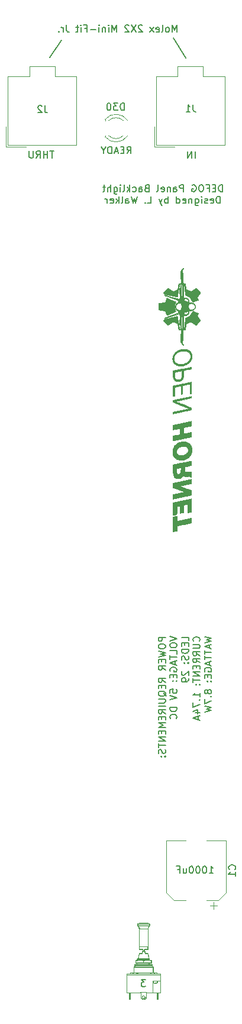
<source format=gbr>
G04 #@! TF.GenerationSoftware,KiCad,Pcbnew,(5.1.6)-1*
G04 #@! TF.CreationDate,2021-02-10T22:46:45+11:00*
G04 #@! TF.ProjectId,DEFOG Panel PCB V2,4445464f-4720-4506-916e-656c20504342,rev?*
G04 #@! TF.SameCoordinates,Original*
G04 #@! TF.FileFunction,Legend,Bot*
G04 #@! TF.FilePolarity,Positive*
%FSLAX46Y46*%
G04 Gerber Fmt 4.6, Leading zero omitted, Abs format (unit mm)*
G04 Created by KiCad (PCBNEW (5.1.6)-1) date 2021-02-10 22:46:45*
%MOMM*%
%LPD*%
G01*
G04 APERTURE LIST*
%ADD10C,0.150000*%
%ADD11C,0.010000*%
%ADD12C,0.100000*%
%ADD13C,0.120000*%
G04 APERTURE END LIST*
D10*
X155220000Y-57877380D02*
X155220000Y-56877380D01*
X154981904Y-56877380D01*
X154839047Y-56925000D01*
X154743809Y-57020238D01*
X154696190Y-57115476D01*
X154648571Y-57305952D01*
X154648571Y-57448809D01*
X154696190Y-57639285D01*
X154743809Y-57734523D01*
X154839047Y-57829761D01*
X154981904Y-57877380D01*
X155220000Y-57877380D01*
X154220000Y-57353571D02*
X153886666Y-57353571D01*
X153743809Y-57877380D02*
X154220000Y-57877380D01*
X154220000Y-56877380D01*
X153743809Y-56877380D01*
X152981904Y-57353571D02*
X153315238Y-57353571D01*
X153315238Y-57877380D02*
X153315238Y-56877380D01*
X152839047Y-56877380D01*
X152267619Y-56877380D02*
X152077142Y-56877380D01*
X151981904Y-56925000D01*
X151886666Y-57020238D01*
X151839047Y-57210714D01*
X151839047Y-57544047D01*
X151886666Y-57734523D01*
X151981904Y-57829761D01*
X152077142Y-57877380D01*
X152267619Y-57877380D01*
X152362857Y-57829761D01*
X152458095Y-57734523D01*
X152505714Y-57544047D01*
X152505714Y-57210714D01*
X152458095Y-57020238D01*
X152362857Y-56925000D01*
X152267619Y-56877380D01*
X150886666Y-56925000D02*
X150981904Y-56877380D01*
X151124761Y-56877380D01*
X151267619Y-56925000D01*
X151362857Y-57020238D01*
X151410476Y-57115476D01*
X151458095Y-57305952D01*
X151458095Y-57448809D01*
X151410476Y-57639285D01*
X151362857Y-57734523D01*
X151267619Y-57829761D01*
X151124761Y-57877380D01*
X151029523Y-57877380D01*
X150886666Y-57829761D01*
X150839047Y-57782142D01*
X150839047Y-57448809D01*
X151029523Y-57448809D01*
X149648571Y-57877380D02*
X149648571Y-56877380D01*
X149267619Y-56877380D01*
X149172380Y-56925000D01*
X149124761Y-56972619D01*
X149077142Y-57067857D01*
X149077142Y-57210714D01*
X149124761Y-57305952D01*
X149172380Y-57353571D01*
X149267619Y-57401190D01*
X149648571Y-57401190D01*
X148220000Y-57877380D02*
X148220000Y-57353571D01*
X148267619Y-57258333D01*
X148362857Y-57210714D01*
X148553333Y-57210714D01*
X148648571Y-57258333D01*
X148220000Y-57829761D02*
X148315238Y-57877380D01*
X148553333Y-57877380D01*
X148648571Y-57829761D01*
X148696190Y-57734523D01*
X148696190Y-57639285D01*
X148648571Y-57544047D01*
X148553333Y-57496428D01*
X148315238Y-57496428D01*
X148220000Y-57448809D01*
X147743809Y-57210714D02*
X147743809Y-57877380D01*
X147743809Y-57305952D02*
X147696190Y-57258333D01*
X147600952Y-57210714D01*
X147458095Y-57210714D01*
X147362857Y-57258333D01*
X147315238Y-57353571D01*
X147315238Y-57877380D01*
X146458095Y-57829761D02*
X146553333Y-57877380D01*
X146743809Y-57877380D01*
X146839047Y-57829761D01*
X146886666Y-57734523D01*
X146886666Y-57353571D01*
X146839047Y-57258333D01*
X146743809Y-57210714D01*
X146553333Y-57210714D01*
X146458095Y-57258333D01*
X146410476Y-57353571D01*
X146410476Y-57448809D01*
X146886666Y-57544047D01*
X145839047Y-57877380D02*
X145934285Y-57829761D01*
X145981904Y-57734523D01*
X145981904Y-56877380D01*
X144362857Y-57353571D02*
X144220000Y-57401190D01*
X144172380Y-57448809D01*
X144124761Y-57544047D01*
X144124761Y-57686904D01*
X144172380Y-57782142D01*
X144220000Y-57829761D01*
X144315238Y-57877380D01*
X144696190Y-57877380D01*
X144696190Y-56877380D01*
X144362857Y-56877380D01*
X144267619Y-56925000D01*
X144220000Y-56972619D01*
X144172380Y-57067857D01*
X144172380Y-57163095D01*
X144220000Y-57258333D01*
X144267619Y-57305952D01*
X144362857Y-57353571D01*
X144696190Y-57353571D01*
X143267619Y-57877380D02*
X143267619Y-57353571D01*
X143315238Y-57258333D01*
X143410476Y-57210714D01*
X143600952Y-57210714D01*
X143696190Y-57258333D01*
X143267619Y-57829761D02*
X143362857Y-57877380D01*
X143600952Y-57877380D01*
X143696190Y-57829761D01*
X143743809Y-57734523D01*
X143743809Y-57639285D01*
X143696190Y-57544047D01*
X143600952Y-57496428D01*
X143362857Y-57496428D01*
X143267619Y-57448809D01*
X142362857Y-57829761D02*
X142458095Y-57877380D01*
X142648571Y-57877380D01*
X142743809Y-57829761D01*
X142791428Y-57782142D01*
X142839047Y-57686904D01*
X142839047Y-57401190D01*
X142791428Y-57305952D01*
X142743809Y-57258333D01*
X142648571Y-57210714D01*
X142458095Y-57210714D01*
X142362857Y-57258333D01*
X141934285Y-57877380D02*
X141934285Y-56877380D01*
X141839047Y-57496428D02*
X141553333Y-57877380D01*
X141553333Y-57210714D02*
X141934285Y-57591666D01*
X140981904Y-57877380D02*
X141077142Y-57829761D01*
X141124761Y-57734523D01*
X141124761Y-56877380D01*
X140600952Y-57877380D02*
X140600952Y-57210714D01*
X140600952Y-56877380D02*
X140648571Y-56925000D01*
X140600952Y-56972619D01*
X140553333Y-56925000D01*
X140600952Y-56877380D01*
X140600952Y-56972619D01*
X139696190Y-57210714D02*
X139696190Y-58020238D01*
X139743809Y-58115476D01*
X139791428Y-58163095D01*
X139886666Y-58210714D01*
X140029523Y-58210714D01*
X140124761Y-58163095D01*
X139696190Y-57829761D02*
X139791428Y-57877380D01*
X139981904Y-57877380D01*
X140077142Y-57829761D01*
X140124761Y-57782142D01*
X140172380Y-57686904D01*
X140172380Y-57401190D01*
X140124761Y-57305952D01*
X140077142Y-57258333D01*
X139981904Y-57210714D01*
X139791428Y-57210714D01*
X139696190Y-57258333D01*
X139220000Y-57877380D02*
X139220000Y-56877380D01*
X138791428Y-57877380D02*
X138791428Y-57353571D01*
X138839047Y-57258333D01*
X138934285Y-57210714D01*
X139077142Y-57210714D01*
X139172380Y-57258333D01*
X139220000Y-57305952D01*
X138458095Y-57210714D02*
X138077142Y-57210714D01*
X138315238Y-56877380D02*
X138315238Y-57734523D01*
X138267619Y-57829761D01*
X138172380Y-57877380D01*
X138077142Y-57877380D01*
X154886666Y-59527380D02*
X154886666Y-58527380D01*
X154648571Y-58527380D01*
X154505714Y-58575000D01*
X154410476Y-58670238D01*
X154362857Y-58765476D01*
X154315238Y-58955952D01*
X154315238Y-59098809D01*
X154362857Y-59289285D01*
X154410476Y-59384523D01*
X154505714Y-59479761D01*
X154648571Y-59527380D01*
X154886666Y-59527380D01*
X153505714Y-59479761D02*
X153600952Y-59527380D01*
X153791428Y-59527380D01*
X153886666Y-59479761D01*
X153934285Y-59384523D01*
X153934285Y-59003571D01*
X153886666Y-58908333D01*
X153791428Y-58860714D01*
X153600952Y-58860714D01*
X153505714Y-58908333D01*
X153458095Y-59003571D01*
X153458095Y-59098809D01*
X153934285Y-59194047D01*
X153077142Y-59479761D02*
X152981904Y-59527380D01*
X152791428Y-59527380D01*
X152696190Y-59479761D01*
X152648571Y-59384523D01*
X152648571Y-59336904D01*
X152696190Y-59241666D01*
X152791428Y-59194047D01*
X152934285Y-59194047D01*
X153029523Y-59146428D01*
X153077142Y-59051190D01*
X153077142Y-59003571D01*
X153029523Y-58908333D01*
X152934285Y-58860714D01*
X152791428Y-58860714D01*
X152696190Y-58908333D01*
X152220000Y-59527380D02*
X152220000Y-58860714D01*
X152220000Y-58527380D02*
X152267619Y-58575000D01*
X152220000Y-58622619D01*
X152172380Y-58575000D01*
X152220000Y-58527380D01*
X152220000Y-58622619D01*
X151315238Y-58860714D02*
X151315238Y-59670238D01*
X151362857Y-59765476D01*
X151410476Y-59813095D01*
X151505714Y-59860714D01*
X151648571Y-59860714D01*
X151743809Y-59813095D01*
X151315238Y-59479761D02*
X151410476Y-59527380D01*
X151600952Y-59527380D01*
X151696190Y-59479761D01*
X151743809Y-59432142D01*
X151791428Y-59336904D01*
X151791428Y-59051190D01*
X151743809Y-58955952D01*
X151696190Y-58908333D01*
X151600952Y-58860714D01*
X151410476Y-58860714D01*
X151315238Y-58908333D01*
X150839047Y-58860714D02*
X150839047Y-59527380D01*
X150839047Y-58955952D02*
X150791428Y-58908333D01*
X150696190Y-58860714D01*
X150553333Y-58860714D01*
X150458095Y-58908333D01*
X150410476Y-59003571D01*
X150410476Y-59527380D01*
X149553333Y-59479761D02*
X149648571Y-59527380D01*
X149839047Y-59527380D01*
X149934285Y-59479761D01*
X149981904Y-59384523D01*
X149981904Y-59003571D01*
X149934285Y-58908333D01*
X149839047Y-58860714D01*
X149648571Y-58860714D01*
X149553333Y-58908333D01*
X149505714Y-59003571D01*
X149505714Y-59098809D01*
X149981904Y-59194047D01*
X148648571Y-59527380D02*
X148648571Y-58527380D01*
X148648571Y-59479761D02*
X148743809Y-59527380D01*
X148934285Y-59527380D01*
X149029523Y-59479761D01*
X149077142Y-59432142D01*
X149124761Y-59336904D01*
X149124761Y-59051190D01*
X149077142Y-58955952D01*
X149029523Y-58908333D01*
X148934285Y-58860714D01*
X148743809Y-58860714D01*
X148648571Y-58908333D01*
X147410476Y-59527380D02*
X147410476Y-58527380D01*
X147410476Y-58908333D02*
X147315238Y-58860714D01*
X147124761Y-58860714D01*
X147029523Y-58908333D01*
X146981904Y-58955952D01*
X146934285Y-59051190D01*
X146934285Y-59336904D01*
X146981904Y-59432142D01*
X147029523Y-59479761D01*
X147124761Y-59527380D01*
X147315238Y-59527380D01*
X147410476Y-59479761D01*
X146600952Y-58860714D02*
X146362857Y-59527380D01*
X146124761Y-58860714D02*
X146362857Y-59527380D01*
X146458095Y-59765476D01*
X146505714Y-59813095D01*
X146600952Y-59860714D01*
X144505714Y-59527380D02*
X144981904Y-59527380D01*
X144981904Y-58527380D01*
X144172380Y-59432142D02*
X144124761Y-59479761D01*
X144172380Y-59527380D01*
X144220000Y-59479761D01*
X144172380Y-59432142D01*
X144172380Y-59527380D01*
X143029523Y-58527380D02*
X142791428Y-59527380D01*
X142600952Y-58813095D01*
X142410476Y-59527380D01*
X142172380Y-58527380D01*
X141362857Y-59527380D02*
X141362857Y-59003571D01*
X141410476Y-58908333D01*
X141505714Y-58860714D01*
X141696190Y-58860714D01*
X141791428Y-58908333D01*
X141362857Y-59479761D02*
X141458095Y-59527380D01*
X141696190Y-59527380D01*
X141791428Y-59479761D01*
X141839047Y-59384523D01*
X141839047Y-59289285D01*
X141791428Y-59194047D01*
X141696190Y-59146428D01*
X141458095Y-59146428D01*
X141362857Y-59098809D01*
X140743809Y-59527380D02*
X140839047Y-59479761D01*
X140886666Y-59384523D01*
X140886666Y-58527380D01*
X140362857Y-59527380D02*
X140362857Y-58527380D01*
X140267619Y-59146428D02*
X139981904Y-59527380D01*
X139981904Y-58860714D02*
X140362857Y-59241666D01*
X139172380Y-59479761D02*
X139267619Y-59527380D01*
X139458095Y-59527380D01*
X139553333Y-59479761D01*
X139600952Y-59384523D01*
X139600952Y-59003571D01*
X139553333Y-58908333D01*
X139458095Y-58860714D01*
X139267619Y-58860714D01*
X139172380Y-58908333D01*
X139124761Y-59003571D01*
X139124761Y-59098809D01*
X139600952Y-59194047D01*
X138696190Y-59527380D02*
X138696190Y-58860714D01*
X138696190Y-59051190D02*
X138648571Y-58955952D01*
X138600952Y-58908333D01*
X138505714Y-58860714D01*
X138410476Y-58860714D01*
X147052380Y-121615595D02*
X146052380Y-121615595D01*
X146052380Y-121996547D01*
X146100000Y-122091785D01*
X146147619Y-122139404D01*
X146242857Y-122187023D01*
X146385714Y-122187023D01*
X146480952Y-122139404D01*
X146528571Y-122091785D01*
X146576190Y-121996547D01*
X146576190Y-121615595D01*
X146052380Y-122806071D02*
X146052380Y-122996547D01*
X146100000Y-123091785D01*
X146195238Y-123187023D01*
X146385714Y-123234642D01*
X146719047Y-123234642D01*
X146909523Y-123187023D01*
X147004761Y-123091785D01*
X147052380Y-122996547D01*
X147052380Y-122806071D01*
X147004761Y-122710833D01*
X146909523Y-122615595D01*
X146719047Y-122567976D01*
X146385714Y-122567976D01*
X146195238Y-122615595D01*
X146100000Y-122710833D01*
X146052380Y-122806071D01*
X146052380Y-123567976D02*
X147052380Y-123806071D01*
X146338095Y-123996547D01*
X147052380Y-124187023D01*
X146052380Y-124425119D01*
X146528571Y-124806071D02*
X146528571Y-125139404D01*
X147052380Y-125282261D02*
X147052380Y-124806071D01*
X146052380Y-124806071D01*
X146052380Y-125282261D01*
X147052380Y-126282261D02*
X146576190Y-125948928D01*
X147052380Y-125710833D02*
X146052380Y-125710833D01*
X146052380Y-126091785D01*
X146100000Y-126187023D01*
X146147619Y-126234642D01*
X146242857Y-126282261D01*
X146385714Y-126282261D01*
X146480952Y-126234642D01*
X146528571Y-126187023D01*
X146576190Y-126091785D01*
X146576190Y-125710833D01*
X147052380Y-128044166D02*
X146576190Y-127710833D01*
X147052380Y-127472738D02*
X146052380Y-127472738D01*
X146052380Y-127853690D01*
X146100000Y-127948928D01*
X146147619Y-127996547D01*
X146242857Y-128044166D01*
X146385714Y-128044166D01*
X146480952Y-127996547D01*
X146528571Y-127948928D01*
X146576190Y-127853690D01*
X146576190Y-127472738D01*
X146528571Y-128472738D02*
X146528571Y-128806071D01*
X147052380Y-128948928D02*
X147052380Y-128472738D01*
X146052380Y-128472738D01*
X146052380Y-128948928D01*
X147147619Y-130044166D02*
X147100000Y-129948928D01*
X147004761Y-129853690D01*
X146861904Y-129710833D01*
X146814285Y-129615595D01*
X146814285Y-129520357D01*
X147052380Y-129567976D02*
X147004761Y-129472738D01*
X146909523Y-129377500D01*
X146719047Y-129329880D01*
X146385714Y-129329880D01*
X146195238Y-129377500D01*
X146100000Y-129472738D01*
X146052380Y-129567976D01*
X146052380Y-129758452D01*
X146100000Y-129853690D01*
X146195238Y-129948928D01*
X146385714Y-129996547D01*
X146719047Y-129996547D01*
X146909523Y-129948928D01*
X147004761Y-129853690D01*
X147052380Y-129758452D01*
X147052380Y-129567976D01*
X146052380Y-130425119D02*
X146861904Y-130425119D01*
X146957142Y-130472738D01*
X147004761Y-130520357D01*
X147052380Y-130615595D01*
X147052380Y-130806071D01*
X147004761Y-130901309D01*
X146957142Y-130948928D01*
X146861904Y-130996547D01*
X146052380Y-130996547D01*
X147052380Y-131472738D02*
X146052380Y-131472738D01*
X147052380Y-132520357D02*
X146576190Y-132187023D01*
X147052380Y-131948928D02*
X146052380Y-131948928D01*
X146052380Y-132329880D01*
X146100000Y-132425119D01*
X146147619Y-132472738D01*
X146242857Y-132520357D01*
X146385714Y-132520357D01*
X146480952Y-132472738D01*
X146528571Y-132425119D01*
X146576190Y-132329880D01*
X146576190Y-131948928D01*
X146528571Y-132948928D02*
X146528571Y-133282261D01*
X147052380Y-133425119D02*
X147052380Y-132948928D01*
X146052380Y-132948928D01*
X146052380Y-133425119D01*
X147052380Y-133853690D02*
X146052380Y-133853690D01*
X146766666Y-134187023D01*
X146052380Y-134520357D01*
X147052380Y-134520357D01*
X146528571Y-134996547D02*
X146528571Y-135329880D01*
X147052380Y-135472738D02*
X147052380Y-134996547D01*
X146052380Y-134996547D01*
X146052380Y-135472738D01*
X147052380Y-135901309D02*
X146052380Y-135901309D01*
X147052380Y-136472738D01*
X146052380Y-136472738D01*
X146052380Y-136806071D02*
X146052380Y-137377500D01*
X147052380Y-137091785D02*
X146052380Y-137091785D01*
X147004761Y-137663214D02*
X147052380Y-137806071D01*
X147052380Y-138044166D01*
X147004761Y-138139404D01*
X146957142Y-138187023D01*
X146861904Y-138234642D01*
X146766666Y-138234642D01*
X146671428Y-138187023D01*
X146623809Y-138139404D01*
X146576190Y-138044166D01*
X146528571Y-137853690D01*
X146480952Y-137758452D01*
X146433333Y-137710833D01*
X146338095Y-137663214D01*
X146242857Y-137663214D01*
X146147619Y-137710833D01*
X146100000Y-137758452D01*
X146052380Y-137853690D01*
X146052380Y-138091785D01*
X146100000Y-138234642D01*
X146957142Y-138663214D02*
X147004761Y-138710833D01*
X147052380Y-138663214D01*
X147004761Y-138615595D01*
X146957142Y-138663214D01*
X147052380Y-138663214D01*
X146433333Y-138663214D02*
X146480952Y-138710833D01*
X146528571Y-138663214D01*
X146480952Y-138615595D01*
X146433333Y-138663214D01*
X146528571Y-138663214D01*
X147702380Y-121472738D02*
X148702380Y-121806071D01*
X147702380Y-122139404D01*
X147702380Y-122663214D02*
X147702380Y-122853690D01*
X147750000Y-122948928D01*
X147845238Y-123044166D01*
X148035714Y-123091785D01*
X148369047Y-123091785D01*
X148559523Y-123044166D01*
X148654761Y-122948928D01*
X148702380Y-122853690D01*
X148702380Y-122663214D01*
X148654761Y-122567976D01*
X148559523Y-122472738D01*
X148369047Y-122425119D01*
X148035714Y-122425119D01*
X147845238Y-122472738D01*
X147750000Y-122567976D01*
X147702380Y-122663214D01*
X148702380Y-123996547D02*
X148702380Y-123520357D01*
X147702380Y-123520357D01*
X147702380Y-124187023D02*
X147702380Y-124758452D01*
X148702380Y-124472738D02*
X147702380Y-124472738D01*
X148416666Y-125044166D02*
X148416666Y-125520357D01*
X148702380Y-124948928D02*
X147702380Y-125282261D01*
X148702380Y-125615595D01*
X147750000Y-126472738D02*
X147702380Y-126377500D01*
X147702380Y-126234642D01*
X147750000Y-126091785D01*
X147845238Y-125996547D01*
X147940476Y-125948928D01*
X148130952Y-125901309D01*
X148273809Y-125901309D01*
X148464285Y-125948928D01*
X148559523Y-125996547D01*
X148654761Y-126091785D01*
X148702380Y-126234642D01*
X148702380Y-126329880D01*
X148654761Y-126472738D01*
X148607142Y-126520357D01*
X148273809Y-126520357D01*
X148273809Y-126329880D01*
X148178571Y-126948928D02*
X148178571Y-127282261D01*
X148702380Y-127425119D02*
X148702380Y-126948928D01*
X147702380Y-126948928D01*
X147702380Y-127425119D01*
X148607142Y-127853690D02*
X148654761Y-127901309D01*
X148702380Y-127853690D01*
X148654761Y-127806071D01*
X148607142Y-127853690D01*
X148702380Y-127853690D01*
X148083333Y-127853690D02*
X148130952Y-127901309D01*
X148178571Y-127853690D01*
X148130952Y-127806071D01*
X148083333Y-127853690D01*
X148178571Y-127853690D01*
X147702380Y-129567976D02*
X147702380Y-129091785D01*
X148178571Y-129044166D01*
X148130952Y-129091785D01*
X148083333Y-129187023D01*
X148083333Y-129425119D01*
X148130952Y-129520357D01*
X148178571Y-129567976D01*
X148273809Y-129615595D01*
X148511904Y-129615595D01*
X148607142Y-129567976D01*
X148654761Y-129520357D01*
X148702380Y-129425119D01*
X148702380Y-129187023D01*
X148654761Y-129091785D01*
X148607142Y-129044166D01*
X147702380Y-129901309D02*
X148702380Y-130234642D01*
X147702380Y-130567976D01*
X148702380Y-131663214D02*
X147702380Y-131663214D01*
X147702380Y-131901309D01*
X147750000Y-132044166D01*
X147845238Y-132139404D01*
X147940476Y-132187023D01*
X148130952Y-132234642D01*
X148273809Y-132234642D01*
X148464285Y-132187023D01*
X148559523Y-132139404D01*
X148654761Y-132044166D01*
X148702380Y-131901309D01*
X148702380Y-131663214D01*
X148607142Y-133234642D02*
X148654761Y-133187023D01*
X148702380Y-133044166D01*
X148702380Y-132948928D01*
X148654761Y-132806071D01*
X148559523Y-132710833D01*
X148464285Y-132663214D01*
X148273809Y-132615595D01*
X148130952Y-132615595D01*
X147940476Y-132663214D01*
X147845238Y-132710833D01*
X147750000Y-132806071D01*
X147702380Y-132948928D01*
X147702380Y-133044166D01*
X147750000Y-133187023D01*
X147797619Y-133234642D01*
X150352380Y-122091785D02*
X150352380Y-121615595D01*
X149352380Y-121615595D01*
X149828571Y-122425119D02*
X149828571Y-122758452D01*
X150352380Y-122901309D02*
X150352380Y-122425119D01*
X149352380Y-122425119D01*
X149352380Y-122901309D01*
X150352380Y-123329880D02*
X149352380Y-123329880D01*
X149352380Y-123567976D01*
X149400000Y-123710833D01*
X149495238Y-123806071D01*
X149590476Y-123853690D01*
X149780952Y-123901309D01*
X149923809Y-123901309D01*
X150114285Y-123853690D01*
X150209523Y-123806071D01*
X150304761Y-123710833D01*
X150352380Y-123567976D01*
X150352380Y-123329880D01*
X150304761Y-124282261D02*
X150352380Y-124425119D01*
X150352380Y-124663214D01*
X150304761Y-124758452D01*
X150257142Y-124806071D01*
X150161904Y-124853690D01*
X150066666Y-124853690D01*
X149971428Y-124806071D01*
X149923809Y-124758452D01*
X149876190Y-124663214D01*
X149828571Y-124472738D01*
X149780952Y-124377500D01*
X149733333Y-124329880D01*
X149638095Y-124282261D01*
X149542857Y-124282261D01*
X149447619Y-124329880D01*
X149400000Y-124377500D01*
X149352380Y-124472738D01*
X149352380Y-124710833D01*
X149400000Y-124853690D01*
X150257142Y-125282261D02*
X150304761Y-125329880D01*
X150352380Y-125282261D01*
X150304761Y-125234642D01*
X150257142Y-125282261D01*
X150352380Y-125282261D01*
X149733333Y-125282261D02*
X149780952Y-125329880D01*
X149828571Y-125282261D01*
X149780952Y-125234642D01*
X149733333Y-125282261D01*
X149828571Y-125282261D01*
X149447619Y-126472738D02*
X149400000Y-126520357D01*
X149352380Y-126615595D01*
X149352380Y-126853690D01*
X149400000Y-126948928D01*
X149447619Y-126996547D01*
X149542857Y-127044166D01*
X149638095Y-127044166D01*
X149780952Y-126996547D01*
X150352380Y-126425119D01*
X150352380Y-127044166D01*
X150352380Y-127520357D02*
X150352380Y-127710833D01*
X150304761Y-127806071D01*
X150257142Y-127853690D01*
X150114285Y-127948928D01*
X149923809Y-127996547D01*
X149542857Y-127996547D01*
X149447619Y-127948928D01*
X149400000Y-127901309D01*
X149352380Y-127806071D01*
X149352380Y-127615595D01*
X149400000Y-127520357D01*
X149447619Y-127472738D01*
X149542857Y-127425119D01*
X149780952Y-127425119D01*
X149876190Y-127472738D01*
X149923809Y-127520357D01*
X149971428Y-127615595D01*
X149971428Y-127806071D01*
X149923809Y-127901309D01*
X149876190Y-127948928D01*
X149780952Y-127996547D01*
X151907142Y-122187023D02*
X151954761Y-122139404D01*
X152002380Y-121996547D01*
X152002380Y-121901309D01*
X151954761Y-121758452D01*
X151859523Y-121663214D01*
X151764285Y-121615595D01*
X151573809Y-121567976D01*
X151430952Y-121567976D01*
X151240476Y-121615595D01*
X151145238Y-121663214D01*
X151050000Y-121758452D01*
X151002380Y-121901309D01*
X151002380Y-121996547D01*
X151050000Y-122139404D01*
X151097619Y-122187023D01*
X151002380Y-122615595D02*
X151811904Y-122615595D01*
X151907142Y-122663214D01*
X151954761Y-122710833D01*
X152002380Y-122806071D01*
X152002380Y-122996547D01*
X151954761Y-123091785D01*
X151907142Y-123139404D01*
X151811904Y-123187023D01*
X151002380Y-123187023D01*
X152002380Y-124234642D02*
X151526190Y-123901309D01*
X152002380Y-123663214D02*
X151002380Y-123663214D01*
X151002380Y-124044166D01*
X151050000Y-124139404D01*
X151097619Y-124187023D01*
X151192857Y-124234642D01*
X151335714Y-124234642D01*
X151430952Y-124187023D01*
X151478571Y-124139404D01*
X151526190Y-124044166D01*
X151526190Y-123663214D01*
X152002380Y-125234642D02*
X151526190Y-124901309D01*
X152002380Y-124663214D02*
X151002380Y-124663214D01*
X151002380Y-125044166D01*
X151050000Y-125139404D01*
X151097619Y-125187023D01*
X151192857Y-125234642D01*
X151335714Y-125234642D01*
X151430952Y-125187023D01*
X151478571Y-125139404D01*
X151526190Y-125044166D01*
X151526190Y-124663214D01*
X151478571Y-125663214D02*
X151478571Y-125996547D01*
X152002380Y-126139404D02*
X152002380Y-125663214D01*
X151002380Y-125663214D01*
X151002380Y-126139404D01*
X152002380Y-126567976D02*
X151002380Y-126567976D01*
X152002380Y-127139404D01*
X151002380Y-127139404D01*
X151002380Y-127472738D02*
X151002380Y-128044166D01*
X152002380Y-127758452D02*
X151002380Y-127758452D01*
X151907142Y-128377500D02*
X151954761Y-128425119D01*
X152002380Y-128377500D01*
X151954761Y-128329880D01*
X151907142Y-128377500D01*
X152002380Y-128377500D01*
X151383333Y-128377500D02*
X151430952Y-128425119D01*
X151478571Y-128377500D01*
X151430952Y-128329880D01*
X151383333Y-128377500D01*
X151478571Y-128377500D01*
X152002380Y-130139404D02*
X152002380Y-129567976D01*
X152002380Y-129853690D02*
X151002380Y-129853690D01*
X151145238Y-129758452D01*
X151240476Y-129663214D01*
X151288095Y-129567976D01*
X151907142Y-130567976D02*
X151954761Y-130615595D01*
X152002380Y-130567976D01*
X151954761Y-130520357D01*
X151907142Y-130567976D01*
X152002380Y-130567976D01*
X151002380Y-130948928D02*
X151002380Y-131615595D01*
X152002380Y-131187023D01*
X151335714Y-132425119D02*
X152002380Y-132425119D01*
X150954761Y-132187023D02*
X151669047Y-131948928D01*
X151669047Y-132567976D01*
X151716666Y-132901309D02*
X151716666Y-133377500D01*
X152002380Y-132806071D02*
X151002380Y-133139404D01*
X152002380Y-133472738D01*
X152652380Y-121520357D02*
X153652380Y-121758452D01*
X152938095Y-121948928D01*
X153652380Y-122139404D01*
X152652380Y-122377500D01*
X153366666Y-122710833D02*
X153366666Y-123187023D01*
X153652380Y-122615595D02*
X152652380Y-122948928D01*
X153652380Y-123282261D01*
X152652380Y-123472738D02*
X152652380Y-124044166D01*
X153652380Y-123758452D02*
X152652380Y-123758452D01*
X152652380Y-124234642D02*
X152652380Y-124806071D01*
X153652380Y-124520357D02*
X152652380Y-124520357D01*
X153366666Y-125091785D02*
X153366666Y-125567976D01*
X153652380Y-124996547D02*
X152652380Y-125329880D01*
X153652380Y-125663214D01*
X152700000Y-126520357D02*
X152652380Y-126425119D01*
X152652380Y-126282261D01*
X152700000Y-126139404D01*
X152795238Y-126044166D01*
X152890476Y-125996547D01*
X153080952Y-125948928D01*
X153223809Y-125948928D01*
X153414285Y-125996547D01*
X153509523Y-126044166D01*
X153604761Y-126139404D01*
X153652380Y-126282261D01*
X153652380Y-126377500D01*
X153604761Y-126520357D01*
X153557142Y-126567976D01*
X153223809Y-126567976D01*
X153223809Y-126377500D01*
X153128571Y-126996547D02*
X153128571Y-127329880D01*
X153652380Y-127472738D02*
X153652380Y-126996547D01*
X152652380Y-126996547D01*
X152652380Y-127472738D01*
X153557142Y-127901309D02*
X153604761Y-127948928D01*
X153652380Y-127901309D01*
X153604761Y-127853690D01*
X153557142Y-127901309D01*
X153652380Y-127901309D01*
X153033333Y-127901309D02*
X153080952Y-127948928D01*
X153128571Y-127901309D01*
X153080952Y-127853690D01*
X153033333Y-127901309D01*
X153128571Y-127901309D01*
X153080952Y-129282261D02*
X153033333Y-129187023D01*
X152985714Y-129139404D01*
X152890476Y-129091785D01*
X152842857Y-129091785D01*
X152747619Y-129139404D01*
X152700000Y-129187023D01*
X152652380Y-129282261D01*
X152652380Y-129472738D01*
X152700000Y-129567976D01*
X152747619Y-129615595D01*
X152842857Y-129663214D01*
X152890476Y-129663214D01*
X152985714Y-129615595D01*
X153033333Y-129567976D01*
X153080952Y-129472738D01*
X153080952Y-129282261D01*
X153128571Y-129187023D01*
X153176190Y-129139404D01*
X153271428Y-129091785D01*
X153461904Y-129091785D01*
X153557142Y-129139404D01*
X153604761Y-129187023D01*
X153652380Y-129282261D01*
X153652380Y-129472738D01*
X153604761Y-129567976D01*
X153557142Y-129615595D01*
X153461904Y-129663214D01*
X153271428Y-129663214D01*
X153176190Y-129615595D01*
X153128571Y-129567976D01*
X153080952Y-129472738D01*
X153557142Y-130091785D02*
X153604761Y-130139404D01*
X153652380Y-130091785D01*
X153604761Y-130044166D01*
X153557142Y-130091785D01*
X153652380Y-130091785D01*
X152652380Y-130472738D02*
X152652380Y-131139404D01*
X153652380Y-130710833D01*
X152652380Y-131425119D02*
X153652380Y-131663214D01*
X152938095Y-131853690D01*
X153652380Y-132044166D01*
X152652380Y-132282261D01*
X153323809Y-155362380D02*
X153895238Y-155362380D01*
X153609523Y-155362380D02*
X153609523Y-154362380D01*
X153704761Y-154505238D01*
X153800000Y-154600476D01*
X153895238Y-154648095D01*
X152704761Y-154362380D02*
X152609523Y-154362380D01*
X152514285Y-154410000D01*
X152466666Y-154457619D01*
X152419047Y-154552857D01*
X152371428Y-154743333D01*
X152371428Y-154981428D01*
X152419047Y-155171904D01*
X152466666Y-155267142D01*
X152514285Y-155314761D01*
X152609523Y-155362380D01*
X152704761Y-155362380D01*
X152800000Y-155314761D01*
X152847619Y-155267142D01*
X152895238Y-155171904D01*
X152942857Y-154981428D01*
X152942857Y-154743333D01*
X152895238Y-154552857D01*
X152847619Y-154457619D01*
X152800000Y-154410000D01*
X152704761Y-154362380D01*
X151752380Y-154362380D02*
X151657142Y-154362380D01*
X151561904Y-154410000D01*
X151514285Y-154457619D01*
X151466666Y-154552857D01*
X151419047Y-154743333D01*
X151419047Y-154981428D01*
X151466666Y-155171904D01*
X151514285Y-155267142D01*
X151561904Y-155314761D01*
X151657142Y-155362380D01*
X151752380Y-155362380D01*
X151847619Y-155314761D01*
X151895238Y-155267142D01*
X151942857Y-155171904D01*
X151990476Y-154981428D01*
X151990476Y-154743333D01*
X151942857Y-154552857D01*
X151895238Y-154457619D01*
X151847619Y-154410000D01*
X151752380Y-154362380D01*
X150800000Y-154362380D02*
X150704761Y-154362380D01*
X150609523Y-154410000D01*
X150561904Y-154457619D01*
X150514285Y-154552857D01*
X150466666Y-154743333D01*
X150466666Y-154981428D01*
X150514285Y-155171904D01*
X150561904Y-155267142D01*
X150609523Y-155314761D01*
X150704761Y-155362380D01*
X150800000Y-155362380D01*
X150895238Y-155314761D01*
X150942857Y-155267142D01*
X150990476Y-155171904D01*
X151038095Y-154981428D01*
X151038095Y-154743333D01*
X150990476Y-154552857D01*
X150942857Y-154457619D01*
X150895238Y-154410000D01*
X150800000Y-154362380D01*
X149609523Y-154695714D02*
X149609523Y-155362380D01*
X150038095Y-154695714D02*
X150038095Y-155219523D01*
X149990476Y-155314761D01*
X149895238Y-155362380D01*
X149752380Y-155362380D01*
X149657142Y-155314761D01*
X149609523Y-155267142D01*
X148800000Y-154838571D02*
X149133333Y-154838571D01*
X149133333Y-155362380D02*
X149133333Y-154362380D01*
X148657142Y-154362380D01*
X132190000Y-36220000D02*
X130500000Y-38650000D01*
X148200000Y-35900000D02*
X149940000Y-38780000D01*
X141550000Y-52422380D02*
X141883333Y-51946190D01*
X142121428Y-52422380D02*
X142121428Y-51422380D01*
X141740476Y-51422380D01*
X141645238Y-51470000D01*
X141597619Y-51517619D01*
X141550000Y-51612857D01*
X141550000Y-51755714D01*
X141597619Y-51850952D01*
X141645238Y-51898571D01*
X141740476Y-51946190D01*
X142121428Y-51946190D01*
X141121428Y-51898571D02*
X140788095Y-51898571D01*
X140645238Y-52422380D02*
X141121428Y-52422380D01*
X141121428Y-51422380D01*
X140645238Y-51422380D01*
X140264285Y-52136666D02*
X139788095Y-52136666D01*
X140359523Y-52422380D02*
X140026190Y-51422380D01*
X139692857Y-52422380D01*
X139359523Y-52422380D02*
X139359523Y-51422380D01*
X139121428Y-51422380D01*
X138978571Y-51470000D01*
X138883333Y-51565238D01*
X138835714Y-51660476D01*
X138788095Y-51850952D01*
X138788095Y-51993809D01*
X138835714Y-52184285D01*
X138883333Y-52279523D01*
X138978571Y-52374761D01*
X139121428Y-52422380D01*
X139359523Y-52422380D01*
X138169047Y-51946190D02*
X138169047Y-52422380D01*
X138502380Y-51422380D02*
X138169047Y-51946190D01*
X137835714Y-51422380D01*
X148692380Y-35032380D02*
X148692380Y-34032380D01*
X148359047Y-34746666D01*
X148025714Y-34032380D01*
X148025714Y-35032380D01*
X147406666Y-35032380D02*
X147501904Y-34984761D01*
X147549523Y-34937142D01*
X147597142Y-34841904D01*
X147597142Y-34556190D01*
X147549523Y-34460952D01*
X147501904Y-34413333D01*
X147406666Y-34365714D01*
X147263809Y-34365714D01*
X147168571Y-34413333D01*
X147120952Y-34460952D01*
X147073333Y-34556190D01*
X147073333Y-34841904D01*
X147120952Y-34937142D01*
X147168571Y-34984761D01*
X147263809Y-35032380D01*
X147406666Y-35032380D01*
X146501904Y-35032380D02*
X146597142Y-34984761D01*
X146644761Y-34889523D01*
X146644761Y-34032380D01*
X145740000Y-34984761D02*
X145835238Y-35032380D01*
X146025714Y-35032380D01*
X146120952Y-34984761D01*
X146168571Y-34889523D01*
X146168571Y-34508571D01*
X146120952Y-34413333D01*
X146025714Y-34365714D01*
X145835238Y-34365714D01*
X145740000Y-34413333D01*
X145692380Y-34508571D01*
X145692380Y-34603809D01*
X146168571Y-34699047D01*
X145359047Y-35032380D02*
X144835238Y-34365714D01*
X145359047Y-34365714D02*
X144835238Y-35032380D01*
X143740000Y-34127619D02*
X143692380Y-34080000D01*
X143597142Y-34032380D01*
X143359047Y-34032380D01*
X143263809Y-34080000D01*
X143216190Y-34127619D01*
X143168571Y-34222857D01*
X143168571Y-34318095D01*
X143216190Y-34460952D01*
X143787619Y-35032380D01*
X143168571Y-35032380D01*
X142835238Y-34032380D02*
X142168571Y-35032380D01*
X142168571Y-34032380D02*
X142835238Y-35032380D01*
X141835238Y-34127619D02*
X141787619Y-34080000D01*
X141692380Y-34032380D01*
X141454285Y-34032380D01*
X141359047Y-34080000D01*
X141311428Y-34127619D01*
X141263809Y-34222857D01*
X141263809Y-34318095D01*
X141311428Y-34460952D01*
X141882857Y-35032380D01*
X141263809Y-35032380D01*
X140073333Y-35032380D02*
X140073333Y-34032380D01*
X139740000Y-34746666D01*
X139406666Y-34032380D01*
X139406666Y-35032380D01*
X138930476Y-35032380D02*
X138930476Y-34365714D01*
X138930476Y-34032380D02*
X138978095Y-34080000D01*
X138930476Y-34127619D01*
X138882857Y-34080000D01*
X138930476Y-34032380D01*
X138930476Y-34127619D01*
X138454285Y-34365714D02*
X138454285Y-35032380D01*
X138454285Y-34460952D02*
X138406666Y-34413333D01*
X138311428Y-34365714D01*
X138168571Y-34365714D01*
X138073333Y-34413333D01*
X138025714Y-34508571D01*
X138025714Y-35032380D01*
X137549523Y-35032380D02*
X137549523Y-34365714D01*
X137549523Y-34032380D02*
X137597142Y-34080000D01*
X137549523Y-34127619D01*
X137501904Y-34080000D01*
X137549523Y-34032380D01*
X137549523Y-34127619D01*
X137073333Y-34651428D02*
X136311428Y-34651428D01*
X135501904Y-34508571D02*
X135835238Y-34508571D01*
X135835238Y-35032380D02*
X135835238Y-34032380D01*
X135359047Y-34032380D01*
X134978095Y-35032380D02*
X134978095Y-34365714D01*
X134978095Y-34032380D02*
X135025714Y-34080000D01*
X134978095Y-34127619D01*
X134930476Y-34080000D01*
X134978095Y-34032380D01*
X134978095Y-34127619D01*
X134644761Y-34365714D02*
X134263809Y-34365714D01*
X134501904Y-34032380D02*
X134501904Y-34889523D01*
X134454285Y-34984761D01*
X134359047Y-35032380D01*
X134263809Y-35032380D01*
X132882857Y-34032380D02*
X132882857Y-34746666D01*
X132930476Y-34889523D01*
X133025714Y-34984761D01*
X133168571Y-35032380D01*
X133263809Y-35032380D01*
X132406666Y-35032380D02*
X132406666Y-34365714D01*
X132406666Y-34556190D02*
X132359047Y-34460952D01*
X132311428Y-34413333D01*
X132216190Y-34365714D01*
X132120952Y-34365714D01*
X131787619Y-34937142D02*
X131740000Y-34984761D01*
X131787619Y-35032380D01*
X131835238Y-34984761D01*
X131787619Y-34937142D01*
X131787619Y-35032380D01*
X131093333Y-52042380D02*
X130521904Y-52042380D01*
X130807619Y-53042380D02*
X130807619Y-52042380D01*
X130188571Y-53042380D02*
X130188571Y-52042380D01*
X130188571Y-52518571D02*
X129617142Y-52518571D01*
X129617142Y-53042380D02*
X129617142Y-52042380D01*
X128569523Y-53042380D02*
X128902857Y-52566190D01*
X129140952Y-53042380D02*
X129140952Y-52042380D01*
X128760000Y-52042380D01*
X128664761Y-52090000D01*
X128617142Y-52137619D01*
X128569523Y-52232857D01*
X128569523Y-52375714D01*
X128617142Y-52470952D01*
X128664761Y-52518571D01*
X128760000Y-52566190D01*
X129140952Y-52566190D01*
X128140952Y-52042380D02*
X128140952Y-52851904D01*
X128093333Y-52947142D01*
X128045714Y-52994761D01*
X127950476Y-53042380D01*
X127760000Y-53042380D01*
X127664761Y-52994761D01*
X127617142Y-52947142D01*
X127569523Y-52851904D01*
X127569523Y-52042380D01*
X151313809Y-53102380D02*
X151313809Y-52102380D01*
X150837619Y-53102380D02*
X150837619Y-52102380D01*
X150266190Y-53102380D01*
X150266190Y-52102380D01*
D11*
G04 #@! TO.C,G2*
G36*
X143940394Y-172844045D02*
G01*
X143986470Y-172864138D01*
X143988621Y-172865232D01*
X144047141Y-172910937D01*
X144085130Y-172973066D01*
X144101601Y-173043918D01*
X144095567Y-173115792D01*
X144066044Y-173180986D01*
X144033566Y-173216319D01*
X143986722Y-173238492D01*
X143923257Y-173247686D01*
X143855411Y-173244158D01*
X143795421Y-173228165D01*
X143765845Y-173210710D01*
X143716257Y-173149701D01*
X143694542Y-173076978D01*
X143696751Y-173055338D01*
X143721738Y-173055338D01*
X143736345Y-173118391D01*
X143779579Y-173176996D01*
X143790049Y-173186283D01*
X143835893Y-173207569D01*
X143896897Y-173215009D01*
X143959748Y-173208804D01*
X144011132Y-173189156D01*
X144019875Y-173182801D01*
X144049230Y-173140606D01*
X144065299Y-173081067D01*
X144065963Y-173016558D01*
X144055646Y-172973805D01*
X144028589Y-172936454D01*
X143982390Y-172902111D01*
X143974448Y-172897851D01*
X143934361Y-172878654D01*
X143906334Y-172872985D01*
X143875627Y-172880618D01*
X143839998Y-172895811D01*
X143774533Y-172938416D01*
X143734791Y-172993469D01*
X143721738Y-173055338D01*
X143696751Y-173055338D01*
X143702509Y-172998952D01*
X143704443Y-172992793D01*
X143740823Y-172923589D01*
X143799208Y-172874649D01*
X143862569Y-172848415D01*
X143904336Y-172839503D01*
X143940394Y-172844045D01*
G37*
X143940394Y-172844045D02*
X143986470Y-172864138D01*
X143988621Y-172865232D01*
X144047141Y-172910937D01*
X144085130Y-172973066D01*
X144101601Y-173043918D01*
X144095567Y-173115792D01*
X144066044Y-173180986D01*
X144033566Y-173216319D01*
X143986722Y-173238492D01*
X143923257Y-173247686D01*
X143855411Y-173244158D01*
X143795421Y-173228165D01*
X143765845Y-173210710D01*
X143716257Y-173149701D01*
X143694542Y-173076978D01*
X143696751Y-173055338D01*
X143721738Y-173055338D01*
X143736345Y-173118391D01*
X143779579Y-173176996D01*
X143790049Y-173186283D01*
X143835893Y-173207569D01*
X143896897Y-173215009D01*
X143959748Y-173208804D01*
X144011132Y-173189156D01*
X144019875Y-173182801D01*
X144049230Y-173140606D01*
X144065299Y-173081067D01*
X144065963Y-173016558D01*
X144055646Y-172973805D01*
X144028589Y-172936454D01*
X143982390Y-172902111D01*
X143974448Y-172897851D01*
X143934361Y-172878654D01*
X143906334Y-172872985D01*
X143875627Y-172880618D01*
X143839998Y-172895811D01*
X143774533Y-172938416D01*
X143734791Y-172993469D01*
X143721738Y-173055338D01*
X143696751Y-173055338D01*
X143702509Y-172998952D01*
X143704443Y-172992793D01*
X143740823Y-172923589D01*
X143799208Y-172874649D01*
X143862569Y-172848415D01*
X143904336Y-172839503D01*
X143940394Y-172844045D01*
D12*
G36*
X144041184Y-162419756D02*
G01*
X144210457Y-162429278D01*
X144363262Y-162445750D01*
X144434625Y-162457336D01*
X144515419Y-162473776D01*
X144589323Y-162491234D01*
X144648235Y-162507644D01*
X144684056Y-162520936D01*
X144684387Y-162521106D01*
X144736408Y-162561606D01*
X144768638Y-162620680D01*
X144782837Y-162702165D01*
X144783875Y-162737911D01*
X144782731Y-162789841D01*
X144776080Y-162825924D01*
X144759088Y-162857365D01*
X144726922Y-162895366D01*
X144706489Y-162917294D01*
X144660098Y-162971398D01*
X144617299Y-163029219D01*
X144591395Y-163071125D01*
X144553687Y-163142562D01*
X144549206Y-164487968D01*
X144548181Y-164741647D01*
X144546885Y-164971140D01*
X144545329Y-165175570D01*
X144543527Y-165354063D01*
X144541492Y-165505744D01*
X144539237Y-165629738D01*
X144536774Y-165725170D01*
X144534117Y-165791166D01*
X144531278Y-165826849D01*
X144529362Y-165833375D01*
X144523012Y-165848491D01*
X144518105Y-165890848D01*
X144514988Y-165955953D01*
X144514000Y-166031812D01*
X144514000Y-166230250D01*
X144042172Y-166230250D01*
X144032161Y-166313593D01*
X144024873Y-166380152D01*
X144023118Y-166421306D01*
X144027777Y-166443058D01*
X144039731Y-166451410D01*
X144052555Y-166452500D01*
X144067927Y-166453953D01*
X144079619Y-166461653D01*
X144089446Y-166480611D01*
X144099222Y-166515838D01*
X144110760Y-166572346D01*
X144125833Y-166654906D01*
X144152173Y-166801750D01*
X144347263Y-166801750D01*
X144434345Y-166802615D01*
X144493984Y-166805513D01*
X144530445Y-166810892D01*
X144547994Y-166819201D01*
X144550575Y-166823178D01*
X144555641Y-166844585D01*
X144565181Y-166892402D01*
X144578279Y-166961746D01*
X144594021Y-167047739D01*
X144611490Y-167145499D01*
X144618323Y-167184334D01*
X144636345Y-167284075D01*
X144653406Y-167372728D01*
X144668536Y-167445698D01*
X144680764Y-167498391D01*
X144689121Y-167526213D01*
X144691174Y-167529354D01*
X144697808Y-167546661D01*
X144702581Y-167587103D01*
X144704496Y-167642075D01*
X144704500Y-167644447D01*
X144704500Y-167754250D01*
X145037875Y-167754250D01*
X145037875Y-168182875D01*
X144704500Y-168182875D01*
X144704500Y-168404276D01*
X145172812Y-168413062D01*
X145177787Y-168464656D01*
X145178312Y-168500097D01*
X145165761Y-168514056D01*
X145140934Y-168516250D01*
X145112707Y-168518236D01*
X145112109Y-168528184D01*
X145124029Y-168541172D01*
X145154060Y-168591242D01*
X145160400Y-168649924D01*
X145151014Y-168684855D01*
X145137520Y-168716876D01*
X145139171Y-168732668D01*
X145161689Y-168737965D01*
X145204562Y-168738500D01*
X145276000Y-168738500D01*
X145276000Y-169564000D01*
X145093437Y-169564000D01*
X145021561Y-169564686D01*
X144963006Y-169566551D01*
X144924041Y-169569305D01*
X144910875Y-169572447D01*
X144916441Y-169591264D01*
X144930196Y-169627029D01*
X144933877Y-169635947D01*
X144956879Y-169691000D01*
X145387125Y-169691000D01*
X145387125Y-169658206D01*
X145418875Y-169658206D01*
X145420602Y-169672285D01*
X145429375Y-169681629D01*
X145450576Y-169687204D01*
X145489589Y-169689977D01*
X145551797Y-169690915D01*
X145601437Y-169691000D01*
X145784000Y-169691000D01*
X145784000Y-169646550D01*
X145780295Y-169610931D01*
X145765776Y-169587144D01*
X145735337Y-169572913D01*
X145683870Y-169565959D01*
X145606269Y-169564008D01*
X145598821Y-169564000D01*
X145528325Y-169564750D01*
X145482930Y-169567832D01*
X145456004Y-169574491D01*
X145440916Y-169585972D01*
X145435308Y-169594706D01*
X145421466Y-169635742D01*
X145418875Y-169658206D01*
X145387125Y-169658206D01*
X145387125Y-169650753D01*
X145395950Y-169606964D01*
X145412763Y-169571378D01*
X145426534Y-169553275D01*
X145443730Y-169541829D01*
X145471300Y-169535522D01*
X145516192Y-169532836D01*
X145585355Y-169532251D01*
X145591793Y-169532250D01*
X145682278Y-169534697D01*
X145745597Y-169543370D01*
X145786049Y-169560269D01*
X145807936Y-169587392D01*
X145815558Y-169626738D01*
X145815750Y-169636337D01*
X145815750Y-169691000D01*
X146323750Y-169691000D01*
X146323750Y-172469125D01*
X145974500Y-172469125D01*
X145974500Y-173389875D01*
X145815750Y-173389875D01*
X145815750Y-172469125D01*
X145847500Y-172469125D01*
X145847500Y-173358125D01*
X145942750Y-173358125D01*
X145942750Y-172469125D01*
X145847500Y-172469125D01*
X145815750Y-172469125D01*
X144307625Y-172469125D01*
X144307625Y-172751993D01*
X144306282Y-172882470D01*
X144301584Y-172986163D01*
X144292528Y-173067947D01*
X144278110Y-173132702D01*
X144257328Y-173185305D01*
X144229178Y-173230632D01*
X144202532Y-173262893D01*
X144126709Y-173330227D01*
X144042091Y-173370997D01*
X143941887Y-173388047D01*
X143901769Y-173388937D01*
X143802328Y-173380601D01*
X143722604Y-173354651D01*
X143654641Y-173306820D01*
X143590478Y-173232841D01*
X143577915Y-173215268D01*
X143505937Y-173112098D01*
X143500798Y-172790611D01*
X143495659Y-172469125D01*
X141974000Y-172469125D01*
X141974000Y-173389875D01*
X141815250Y-173389875D01*
X141815250Y-172469125D01*
X141847000Y-172469125D01*
X141847000Y-173358125D01*
X141942250Y-173358125D01*
X141942250Y-172469125D01*
X141847000Y-172469125D01*
X141815250Y-172469125D01*
X141466000Y-172469125D01*
X141466000Y-171089698D01*
X141466041Y-170847276D01*
X141466189Y-170634662D01*
X141466478Y-170449917D01*
X141466943Y-170291098D01*
X141467620Y-170156266D01*
X141468544Y-170043478D01*
X141469749Y-169950794D01*
X141470191Y-169929125D01*
X141497750Y-169929125D01*
X141497750Y-172437375D01*
X143479916Y-172437375D01*
X143486679Y-172389750D01*
X143528061Y-172389750D01*
X143532874Y-172745497D01*
X143537687Y-173101245D01*
X143601364Y-173193836D01*
X143668971Y-173273942D01*
X143744543Y-173325589D01*
X143834049Y-173352006D01*
X143903424Y-173357187D01*
X143994521Y-173349551D01*
X144061259Y-173326529D01*
X144113809Y-173293962D01*
X144165990Y-173253053D01*
X144176176Y-173243618D01*
X144206811Y-173209802D01*
X144230624Y-173171995D01*
X144248426Y-173125879D01*
X144261026Y-173067133D01*
X144269235Y-172991438D01*
X144273864Y-172894472D01*
X144275724Y-172771917D01*
X144275875Y-172712306D01*
X144275875Y-172389750D01*
X143528061Y-172389750D01*
X143486679Y-172389750D01*
X143490062Y-172365937D01*
X144299687Y-172365937D01*
X144309833Y-172437375D01*
X145212221Y-172437375D01*
X145216271Y-171603937D01*
X145244250Y-171603937D01*
X145244250Y-172437375D01*
X146292000Y-172437375D01*
X146292000Y-170770500D01*
X145898823Y-170770500D01*
X145892087Y-170876296D01*
X145887103Y-170934600D01*
X145878182Y-170972295D01*
X145860556Y-171000514D01*
X145829459Y-171030387D01*
X145824092Y-171035046D01*
X145773705Y-171071370D01*
X145726601Y-171086529D01*
X145701980Y-171088000D01*
X145658829Y-171083715D01*
X145641827Y-171069664D01*
X145641125Y-171064187D01*
X145627324Y-171045035D01*
X145601437Y-171040375D01*
X145569517Y-171048655D01*
X145561750Y-171064187D01*
X145549014Y-171082967D01*
X145515532Y-171087069D01*
X145468392Y-171077087D01*
X145414682Y-171053615D01*
X145410937Y-171051526D01*
X145349850Y-171003055D01*
X145313804Y-170939022D01*
X145300521Y-170855192D01*
X145300359Y-170845955D01*
X145300273Y-170844391D01*
X145323625Y-170844391D01*
X145338178Y-170918356D01*
X145377987Y-170982342D01*
X145429548Y-171022786D01*
X145485691Y-171048571D01*
X145517881Y-171053958D01*
X145526454Y-171038993D01*
X145526031Y-171036406D01*
X145536145Y-171021330D01*
X145566261Y-171012547D01*
X145605189Y-171010448D01*
X145641734Y-171015421D01*
X145664703Y-171027854D01*
X145666781Y-171031517D01*
X145689196Y-171052962D01*
X145727169Y-171051995D01*
X145774731Y-171029547D01*
X145799973Y-171010783D01*
X145830921Y-170982251D01*
X145847288Y-170955223D01*
X145853751Y-170917884D01*
X145854936Y-170871876D01*
X145855437Y-170778437D01*
X145611511Y-170774045D01*
X145509004Y-170772866D01*
X145433993Y-170774254D01*
X145382263Y-170779238D01*
X145349597Y-170788849D01*
X145331778Y-170804117D01*
X145324592Y-170826072D01*
X145323625Y-170844391D01*
X145300273Y-170844391D01*
X145297768Y-170799033D01*
X145289049Y-170776345D01*
X145272031Y-170770549D01*
X145265891Y-170772045D01*
X145260726Y-170778233D01*
X145256452Y-170791625D01*
X145252985Y-170814733D01*
X145250241Y-170850071D01*
X145248137Y-170900150D01*
X145246589Y-170967485D01*
X145245512Y-171054586D01*
X145244824Y-171163968D01*
X145244440Y-171298142D01*
X145244277Y-171459621D01*
X145244250Y-171603937D01*
X145216271Y-171603937D01*
X145220437Y-170746687D01*
X145756218Y-170742507D01*
X146292000Y-170738327D01*
X146292000Y-169929125D01*
X141497750Y-169929125D01*
X141470191Y-169929125D01*
X141471271Y-169876274D01*
X141473146Y-169817975D01*
X141475407Y-169773957D01*
X141478090Y-169742280D01*
X141480971Y-169722750D01*
X141497750Y-169722750D01*
X141497750Y-169897375D01*
X146292000Y-169897375D01*
X146292000Y-169722750D01*
X141497750Y-169722750D01*
X141480971Y-169722750D01*
X141481230Y-169721001D01*
X141484862Y-169708180D01*
X141489022Y-169701877D01*
X141491110Y-169700635D01*
X141515277Y-169697236D01*
X141564884Y-169694362D01*
X141633625Y-169692247D01*
X141715193Y-169691121D01*
X141753048Y-169691000D01*
X141989875Y-169691000D01*
X141989875Y-169658206D01*
X142021625Y-169658206D01*
X142023352Y-169672285D01*
X142032125Y-169681629D01*
X142053326Y-169687204D01*
X142092339Y-169689977D01*
X142154547Y-169690915D01*
X142204187Y-169691000D01*
X142386750Y-169691000D01*
X142386750Y-169646550D01*
X142383045Y-169610931D01*
X142368526Y-169587144D01*
X142338087Y-169572913D01*
X142286620Y-169565959D01*
X142209019Y-169564008D01*
X142201571Y-169564000D01*
X142131075Y-169564750D01*
X142085680Y-169567832D01*
X142058754Y-169574491D01*
X142043666Y-169585972D01*
X142038058Y-169594706D01*
X142024216Y-169635742D01*
X142021625Y-169658206D01*
X141989875Y-169658206D01*
X141989875Y-169650753D01*
X141998700Y-169606964D01*
X142015513Y-169571378D01*
X142029284Y-169553275D01*
X142046480Y-169541829D01*
X142074050Y-169535522D01*
X142118942Y-169532836D01*
X142188105Y-169532251D01*
X142194543Y-169532250D01*
X142285028Y-169534697D01*
X142348347Y-169543370D01*
X142388799Y-169560269D01*
X142410686Y-169587392D01*
X142418308Y-169626738D01*
X142418500Y-169636337D01*
X142418500Y-169691000D01*
X142859894Y-169691000D01*
X142868709Y-169665712D01*
X142901056Y-169665712D01*
X142901247Y-169670826D01*
X142907523Y-169675206D01*
X142922110Y-169678909D01*
X142947233Y-169681991D01*
X142985118Y-169684508D01*
X143037991Y-169686515D01*
X143108075Y-169688068D01*
X143197598Y-169689223D01*
X143308785Y-169690037D01*
X143443861Y-169690564D01*
X143605051Y-169690862D01*
X143794581Y-169690986D01*
X143907774Y-169691000D01*
X144924195Y-169691000D01*
X144899252Y-169627500D01*
X144874308Y-169564000D01*
X142929941Y-169564000D01*
X142920351Y-169602212D01*
X142908778Y-169642946D01*
X142901056Y-169665712D01*
X142868709Y-169665712D01*
X142877322Y-169641006D01*
X142889330Y-169602816D01*
X142894727Y-169578263D01*
X142894750Y-169577506D01*
X142879899Y-169572292D01*
X142839436Y-169568013D01*
X142779496Y-169565104D01*
X142706213Y-169564000D01*
X142513750Y-169564000D01*
X142513750Y-169160885D01*
X142513700Y-169034150D01*
X142514140Y-168935622D01*
X142515948Y-168861762D01*
X142520005Y-168809030D01*
X142527192Y-168773887D01*
X142529122Y-168770250D01*
X142545500Y-168770250D01*
X142545500Y-169532250D01*
X145244250Y-169532250D01*
X145244250Y-168770250D01*
X142545500Y-168770250D01*
X142529122Y-168770250D01*
X142538388Y-168752793D01*
X142554474Y-168742208D01*
X142576331Y-168738592D01*
X142604838Y-168738406D01*
X142618794Y-168738500D01*
X142654432Y-168736569D01*
X142664757Y-168727382D01*
X142657183Y-168707793D01*
X142642035Y-168653964D01*
X142672308Y-168653964D01*
X142673121Y-168670331D01*
X142677023Y-168684402D01*
X142686094Y-168696353D01*
X142702418Y-168706358D01*
X142728078Y-168714591D01*
X142765155Y-168721228D01*
X142815732Y-168726442D01*
X142881893Y-168730408D01*
X142965719Y-168733301D01*
X143069293Y-168735296D01*
X143194698Y-168736566D01*
X143344016Y-168737287D01*
X143519329Y-168737633D01*
X143722720Y-168737779D01*
X143898096Y-168737864D01*
X144136627Y-168737835D01*
X144344765Y-168737452D01*
X144523862Y-168736694D01*
X144675273Y-168735541D01*
X144800352Y-168733972D01*
X144900454Y-168731967D01*
X144976932Y-168729507D01*
X145031140Y-168726570D01*
X145064434Y-168723136D01*
X145076510Y-168720215D01*
X145117233Y-168688024D01*
X145132444Y-168645475D01*
X145122783Y-168600207D01*
X145088894Y-168559862D01*
X145061643Y-168543238D01*
X145048516Y-168537970D01*
X145031301Y-168533430D01*
X145007703Y-168529564D01*
X144975430Y-168526319D01*
X144932190Y-168523642D01*
X144875689Y-168521478D01*
X144803634Y-168519776D01*
X144713733Y-168518481D01*
X144603693Y-168517540D01*
X144471220Y-168516899D01*
X144314022Y-168516506D01*
X144129806Y-168516308D01*
X143916279Y-168516250D01*
X143901641Y-168516250D01*
X143687643Y-168516272D01*
X143503068Y-168516384D01*
X143345589Y-168516647D01*
X143212880Y-168517127D01*
X143102613Y-168517887D01*
X143012462Y-168518992D01*
X142940100Y-168520504D01*
X142883199Y-168522490D01*
X142839434Y-168525011D01*
X142806477Y-168528132D01*
X142782001Y-168531918D01*
X142763680Y-168536432D01*
X142749187Y-168541739D01*
X142736194Y-168547901D01*
X142735367Y-168548322D01*
X142695319Y-168572137D01*
X142677057Y-168596288D01*
X142672512Y-168631916D01*
X142672500Y-168635128D01*
X142672308Y-168653964D01*
X142642035Y-168653964D01*
X142641820Y-168653200D01*
X142646727Y-168595877D01*
X142670545Y-168550029D01*
X142672500Y-168548000D01*
X142704250Y-168516250D01*
X142655619Y-168516250D01*
X142622584Y-168513365D01*
X142610942Y-168498139D01*
X142611962Y-168464656D01*
X142612344Y-168460687D01*
X142640750Y-168460687D01*
X142643576Y-168465076D01*
X142653383Y-168468899D01*
X142672165Y-168472196D01*
X142701914Y-168475003D01*
X142744622Y-168477358D01*
X142802283Y-168479300D01*
X142876889Y-168480867D01*
X142970434Y-168482095D01*
X143084910Y-168483023D01*
X143222309Y-168483688D01*
X143384625Y-168484130D01*
X143573851Y-168484384D01*
X143791980Y-168484490D01*
X143894875Y-168484500D01*
X144126008Y-168484446D01*
X144327385Y-168484260D01*
X144500997Y-168483903D01*
X144648839Y-168483338D01*
X144772901Y-168482527D01*
X144875178Y-168481432D01*
X144957662Y-168480016D01*
X145022346Y-168478240D01*
X145071223Y-168476066D01*
X145106285Y-168473457D01*
X145129526Y-168470375D01*
X145142938Y-168466782D01*
X145148515Y-168462641D01*
X145149000Y-168460687D01*
X145146173Y-168456298D01*
X145136366Y-168452475D01*
X145117584Y-168449178D01*
X145087835Y-168446371D01*
X145045127Y-168444016D01*
X144987466Y-168442074D01*
X144912860Y-168440507D01*
X144819315Y-168439279D01*
X144704839Y-168438351D01*
X144567440Y-168437686D01*
X144405124Y-168437244D01*
X144215898Y-168436990D01*
X143997769Y-168436884D01*
X143894875Y-168436875D01*
X143663741Y-168436928D01*
X143462364Y-168437114D01*
X143288752Y-168437471D01*
X143140910Y-168438036D01*
X143016848Y-168438847D01*
X142914571Y-168439942D01*
X142832087Y-168441358D01*
X142767403Y-168443134D01*
X142718526Y-168445308D01*
X142683464Y-168447917D01*
X142660223Y-168450999D01*
X142646811Y-168454592D01*
X142641234Y-168458733D01*
X142640750Y-168460687D01*
X142612344Y-168460687D01*
X142616937Y-168413062D01*
X142763781Y-168408498D01*
X142910625Y-168403933D01*
X142910625Y-168182875D01*
X142942375Y-168182875D01*
X142942375Y-168405125D01*
X144672750Y-168405125D01*
X144672750Y-168182875D01*
X142942375Y-168182875D01*
X142910625Y-168182875D01*
X142751875Y-168182875D01*
X142751875Y-167978198D01*
X142752207Y-167889984D01*
X142753623Y-167855237D01*
X142783625Y-167855237D01*
X142783625Y-168151125D01*
X143879000Y-168151125D01*
X143879000Y-167855322D01*
X143910750Y-167855322D01*
X143910750Y-168151125D01*
X145006125Y-168151125D01*
X145006125Y-167855219D01*
X144729950Y-167818863D01*
X144524751Y-167791851D01*
X144820940Y-167791851D01*
X144823378Y-167795326D01*
X144850158Y-167800944D01*
X144855312Y-167801875D01*
X144932438Y-167813029D01*
X144982904Y-167814288D01*
X145005153Y-167805650D01*
X145006125Y-167801875D01*
X144991400Y-167793756D01*
X144951629Y-167788980D01*
X144898968Y-167788252D01*
X144845314Y-167789750D01*
X144820940Y-167791851D01*
X144524751Y-167791851D01*
X144453775Y-167782508D01*
X144182262Y-167818915D01*
X143910750Y-167855322D01*
X143879000Y-167855322D01*
X143879000Y-167854276D01*
X143618532Y-167817955D01*
X143462110Y-167796142D01*
X143735059Y-167796142D01*
X143736684Y-167800290D01*
X143744062Y-167801875D01*
X143838098Y-167812104D01*
X143942582Y-167813195D01*
X144038774Y-167805098D01*
X144053625Y-167802685D01*
X144073376Y-167797607D01*
X144066319Y-167793941D01*
X144031121Y-167791578D01*
X143966454Y-167790408D01*
X143902812Y-167790239D01*
X143819607Y-167791008D01*
X143763194Y-167793012D01*
X143735059Y-167796142D01*
X143462110Y-167796142D01*
X143358065Y-167781633D01*
X142783625Y-167855237D01*
X142753623Y-167855237D01*
X142754708Y-167828639D01*
X142759195Y-167803138D01*
X142783625Y-167803138D01*
X142797400Y-167812014D01*
X142839634Y-167813212D01*
X142890781Y-167809121D01*
X142945590Y-167802691D01*
X142986445Y-167796541D01*
X143004535Y-167791997D01*
X143004552Y-167791982D01*
X142993386Y-167789080D01*
X142957807Y-167786954D01*
X142905149Y-167786013D01*
X142897395Y-167786000D01*
X142833861Y-167788283D01*
X142794762Y-167794744D01*
X142783625Y-167803138D01*
X142759195Y-167803138D01*
X142761633Y-167789284D01*
X142775239Y-167767038D01*
X142797782Y-167757021D01*
X142831517Y-167754353D01*
X142855402Y-167754250D01*
X142890728Y-167751559D01*
X142906841Y-167737186D01*
X142913090Y-167701682D01*
X142913635Y-167695393D01*
X142921120Y-167659000D01*
X142942375Y-167659000D01*
X142942375Y-167754250D01*
X144672750Y-167754250D01*
X144672750Y-167659000D01*
X142942375Y-167659000D01*
X142921120Y-167659000D01*
X142921966Y-167654891D01*
X142940156Y-167627250D01*
X142985718Y-167627250D01*
X143829234Y-167627250D01*
X144014224Y-167627226D01*
X144169979Y-167627093D01*
X144299013Y-167626754D01*
X144403838Y-167626117D01*
X144486970Y-167625086D01*
X144550923Y-167623566D01*
X144598210Y-167621463D01*
X144631347Y-167618682D01*
X144652846Y-167615129D01*
X144665222Y-167610709D01*
X144670990Y-167605327D01*
X144672663Y-167598888D01*
X144672750Y-167595500D01*
X144672105Y-167588378D01*
X144668455Y-167582410D01*
X144659222Y-167577493D01*
X144641830Y-167573525D01*
X144613702Y-167570406D01*
X144572262Y-167568032D01*
X144514934Y-167566303D01*
X144439142Y-167565115D01*
X144342307Y-167564368D01*
X144221855Y-167563959D01*
X144075209Y-167563787D01*
X143899792Y-167563750D01*
X143869597Y-167563750D01*
X143689194Y-167563787D01*
X143537833Y-167563966D01*
X143412802Y-167564388D01*
X143311395Y-167565157D01*
X143230900Y-167566374D01*
X143168611Y-167568141D01*
X143121816Y-167570559D01*
X143087807Y-167573732D01*
X143063875Y-167577760D01*
X143047310Y-167582746D01*
X143035405Y-167588792D01*
X143026081Y-167595500D01*
X142985718Y-167627250D01*
X142940156Y-167627250D01*
X142943790Y-167621729D01*
X142986363Y-167584955D01*
X142987265Y-167584268D01*
X143033010Y-167554524D01*
X143074906Y-167535592D01*
X143093135Y-167532000D01*
X143105409Y-167531871D01*
X143115473Y-167529197D01*
X143124303Y-167520548D01*
X143130253Y-167508009D01*
X143167900Y-167508009D01*
X143170219Y-167514054D01*
X143178704Y-167518988D01*
X143196005Y-167522924D01*
X143224771Y-167525973D01*
X143267651Y-167528250D01*
X143327297Y-167529866D01*
X143406358Y-167530936D01*
X143507484Y-167531571D01*
X143633324Y-167531884D01*
X143786528Y-167531990D01*
X143902989Y-167532000D01*
X144645057Y-167532000D01*
X144634703Y-167464531D01*
X144628555Y-167426815D01*
X144617991Y-167364470D01*
X144604150Y-167284126D01*
X144588174Y-167192413D01*
X144574617Y-167115281D01*
X144524885Y-166833500D01*
X144123154Y-166833500D01*
X144064894Y-166484250D01*
X143757111Y-166484250D01*
X143726758Y-166654906D01*
X143696406Y-166825562D01*
X143497419Y-166829980D01*
X143298433Y-166834397D01*
X143237852Y-167151938D01*
X143219011Y-167250143D01*
X143201737Y-167339145D01*
X143187066Y-167413688D01*
X143176033Y-167468516D01*
X143169676Y-167498375D01*
X143169096Y-167500739D01*
X143167900Y-167508009D01*
X143130253Y-167508009D01*
X143132872Y-167502492D01*
X143142154Y-167471598D01*
X143153124Y-167424436D01*
X143166755Y-167357573D01*
X143184021Y-167267580D01*
X143205897Y-167151024D01*
X143214812Y-167103375D01*
X143232479Y-167013060D01*
X143249455Y-166933683D01*
X143264499Y-166870490D01*
X143276373Y-166828731D01*
X143283185Y-166813899D01*
X143304783Y-166809267D01*
X143351136Y-166805463D01*
X143415251Y-166802899D01*
X143484076Y-166801993D01*
X143668590Y-166801750D01*
X143694420Y-166660568D01*
X143705969Y-166594849D01*
X143714852Y-166539358D01*
X143719723Y-166502729D01*
X143720250Y-166494950D01*
X143733546Y-166471310D01*
X143753927Y-166459825D01*
X143774263Y-166449519D01*
X143781877Y-166429728D01*
X143779536Y-166390846D01*
X143777739Y-166377165D01*
X143771594Y-166324116D01*
X143768145Y-166278410D01*
X143767875Y-166267721D01*
X143767875Y-166230250D01*
X143291625Y-166230250D01*
X143291625Y-166031812D01*
X143290462Y-165950419D01*
X143287214Y-165887129D01*
X143282237Y-165846589D01*
X143276342Y-165833375D01*
X143323375Y-165833375D01*
X143323375Y-166198500D01*
X143554060Y-166198500D01*
X143651529Y-166199299D01*
X143720609Y-166201882D01*
X143764625Y-166206528D01*
X143786902Y-166213515D01*
X143791059Y-166218343D01*
X143795725Y-166243503D01*
X143801794Y-166290026D01*
X143807699Y-166345343D01*
X143818027Y-166452500D01*
X143986338Y-166452500D01*
X144000138Y-166329468D01*
X144013937Y-166206437D01*
X144248093Y-166202044D01*
X144482250Y-166197651D01*
X144482250Y-165833375D01*
X143323375Y-165833375D01*
X143276342Y-165833375D01*
X143273435Y-165817660D01*
X143270689Y-165771155D01*
X143268119Y-165694819D01*
X143265739Y-165589612D01*
X143263563Y-165456494D01*
X143261605Y-165296424D01*
X143259879Y-165110361D01*
X143258400Y-164899266D01*
X143257181Y-164664096D01*
X143256498Y-164487968D01*
X143255767Y-164245682D01*
X143255189Y-164033007D01*
X143254561Y-163847806D01*
X143253684Y-163687941D01*
X143252356Y-163551275D01*
X143250376Y-163435671D01*
X143247543Y-163338992D01*
X143245324Y-163293375D01*
X143291625Y-163293375D01*
X143291625Y-165801625D01*
X144514000Y-165801625D01*
X144514000Y-163293375D01*
X143291625Y-163293375D01*
X143245324Y-163293375D01*
X143243656Y-163259100D01*
X143238514Y-163193858D01*
X143231916Y-163141130D01*
X143223662Y-163098777D01*
X143213549Y-163064663D01*
X143201377Y-163036650D01*
X143186945Y-163012602D01*
X143170052Y-162990380D01*
X143150497Y-162967848D01*
X143128078Y-162942869D01*
X143109116Y-162921068D01*
X143090018Y-162896500D01*
X143130052Y-162896500D01*
X143173605Y-162948093D01*
X143217705Y-163010683D01*
X143252419Y-163079396D01*
X143272494Y-163142835D01*
X143275401Y-163169045D01*
X143275209Y-163192338D01*
X143276151Y-163211368D01*
X143281134Y-163226566D01*
X143293066Y-163238359D01*
X143314854Y-163247178D01*
X143349405Y-163253451D01*
X143399628Y-163257607D01*
X143468430Y-163260076D01*
X143558717Y-163261287D01*
X143673398Y-163261668D01*
X143815381Y-163261650D01*
X143902659Y-163261625D01*
X144510296Y-163261625D01*
X144519869Y-163225906D01*
X144527917Y-163181387D01*
X144529658Y-163156833D01*
X144538300Y-163120045D01*
X144560338Y-163067991D01*
X144590439Y-163011042D01*
X144623270Y-162959570D01*
X144645146Y-162932218D01*
X144678284Y-162896500D01*
X143130052Y-162896500D01*
X143090018Y-162896500D01*
X143052278Y-162847952D01*
X143019158Y-162787107D01*
X143012153Y-162751484D01*
X143037625Y-162751484D01*
X143047070Y-162784204D01*
X143069859Y-162822066D01*
X143070527Y-162822921D01*
X143103429Y-162864750D01*
X143911343Y-162864750D01*
X144092231Y-162864713D01*
X144243988Y-162864538D01*
X144369236Y-162864128D01*
X144470595Y-162863384D01*
X144550684Y-162862210D01*
X144612124Y-162860507D01*
X144657535Y-162858178D01*
X144689537Y-162855125D01*
X144710750Y-162851250D01*
X144723795Y-162846457D01*
X144731292Y-162840648D01*
X144735691Y-162834043D01*
X144748749Y-162793571D01*
X144752125Y-162762606D01*
X144752125Y-162721875D01*
X143894875Y-162721875D01*
X143708134Y-162721910D01*
X143550655Y-162722075D01*
X143419948Y-162722455D01*
X143313525Y-162723136D01*
X143228896Y-162724204D01*
X143163572Y-162725745D01*
X143115066Y-162727845D01*
X143080887Y-162730590D01*
X143058547Y-162734065D01*
X143045557Y-162738358D01*
X143039428Y-162743553D01*
X143037672Y-162749736D01*
X143037625Y-162751484D01*
X143012153Y-162751484D01*
X143008231Y-162731546D01*
X143015276Y-162690125D01*
X143038138Y-162690125D01*
X143895131Y-162690125D01*
X144083086Y-162690052D01*
X144241724Y-162689786D01*
X144373482Y-162689257D01*
X144480791Y-162688395D01*
X144566088Y-162687127D01*
X144631806Y-162685385D01*
X144680379Y-162683097D01*
X144714241Y-162680193D01*
X144735826Y-162676602D01*
X144747570Y-162672253D01*
X144751904Y-162667076D01*
X144752125Y-162665268D01*
X144736614Y-162613001D01*
X144690565Y-162567179D01*
X144656976Y-162547301D01*
X144640714Y-162539641D01*
X144622721Y-162533319D01*
X144599962Y-162528207D01*
X144569400Y-162524177D01*
X144527998Y-162521100D01*
X144472721Y-162518849D01*
X144400531Y-162517296D01*
X144308392Y-162516313D01*
X144193268Y-162515771D01*
X144052122Y-162515543D01*
X143902812Y-162515500D01*
X143735705Y-162515569D01*
X143597329Y-162515860D01*
X143484662Y-162516494D01*
X143394685Y-162517591D01*
X143324379Y-162519273D01*
X143270723Y-162521662D01*
X143230697Y-162524878D01*
X143201282Y-162529045D01*
X143179457Y-162534282D01*
X143162204Y-162540711D01*
X143151799Y-162545694D01*
X143095600Y-162589052D01*
X143065376Y-162633006D01*
X143038138Y-162690125D01*
X143015276Y-162690125D01*
X143017971Y-162674284D01*
X143042616Y-162616563D01*
X143067097Y-162574768D01*
X143096045Y-162542342D01*
X143134619Y-162516838D01*
X143187977Y-162495804D01*
X143261279Y-162476792D01*
X143291762Y-162470770D01*
X143501828Y-162470770D01*
X143527823Y-162474000D01*
X143582282Y-162476597D01*
X143663564Y-162478507D01*
X143770027Y-162479675D01*
X143894875Y-162480046D01*
X144008189Y-162479634D01*
X144107903Y-162478496D01*
X144190575Y-162476734D01*
X144252767Y-162474452D01*
X144291036Y-162471754D01*
X144301942Y-162468744D01*
X144299687Y-162467875D01*
X144266303Y-162463594D01*
X144207143Y-162460175D01*
X144128171Y-162457625D01*
X144035351Y-162455951D01*
X143934646Y-162455159D01*
X143832019Y-162455257D01*
X143733432Y-162456252D01*
X143644851Y-162458149D01*
X143572237Y-162460957D01*
X143521555Y-162464681D01*
X143505937Y-162466964D01*
X143501828Y-162470770D01*
X143291762Y-162470770D01*
X143359681Y-162457353D01*
X143388988Y-162452108D01*
X143529345Y-162433359D01*
X143691149Y-162421748D01*
X143864922Y-162417230D01*
X144041184Y-162419756D01*
G37*
X144041184Y-162419756D02*
X144210457Y-162429278D01*
X144363262Y-162445750D01*
X144434625Y-162457336D01*
X144515419Y-162473776D01*
X144589323Y-162491234D01*
X144648235Y-162507644D01*
X144684056Y-162520936D01*
X144684387Y-162521106D01*
X144736408Y-162561606D01*
X144768638Y-162620680D01*
X144782837Y-162702165D01*
X144783875Y-162737911D01*
X144782731Y-162789841D01*
X144776080Y-162825924D01*
X144759088Y-162857365D01*
X144726922Y-162895366D01*
X144706489Y-162917294D01*
X144660098Y-162971398D01*
X144617299Y-163029219D01*
X144591395Y-163071125D01*
X144553687Y-163142562D01*
X144549206Y-164487968D01*
X144548181Y-164741647D01*
X144546885Y-164971140D01*
X144545329Y-165175570D01*
X144543527Y-165354063D01*
X144541492Y-165505744D01*
X144539237Y-165629738D01*
X144536774Y-165725170D01*
X144534117Y-165791166D01*
X144531278Y-165826849D01*
X144529362Y-165833375D01*
X144523012Y-165848491D01*
X144518105Y-165890848D01*
X144514988Y-165955953D01*
X144514000Y-166031812D01*
X144514000Y-166230250D01*
X144042172Y-166230250D01*
X144032161Y-166313593D01*
X144024873Y-166380152D01*
X144023118Y-166421306D01*
X144027777Y-166443058D01*
X144039731Y-166451410D01*
X144052555Y-166452500D01*
X144067927Y-166453953D01*
X144079619Y-166461653D01*
X144089446Y-166480611D01*
X144099222Y-166515838D01*
X144110760Y-166572346D01*
X144125833Y-166654906D01*
X144152173Y-166801750D01*
X144347263Y-166801750D01*
X144434345Y-166802615D01*
X144493984Y-166805513D01*
X144530445Y-166810892D01*
X144547994Y-166819201D01*
X144550575Y-166823178D01*
X144555641Y-166844585D01*
X144565181Y-166892402D01*
X144578279Y-166961746D01*
X144594021Y-167047739D01*
X144611490Y-167145499D01*
X144618323Y-167184334D01*
X144636345Y-167284075D01*
X144653406Y-167372728D01*
X144668536Y-167445698D01*
X144680764Y-167498391D01*
X144689121Y-167526213D01*
X144691174Y-167529354D01*
X144697808Y-167546661D01*
X144702581Y-167587103D01*
X144704496Y-167642075D01*
X144704500Y-167644447D01*
X144704500Y-167754250D01*
X145037875Y-167754250D01*
X145037875Y-168182875D01*
X144704500Y-168182875D01*
X144704500Y-168404276D01*
X145172812Y-168413062D01*
X145177787Y-168464656D01*
X145178312Y-168500097D01*
X145165761Y-168514056D01*
X145140934Y-168516250D01*
X145112707Y-168518236D01*
X145112109Y-168528184D01*
X145124029Y-168541172D01*
X145154060Y-168591242D01*
X145160400Y-168649924D01*
X145151014Y-168684855D01*
X145137520Y-168716876D01*
X145139171Y-168732668D01*
X145161689Y-168737965D01*
X145204562Y-168738500D01*
X145276000Y-168738500D01*
X145276000Y-169564000D01*
X145093437Y-169564000D01*
X145021561Y-169564686D01*
X144963006Y-169566551D01*
X144924041Y-169569305D01*
X144910875Y-169572447D01*
X144916441Y-169591264D01*
X144930196Y-169627029D01*
X144933877Y-169635947D01*
X144956879Y-169691000D01*
X145387125Y-169691000D01*
X145387125Y-169658206D01*
X145418875Y-169658206D01*
X145420602Y-169672285D01*
X145429375Y-169681629D01*
X145450576Y-169687204D01*
X145489589Y-169689977D01*
X145551797Y-169690915D01*
X145601437Y-169691000D01*
X145784000Y-169691000D01*
X145784000Y-169646550D01*
X145780295Y-169610931D01*
X145765776Y-169587144D01*
X145735337Y-169572913D01*
X145683870Y-169565959D01*
X145606269Y-169564008D01*
X145598821Y-169564000D01*
X145528325Y-169564750D01*
X145482930Y-169567832D01*
X145456004Y-169574491D01*
X145440916Y-169585972D01*
X145435308Y-169594706D01*
X145421466Y-169635742D01*
X145418875Y-169658206D01*
X145387125Y-169658206D01*
X145387125Y-169650753D01*
X145395950Y-169606964D01*
X145412763Y-169571378D01*
X145426534Y-169553275D01*
X145443730Y-169541829D01*
X145471300Y-169535522D01*
X145516192Y-169532836D01*
X145585355Y-169532251D01*
X145591793Y-169532250D01*
X145682278Y-169534697D01*
X145745597Y-169543370D01*
X145786049Y-169560269D01*
X145807936Y-169587392D01*
X145815558Y-169626738D01*
X145815750Y-169636337D01*
X145815750Y-169691000D01*
X146323750Y-169691000D01*
X146323750Y-172469125D01*
X145974500Y-172469125D01*
X145974500Y-173389875D01*
X145815750Y-173389875D01*
X145815750Y-172469125D01*
X145847500Y-172469125D01*
X145847500Y-173358125D01*
X145942750Y-173358125D01*
X145942750Y-172469125D01*
X145847500Y-172469125D01*
X145815750Y-172469125D01*
X144307625Y-172469125D01*
X144307625Y-172751993D01*
X144306282Y-172882470D01*
X144301584Y-172986163D01*
X144292528Y-173067947D01*
X144278110Y-173132702D01*
X144257328Y-173185305D01*
X144229178Y-173230632D01*
X144202532Y-173262893D01*
X144126709Y-173330227D01*
X144042091Y-173370997D01*
X143941887Y-173388047D01*
X143901769Y-173388937D01*
X143802328Y-173380601D01*
X143722604Y-173354651D01*
X143654641Y-173306820D01*
X143590478Y-173232841D01*
X143577915Y-173215268D01*
X143505937Y-173112098D01*
X143500798Y-172790611D01*
X143495659Y-172469125D01*
X141974000Y-172469125D01*
X141974000Y-173389875D01*
X141815250Y-173389875D01*
X141815250Y-172469125D01*
X141847000Y-172469125D01*
X141847000Y-173358125D01*
X141942250Y-173358125D01*
X141942250Y-172469125D01*
X141847000Y-172469125D01*
X141815250Y-172469125D01*
X141466000Y-172469125D01*
X141466000Y-171089698D01*
X141466041Y-170847276D01*
X141466189Y-170634662D01*
X141466478Y-170449917D01*
X141466943Y-170291098D01*
X141467620Y-170156266D01*
X141468544Y-170043478D01*
X141469749Y-169950794D01*
X141470191Y-169929125D01*
X141497750Y-169929125D01*
X141497750Y-172437375D01*
X143479916Y-172437375D01*
X143486679Y-172389750D01*
X143528061Y-172389750D01*
X143532874Y-172745497D01*
X143537687Y-173101245D01*
X143601364Y-173193836D01*
X143668971Y-173273942D01*
X143744543Y-173325589D01*
X143834049Y-173352006D01*
X143903424Y-173357187D01*
X143994521Y-173349551D01*
X144061259Y-173326529D01*
X144113809Y-173293962D01*
X144165990Y-173253053D01*
X144176176Y-173243618D01*
X144206811Y-173209802D01*
X144230624Y-173171995D01*
X144248426Y-173125879D01*
X144261026Y-173067133D01*
X144269235Y-172991438D01*
X144273864Y-172894472D01*
X144275724Y-172771917D01*
X144275875Y-172712306D01*
X144275875Y-172389750D01*
X143528061Y-172389750D01*
X143486679Y-172389750D01*
X143490062Y-172365937D01*
X144299687Y-172365937D01*
X144309833Y-172437375D01*
X145212221Y-172437375D01*
X145216271Y-171603937D01*
X145244250Y-171603937D01*
X145244250Y-172437375D01*
X146292000Y-172437375D01*
X146292000Y-170770500D01*
X145898823Y-170770500D01*
X145892087Y-170876296D01*
X145887103Y-170934600D01*
X145878182Y-170972295D01*
X145860556Y-171000514D01*
X145829459Y-171030387D01*
X145824092Y-171035046D01*
X145773705Y-171071370D01*
X145726601Y-171086529D01*
X145701980Y-171088000D01*
X145658829Y-171083715D01*
X145641827Y-171069664D01*
X145641125Y-171064187D01*
X145627324Y-171045035D01*
X145601437Y-171040375D01*
X145569517Y-171048655D01*
X145561750Y-171064187D01*
X145549014Y-171082967D01*
X145515532Y-171087069D01*
X145468392Y-171077087D01*
X145414682Y-171053615D01*
X145410937Y-171051526D01*
X145349850Y-171003055D01*
X145313804Y-170939022D01*
X145300521Y-170855192D01*
X145300359Y-170845955D01*
X145300273Y-170844391D01*
X145323625Y-170844391D01*
X145338178Y-170918356D01*
X145377987Y-170982342D01*
X145429548Y-171022786D01*
X145485691Y-171048571D01*
X145517881Y-171053958D01*
X145526454Y-171038993D01*
X145526031Y-171036406D01*
X145536145Y-171021330D01*
X145566261Y-171012547D01*
X145605189Y-171010448D01*
X145641734Y-171015421D01*
X145664703Y-171027854D01*
X145666781Y-171031517D01*
X145689196Y-171052962D01*
X145727169Y-171051995D01*
X145774731Y-171029547D01*
X145799973Y-171010783D01*
X145830921Y-170982251D01*
X145847288Y-170955223D01*
X145853751Y-170917884D01*
X145854936Y-170871876D01*
X145855437Y-170778437D01*
X145611511Y-170774045D01*
X145509004Y-170772866D01*
X145433993Y-170774254D01*
X145382263Y-170779238D01*
X145349597Y-170788849D01*
X145331778Y-170804117D01*
X145324592Y-170826072D01*
X145323625Y-170844391D01*
X145300273Y-170844391D01*
X145297768Y-170799033D01*
X145289049Y-170776345D01*
X145272031Y-170770549D01*
X145265891Y-170772045D01*
X145260726Y-170778233D01*
X145256452Y-170791625D01*
X145252985Y-170814733D01*
X145250241Y-170850071D01*
X145248137Y-170900150D01*
X145246589Y-170967485D01*
X145245512Y-171054586D01*
X145244824Y-171163968D01*
X145244440Y-171298142D01*
X145244277Y-171459621D01*
X145244250Y-171603937D01*
X145216271Y-171603937D01*
X145220437Y-170746687D01*
X145756218Y-170742507D01*
X146292000Y-170738327D01*
X146292000Y-169929125D01*
X141497750Y-169929125D01*
X141470191Y-169929125D01*
X141471271Y-169876274D01*
X141473146Y-169817975D01*
X141475407Y-169773957D01*
X141478090Y-169742280D01*
X141480971Y-169722750D01*
X141497750Y-169722750D01*
X141497750Y-169897375D01*
X146292000Y-169897375D01*
X146292000Y-169722750D01*
X141497750Y-169722750D01*
X141480971Y-169722750D01*
X141481230Y-169721001D01*
X141484862Y-169708180D01*
X141489022Y-169701877D01*
X141491110Y-169700635D01*
X141515277Y-169697236D01*
X141564884Y-169694362D01*
X141633625Y-169692247D01*
X141715193Y-169691121D01*
X141753048Y-169691000D01*
X141989875Y-169691000D01*
X141989875Y-169658206D01*
X142021625Y-169658206D01*
X142023352Y-169672285D01*
X142032125Y-169681629D01*
X142053326Y-169687204D01*
X142092339Y-169689977D01*
X142154547Y-169690915D01*
X142204187Y-169691000D01*
X142386750Y-169691000D01*
X142386750Y-169646550D01*
X142383045Y-169610931D01*
X142368526Y-169587144D01*
X142338087Y-169572913D01*
X142286620Y-169565959D01*
X142209019Y-169564008D01*
X142201571Y-169564000D01*
X142131075Y-169564750D01*
X142085680Y-169567832D01*
X142058754Y-169574491D01*
X142043666Y-169585972D01*
X142038058Y-169594706D01*
X142024216Y-169635742D01*
X142021625Y-169658206D01*
X141989875Y-169658206D01*
X141989875Y-169650753D01*
X141998700Y-169606964D01*
X142015513Y-169571378D01*
X142029284Y-169553275D01*
X142046480Y-169541829D01*
X142074050Y-169535522D01*
X142118942Y-169532836D01*
X142188105Y-169532251D01*
X142194543Y-169532250D01*
X142285028Y-169534697D01*
X142348347Y-169543370D01*
X142388799Y-169560269D01*
X142410686Y-169587392D01*
X142418308Y-169626738D01*
X142418500Y-169636337D01*
X142418500Y-169691000D01*
X142859894Y-169691000D01*
X142868709Y-169665712D01*
X142901056Y-169665712D01*
X142901247Y-169670826D01*
X142907523Y-169675206D01*
X142922110Y-169678909D01*
X142947233Y-169681991D01*
X142985118Y-169684508D01*
X143037991Y-169686515D01*
X143108075Y-169688068D01*
X143197598Y-169689223D01*
X143308785Y-169690037D01*
X143443861Y-169690564D01*
X143605051Y-169690862D01*
X143794581Y-169690986D01*
X143907774Y-169691000D01*
X144924195Y-169691000D01*
X144899252Y-169627500D01*
X144874308Y-169564000D01*
X142929941Y-169564000D01*
X142920351Y-169602212D01*
X142908778Y-169642946D01*
X142901056Y-169665712D01*
X142868709Y-169665712D01*
X142877322Y-169641006D01*
X142889330Y-169602816D01*
X142894727Y-169578263D01*
X142894750Y-169577506D01*
X142879899Y-169572292D01*
X142839436Y-169568013D01*
X142779496Y-169565104D01*
X142706213Y-169564000D01*
X142513750Y-169564000D01*
X142513750Y-169160885D01*
X142513700Y-169034150D01*
X142514140Y-168935622D01*
X142515948Y-168861762D01*
X142520005Y-168809030D01*
X142527192Y-168773887D01*
X142529122Y-168770250D01*
X142545500Y-168770250D01*
X142545500Y-169532250D01*
X145244250Y-169532250D01*
X145244250Y-168770250D01*
X142545500Y-168770250D01*
X142529122Y-168770250D01*
X142538388Y-168752793D01*
X142554474Y-168742208D01*
X142576331Y-168738592D01*
X142604838Y-168738406D01*
X142618794Y-168738500D01*
X142654432Y-168736569D01*
X142664757Y-168727382D01*
X142657183Y-168707793D01*
X142642035Y-168653964D01*
X142672308Y-168653964D01*
X142673121Y-168670331D01*
X142677023Y-168684402D01*
X142686094Y-168696353D01*
X142702418Y-168706358D01*
X142728078Y-168714591D01*
X142765155Y-168721228D01*
X142815732Y-168726442D01*
X142881893Y-168730408D01*
X142965719Y-168733301D01*
X143069293Y-168735296D01*
X143194698Y-168736566D01*
X143344016Y-168737287D01*
X143519329Y-168737633D01*
X143722720Y-168737779D01*
X143898096Y-168737864D01*
X144136627Y-168737835D01*
X144344765Y-168737452D01*
X144523862Y-168736694D01*
X144675273Y-168735541D01*
X144800352Y-168733972D01*
X144900454Y-168731967D01*
X144976932Y-168729507D01*
X145031140Y-168726570D01*
X145064434Y-168723136D01*
X145076510Y-168720215D01*
X145117233Y-168688024D01*
X145132444Y-168645475D01*
X145122783Y-168600207D01*
X145088894Y-168559862D01*
X145061643Y-168543238D01*
X145048516Y-168537970D01*
X145031301Y-168533430D01*
X145007703Y-168529564D01*
X144975430Y-168526319D01*
X144932190Y-168523642D01*
X144875689Y-168521478D01*
X144803634Y-168519776D01*
X144713733Y-168518481D01*
X144603693Y-168517540D01*
X144471220Y-168516899D01*
X144314022Y-168516506D01*
X144129806Y-168516308D01*
X143916279Y-168516250D01*
X143901641Y-168516250D01*
X143687643Y-168516272D01*
X143503068Y-168516384D01*
X143345589Y-168516647D01*
X143212880Y-168517127D01*
X143102613Y-168517887D01*
X143012462Y-168518992D01*
X142940100Y-168520504D01*
X142883199Y-168522490D01*
X142839434Y-168525011D01*
X142806477Y-168528132D01*
X142782001Y-168531918D01*
X142763680Y-168536432D01*
X142749187Y-168541739D01*
X142736194Y-168547901D01*
X142735367Y-168548322D01*
X142695319Y-168572137D01*
X142677057Y-168596288D01*
X142672512Y-168631916D01*
X142672500Y-168635128D01*
X142672308Y-168653964D01*
X142642035Y-168653964D01*
X142641820Y-168653200D01*
X142646727Y-168595877D01*
X142670545Y-168550029D01*
X142672500Y-168548000D01*
X142704250Y-168516250D01*
X142655619Y-168516250D01*
X142622584Y-168513365D01*
X142610942Y-168498139D01*
X142611962Y-168464656D01*
X142612344Y-168460687D01*
X142640750Y-168460687D01*
X142643576Y-168465076D01*
X142653383Y-168468899D01*
X142672165Y-168472196D01*
X142701914Y-168475003D01*
X142744622Y-168477358D01*
X142802283Y-168479300D01*
X142876889Y-168480867D01*
X142970434Y-168482095D01*
X143084910Y-168483023D01*
X143222309Y-168483688D01*
X143384625Y-168484130D01*
X143573851Y-168484384D01*
X143791980Y-168484490D01*
X143894875Y-168484500D01*
X144126008Y-168484446D01*
X144327385Y-168484260D01*
X144500997Y-168483903D01*
X144648839Y-168483338D01*
X144772901Y-168482527D01*
X144875178Y-168481432D01*
X144957662Y-168480016D01*
X145022346Y-168478240D01*
X145071223Y-168476066D01*
X145106285Y-168473457D01*
X145129526Y-168470375D01*
X145142938Y-168466782D01*
X145148515Y-168462641D01*
X145149000Y-168460687D01*
X145146173Y-168456298D01*
X145136366Y-168452475D01*
X145117584Y-168449178D01*
X145087835Y-168446371D01*
X145045127Y-168444016D01*
X144987466Y-168442074D01*
X144912860Y-168440507D01*
X144819315Y-168439279D01*
X144704839Y-168438351D01*
X144567440Y-168437686D01*
X144405124Y-168437244D01*
X144215898Y-168436990D01*
X143997769Y-168436884D01*
X143894875Y-168436875D01*
X143663741Y-168436928D01*
X143462364Y-168437114D01*
X143288752Y-168437471D01*
X143140910Y-168438036D01*
X143016848Y-168438847D01*
X142914571Y-168439942D01*
X142832087Y-168441358D01*
X142767403Y-168443134D01*
X142718526Y-168445308D01*
X142683464Y-168447917D01*
X142660223Y-168450999D01*
X142646811Y-168454592D01*
X142641234Y-168458733D01*
X142640750Y-168460687D01*
X142612344Y-168460687D01*
X142616937Y-168413062D01*
X142763781Y-168408498D01*
X142910625Y-168403933D01*
X142910625Y-168182875D01*
X142942375Y-168182875D01*
X142942375Y-168405125D01*
X144672750Y-168405125D01*
X144672750Y-168182875D01*
X142942375Y-168182875D01*
X142910625Y-168182875D01*
X142751875Y-168182875D01*
X142751875Y-167978198D01*
X142752207Y-167889984D01*
X142753623Y-167855237D01*
X142783625Y-167855237D01*
X142783625Y-168151125D01*
X143879000Y-168151125D01*
X143879000Y-167855322D01*
X143910750Y-167855322D01*
X143910750Y-168151125D01*
X145006125Y-168151125D01*
X145006125Y-167855219D01*
X144729950Y-167818863D01*
X144524751Y-167791851D01*
X144820940Y-167791851D01*
X144823378Y-167795326D01*
X144850158Y-167800944D01*
X144855312Y-167801875D01*
X144932438Y-167813029D01*
X144982904Y-167814288D01*
X145005153Y-167805650D01*
X145006125Y-167801875D01*
X144991400Y-167793756D01*
X144951629Y-167788980D01*
X144898968Y-167788252D01*
X144845314Y-167789750D01*
X144820940Y-167791851D01*
X144524751Y-167791851D01*
X144453775Y-167782508D01*
X144182262Y-167818915D01*
X143910750Y-167855322D01*
X143879000Y-167855322D01*
X143879000Y-167854276D01*
X143618532Y-167817955D01*
X143462110Y-167796142D01*
X143735059Y-167796142D01*
X143736684Y-167800290D01*
X143744062Y-167801875D01*
X143838098Y-167812104D01*
X143942582Y-167813195D01*
X144038774Y-167805098D01*
X144053625Y-167802685D01*
X144073376Y-167797607D01*
X144066319Y-167793941D01*
X144031121Y-167791578D01*
X143966454Y-167790408D01*
X143902812Y-167790239D01*
X143819607Y-167791008D01*
X143763194Y-167793012D01*
X143735059Y-167796142D01*
X143462110Y-167796142D01*
X143358065Y-167781633D01*
X142783625Y-167855237D01*
X142753623Y-167855237D01*
X142754708Y-167828639D01*
X142759195Y-167803138D01*
X142783625Y-167803138D01*
X142797400Y-167812014D01*
X142839634Y-167813212D01*
X142890781Y-167809121D01*
X142945590Y-167802691D01*
X142986445Y-167796541D01*
X143004535Y-167791997D01*
X143004552Y-167791982D01*
X142993386Y-167789080D01*
X142957807Y-167786954D01*
X142905149Y-167786013D01*
X142897395Y-167786000D01*
X142833861Y-167788283D01*
X142794762Y-167794744D01*
X142783625Y-167803138D01*
X142759195Y-167803138D01*
X142761633Y-167789284D01*
X142775239Y-167767038D01*
X142797782Y-167757021D01*
X142831517Y-167754353D01*
X142855402Y-167754250D01*
X142890728Y-167751559D01*
X142906841Y-167737186D01*
X142913090Y-167701682D01*
X142913635Y-167695393D01*
X142921120Y-167659000D01*
X142942375Y-167659000D01*
X142942375Y-167754250D01*
X144672750Y-167754250D01*
X144672750Y-167659000D01*
X142942375Y-167659000D01*
X142921120Y-167659000D01*
X142921966Y-167654891D01*
X142940156Y-167627250D01*
X142985718Y-167627250D01*
X143829234Y-167627250D01*
X144014224Y-167627226D01*
X144169979Y-167627093D01*
X144299013Y-167626754D01*
X144403838Y-167626117D01*
X144486970Y-167625086D01*
X144550923Y-167623566D01*
X144598210Y-167621463D01*
X144631347Y-167618682D01*
X144652846Y-167615129D01*
X144665222Y-167610709D01*
X144670990Y-167605327D01*
X144672663Y-167598888D01*
X144672750Y-167595500D01*
X144672105Y-167588378D01*
X144668455Y-167582410D01*
X144659222Y-167577493D01*
X144641830Y-167573525D01*
X144613702Y-167570406D01*
X144572262Y-167568032D01*
X144514934Y-167566303D01*
X144439142Y-167565115D01*
X144342307Y-167564368D01*
X144221855Y-167563959D01*
X144075209Y-167563787D01*
X143899792Y-167563750D01*
X143869597Y-167563750D01*
X143689194Y-167563787D01*
X143537833Y-167563966D01*
X143412802Y-167564388D01*
X143311395Y-167565157D01*
X143230900Y-167566374D01*
X143168611Y-167568141D01*
X143121816Y-167570559D01*
X143087807Y-167573732D01*
X143063875Y-167577760D01*
X143047310Y-167582746D01*
X143035405Y-167588792D01*
X143026081Y-167595500D01*
X142985718Y-167627250D01*
X142940156Y-167627250D01*
X142943790Y-167621729D01*
X142986363Y-167584955D01*
X142987265Y-167584268D01*
X143033010Y-167554524D01*
X143074906Y-167535592D01*
X143093135Y-167532000D01*
X143105409Y-167531871D01*
X143115473Y-167529197D01*
X143124303Y-167520548D01*
X143130253Y-167508009D01*
X143167900Y-167508009D01*
X143170219Y-167514054D01*
X143178704Y-167518988D01*
X143196005Y-167522924D01*
X143224771Y-167525973D01*
X143267651Y-167528250D01*
X143327297Y-167529866D01*
X143406358Y-167530936D01*
X143507484Y-167531571D01*
X143633324Y-167531884D01*
X143786528Y-167531990D01*
X143902989Y-167532000D01*
X144645057Y-167532000D01*
X144634703Y-167464531D01*
X144628555Y-167426815D01*
X144617991Y-167364470D01*
X144604150Y-167284126D01*
X144588174Y-167192413D01*
X144574617Y-167115281D01*
X144524885Y-166833500D01*
X144123154Y-166833500D01*
X144064894Y-166484250D01*
X143757111Y-166484250D01*
X143726758Y-166654906D01*
X143696406Y-166825562D01*
X143497419Y-166829980D01*
X143298433Y-166834397D01*
X143237852Y-167151938D01*
X143219011Y-167250143D01*
X143201737Y-167339145D01*
X143187066Y-167413688D01*
X143176033Y-167468516D01*
X143169676Y-167498375D01*
X143169096Y-167500739D01*
X143167900Y-167508009D01*
X143130253Y-167508009D01*
X143132872Y-167502492D01*
X143142154Y-167471598D01*
X143153124Y-167424436D01*
X143166755Y-167357573D01*
X143184021Y-167267580D01*
X143205897Y-167151024D01*
X143214812Y-167103375D01*
X143232479Y-167013060D01*
X143249455Y-166933683D01*
X143264499Y-166870490D01*
X143276373Y-166828731D01*
X143283185Y-166813899D01*
X143304783Y-166809267D01*
X143351136Y-166805463D01*
X143415251Y-166802899D01*
X143484076Y-166801993D01*
X143668590Y-166801750D01*
X143694420Y-166660568D01*
X143705969Y-166594849D01*
X143714852Y-166539358D01*
X143719723Y-166502729D01*
X143720250Y-166494950D01*
X143733546Y-166471310D01*
X143753927Y-166459825D01*
X143774263Y-166449519D01*
X143781877Y-166429728D01*
X143779536Y-166390846D01*
X143777739Y-166377165D01*
X143771594Y-166324116D01*
X143768145Y-166278410D01*
X143767875Y-166267721D01*
X143767875Y-166230250D01*
X143291625Y-166230250D01*
X143291625Y-166031812D01*
X143290462Y-165950419D01*
X143287214Y-165887129D01*
X143282237Y-165846589D01*
X143276342Y-165833375D01*
X143323375Y-165833375D01*
X143323375Y-166198500D01*
X143554060Y-166198500D01*
X143651529Y-166199299D01*
X143720609Y-166201882D01*
X143764625Y-166206528D01*
X143786902Y-166213515D01*
X143791059Y-166218343D01*
X143795725Y-166243503D01*
X143801794Y-166290026D01*
X143807699Y-166345343D01*
X143818027Y-166452500D01*
X143986338Y-166452500D01*
X144000138Y-166329468D01*
X144013937Y-166206437D01*
X144248093Y-166202044D01*
X144482250Y-166197651D01*
X144482250Y-165833375D01*
X143323375Y-165833375D01*
X143276342Y-165833375D01*
X143273435Y-165817660D01*
X143270689Y-165771155D01*
X143268119Y-165694819D01*
X143265739Y-165589612D01*
X143263563Y-165456494D01*
X143261605Y-165296424D01*
X143259879Y-165110361D01*
X143258400Y-164899266D01*
X143257181Y-164664096D01*
X143256498Y-164487968D01*
X143255767Y-164245682D01*
X143255189Y-164033007D01*
X143254561Y-163847806D01*
X143253684Y-163687941D01*
X143252356Y-163551275D01*
X143250376Y-163435671D01*
X143247543Y-163338992D01*
X143245324Y-163293375D01*
X143291625Y-163293375D01*
X143291625Y-165801625D01*
X144514000Y-165801625D01*
X144514000Y-163293375D01*
X143291625Y-163293375D01*
X143245324Y-163293375D01*
X143243656Y-163259100D01*
X143238514Y-163193858D01*
X143231916Y-163141130D01*
X143223662Y-163098777D01*
X143213549Y-163064663D01*
X143201377Y-163036650D01*
X143186945Y-163012602D01*
X143170052Y-162990380D01*
X143150497Y-162967848D01*
X143128078Y-162942869D01*
X143109116Y-162921068D01*
X143090018Y-162896500D01*
X143130052Y-162896500D01*
X143173605Y-162948093D01*
X143217705Y-163010683D01*
X143252419Y-163079396D01*
X143272494Y-163142835D01*
X143275401Y-163169045D01*
X143275209Y-163192338D01*
X143276151Y-163211368D01*
X143281134Y-163226566D01*
X143293066Y-163238359D01*
X143314854Y-163247178D01*
X143349405Y-163253451D01*
X143399628Y-163257607D01*
X143468430Y-163260076D01*
X143558717Y-163261287D01*
X143673398Y-163261668D01*
X143815381Y-163261650D01*
X143902659Y-163261625D01*
X144510296Y-163261625D01*
X144519869Y-163225906D01*
X144527917Y-163181387D01*
X144529658Y-163156833D01*
X144538300Y-163120045D01*
X144560338Y-163067991D01*
X144590439Y-163011042D01*
X144623270Y-162959570D01*
X144645146Y-162932218D01*
X144678284Y-162896500D01*
X143130052Y-162896500D01*
X143090018Y-162896500D01*
X143052278Y-162847952D01*
X143019158Y-162787107D01*
X143012153Y-162751484D01*
X143037625Y-162751484D01*
X143047070Y-162784204D01*
X143069859Y-162822066D01*
X143070527Y-162822921D01*
X143103429Y-162864750D01*
X143911343Y-162864750D01*
X144092231Y-162864713D01*
X144243988Y-162864538D01*
X144369236Y-162864128D01*
X144470595Y-162863384D01*
X144550684Y-162862210D01*
X144612124Y-162860507D01*
X144657535Y-162858178D01*
X144689537Y-162855125D01*
X144710750Y-162851250D01*
X144723795Y-162846457D01*
X144731292Y-162840648D01*
X144735691Y-162834043D01*
X144748749Y-162793571D01*
X144752125Y-162762606D01*
X144752125Y-162721875D01*
X143894875Y-162721875D01*
X143708134Y-162721910D01*
X143550655Y-162722075D01*
X143419948Y-162722455D01*
X143313525Y-162723136D01*
X143228896Y-162724204D01*
X143163572Y-162725745D01*
X143115066Y-162727845D01*
X143080887Y-162730590D01*
X143058547Y-162734065D01*
X143045557Y-162738358D01*
X143039428Y-162743553D01*
X143037672Y-162749736D01*
X143037625Y-162751484D01*
X143012153Y-162751484D01*
X143008231Y-162731546D01*
X143015276Y-162690125D01*
X143038138Y-162690125D01*
X143895131Y-162690125D01*
X144083086Y-162690052D01*
X144241724Y-162689786D01*
X144373482Y-162689257D01*
X144480791Y-162688395D01*
X144566088Y-162687127D01*
X144631806Y-162685385D01*
X144680379Y-162683097D01*
X144714241Y-162680193D01*
X144735826Y-162676602D01*
X144747570Y-162672253D01*
X144751904Y-162667076D01*
X144752125Y-162665268D01*
X144736614Y-162613001D01*
X144690565Y-162567179D01*
X144656976Y-162547301D01*
X144640714Y-162539641D01*
X144622721Y-162533319D01*
X144599962Y-162528207D01*
X144569400Y-162524177D01*
X144527998Y-162521100D01*
X144472721Y-162518849D01*
X144400531Y-162517296D01*
X144308392Y-162516313D01*
X144193268Y-162515771D01*
X144052122Y-162515543D01*
X143902812Y-162515500D01*
X143735705Y-162515569D01*
X143597329Y-162515860D01*
X143484662Y-162516494D01*
X143394685Y-162517591D01*
X143324379Y-162519273D01*
X143270723Y-162521662D01*
X143230697Y-162524878D01*
X143201282Y-162529045D01*
X143179457Y-162534282D01*
X143162204Y-162540711D01*
X143151799Y-162545694D01*
X143095600Y-162589052D01*
X143065376Y-162633006D01*
X143038138Y-162690125D01*
X143015276Y-162690125D01*
X143017971Y-162674284D01*
X143042616Y-162616563D01*
X143067097Y-162574768D01*
X143096045Y-162542342D01*
X143134619Y-162516838D01*
X143187977Y-162495804D01*
X143261279Y-162476792D01*
X143291762Y-162470770D01*
X143501828Y-162470770D01*
X143527823Y-162474000D01*
X143582282Y-162476597D01*
X143663564Y-162478507D01*
X143770027Y-162479675D01*
X143894875Y-162480046D01*
X144008189Y-162479634D01*
X144107903Y-162478496D01*
X144190575Y-162476734D01*
X144252767Y-162474452D01*
X144291036Y-162471754D01*
X144301942Y-162468744D01*
X144299687Y-162467875D01*
X144266303Y-162463594D01*
X144207143Y-162460175D01*
X144128171Y-162457625D01*
X144035351Y-162455951D01*
X143934646Y-162455159D01*
X143832019Y-162455257D01*
X143733432Y-162456252D01*
X143644851Y-162458149D01*
X143572237Y-162460957D01*
X143521555Y-162464681D01*
X143505937Y-162466964D01*
X143501828Y-162470770D01*
X143291762Y-162470770D01*
X143359681Y-162457353D01*
X143388988Y-162452108D01*
X143529345Y-162433359D01*
X143691149Y-162421748D01*
X143864922Y-162417230D01*
X144041184Y-162419756D01*
D11*
G04 #@! TO.C,G3*
G36*
X146098200Y-74276631D02*
G01*
X146098200Y-74297312D01*
X146098208Y-74367145D01*
X146098239Y-74429007D01*
X146098300Y-74483394D01*
X146098399Y-74530801D01*
X146098545Y-74571724D01*
X146098745Y-74606658D01*
X146099007Y-74636100D01*
X146099340Y-74660545D01*
X146099750Y-74680489D01*
X146100247Y-74696427D01*
X146100838Y-74708855D01*
X146101531Y-74718268D01*
X146102334Y-74725163D01*
X146103255Y-74730035D01*
X146104302Y-74733380D01*
X146105249Y-74735311D01*
X146113377Y-74745290D01*
X146122247Y-74751778D01*
X146127723Y-74753170D01*
X146140952Y-74755990D01*
X146161365Y-74760129D01*
X146188389Y-74765476D01*
X146221454Y-74771921D01*
X146259987Y-74779354D01*
X146303417Y-74787666D01*
X146351174Y-74796747D01*
X146402685Y-74806486D01*
X146457379Y-74816774D01*
X146514684Y-74827501D01*
X146553738Y-74834782D01*
X146612492Y-74845756D01*
X146669035Y-74856387D01*
X146722792Y-74866566D01*
X146773190Y-74876178D01*
X146819656Y-74885113D01*
X146861614Y-74893259D01*
X146898491Y-74900504D01*
X146929714Y-74906736D01*
X146954708Y-74911844D01*
X146972901Y-74915715D01*
X146983717Y-74918238D01*
X146986531Y-74919107D01*
X146997974Y-74926808D01*
X147006867Y-74934890D01*
X147009525Y-74939901D01*
X147015066Y-74952004D01*
X147023179Y-74970450D01*
X147033553Y-74994487D01*
X147045877Y-75023367D01*
X147059840Y-75056341D01*
X147075132Y-75092658D01*
X147091441Y-75131570D01*
X147108456Y-75172326D01*
X147125867Y-75214177D01*
X147143362Y-75256373D01*
X147160630Y-75298165D01*
X147177362Y-75338804D01*
X147193244Y-75377539D01*
X147207968Y-75413621D01*
X147221221Y-75446301D01*
X147232693Y-75474828D01*
X147242073Y-75498454D01*
X147249050Y-75516429D01*
X147253313Y-75528003D01*
X147254510Y-75531866D01*
X147255948Y-75532271D01*
X147260046Y-75531392D01*
X147267115Y-75529095D01*
X147277469Y-75525243D01*
X147291418Y-75519700D01*
X147309276Y-75512332D01*
X147331355Y-75503001D01*
X147357968Y-75491572D01*
X147389425Y-75477911D01*
X147426041Y-75461879D01*
X147468127Y-75443343D01*
X147515995Y-75422166D01*
X147569958Y-75398213D01*
X147630328Y-75371347D01*
X147697418Y-75341433D01*
X147771539Y-75308336D01*
X147853005Y-75271919D01*
X147869849Y-75264384D01*
X147938203Y-75233804D01*
X148004495Y-75204133D01*
X148068311Y-75175559D01*
X148129234Y-75148267D01*
X148186847Y-75122446D01*
X148240736Y-75098281D01*
X148290484Y-75075960D01*
X148335675Y-75055669D01*
X148375892Y-75037595D01*
X148410721Y-75021925D01*
X148439745Y-75008845D01*
X148462547Y-74998543D01*
X148478713Y-74991204D01*
X148487825Y-74987017D01*
X148489755Y-74986082D01*
X148491791Y-74983452D01*
X148492206Y-74978176D01*
X148490775Y-74969057D01*
X148487272Y-74954899D01*
X148481472Y-74934505D01*
X148477536Y-74921247D01*
X148460097Y-74860404D01*
X148442808Y-74795208D01*
X148426163Y-74727782D01*
X148410653Y-74660249D01*
X148396770Y-74594734D01*
X148385004Y-74533359D01*
X148377616Y-74489734D01*
X148374511Y-74464325D01*
X148371971Y-74432159D01*
X148370018Y-74394927D01*
X148368671Y-74354320D01*
X148367951Y-74312029D01*
X148367879Y-74269747D01*
X148368476Y-74229163D01*
X148369762Y-74191971D01*
X148371758Y-74159860D01*
X148373379Y-74143091D01*
X148379963Y-74094582D01*
X148389129Y-74039781D01*
X148400518Y-73980335D01*
X148413768Y-73917891D01*
X148428518Y-73854095D01*
X148444407Y-73790595D01*
X148461074Y-73729036D01*
X148473519Y-73686291D01*
X148480347Y-73663405D01*
X148486215Y-73643371D01*
X148490723Y-73627582D01*
X148493475Y-73617428D01*
X148494144Y-73614324D01*
X148490318Y-73612326D01*
X148479141Y-73607130D01*
X148461026Y-73598919D01*
X148436386Y-73587875D01*
X148405633Y-73574180D01*
X148369181Y-73558016D01*
X148327441Y-73539564D01*
X148280826Y-73519008D01*
X148229749Y-73496528D01*
X148174622Y-73472308D01*
X148115858Y-73446528D01*
X148053870Y-73419371D01*
X147989071Y-73391020D01*
X147921872Y-73361655D01*
X147877992Y-73342500D01*
X147809407Y-73312578D01*
X147742901Y-73283577D01*
X147678892Y-73255677D01*
X147617796Y-73229060D01*
X147560030Y-73203907D01*
X147506010Y-73180399D01*
X147456155Y-73158717D01*
X147410879Y-73139042D01*
X147370600Y-73121556D01*
X147335735Y-73106439D01*
X147306701Y-73093873D01*
X147283913Y-73084038D01*
X147267789Y-73077116D01*
X147258746Y-73073288D01*
X147256873Y-73072547D01*
X147254322Y-73076193D01*
X147248798Y-73087338D01*
X147240459Y-73105614D01*
X147229463Y-73130654D01*
X147215967Y-73162088D01*
X147200129Y-73199551D01*
X147182107Y-73242672D01*
X147162057Y-73291086D01*
X147140139Y-73344424D01*
X147135387Y-73356035D01*
X147116172Y-73402911D01*
X147097712Y-73447730D01*
X147080281Y-73489838D01*
X147064155Y-73528580D01*
X147049609Y-73563303D01*
X147036917Y-73593353D01*
X147026355Y-73618076D01*
X147018196Y-73636817D01*
X147012716Y-73648924D01*
X147010373Y-73653505D01*
X147000466Y-73664343D01*
X146988028Y-73673336D01*
X146987068Y-73673842D01*
X146980543Y-73675815D01*
X146966080Y-73679205D01*
X146944076Y-73683935D01*
X146914927Y-73689928D01*
X146879029Y-73697106D01*
X146836779Y-73705391D01*
X146788573Y-73714705D01*
X146734806Y-73724970D01*
X146675876Y-73736110D01*
X146612178Y-73748046D01*
X146549623Y-73759678D01*
X146490864Y-73770594D01*
X146434373Y-73781140D01*
X146380718Y-73791209D01*
X146330466Y-73800691D01*
X146284183Y-73809478D01*
X146242436Y-73817461D01*
X146205794Y-73824531D01*
X146174823Y-73830579D01*
X146150090Y-73835498D01*
X146132162Y-73839177D01*
X146121606Y-73841508D01*
X146118925Y-73842270D01*
X146115613Y-73843999D01*
X146112674Y-73845761D01*
X146110085Y-73848043D01*
X146107825Y-73851334D01*
X146105871Y-73856121D01*
X146104200Y-73862893D01*
X146102791Y-73872137D01*
X146101621Y-73884343D01*
X146100669Y-73899997D01*
X146099911Y-73919589D01*
X146099327Y-73943606D01*
X146098892Y-73972536D01*
X146098586Y-74006867D01*
X146098385Y-74047089D01*
X146098269Y-74093687D01*
X146098214Y-74147152D01*
X146098199Y-74207970D01*
X146098200Y-74276631D01*
G37*
X146098200Y-74276631D02*
X146098200Y-74297312D01*
X146098208Y-74367145D01*
X146098239Y-74429007D01*
X146098300Y-74483394D01*
X146098399Y-74530801D01*
X146098545Y-74571724D01*
X146098745Y-74606658D01*
X146099007Y-74636100D01*
X146099340Y-74660545D01*
X146099750Y-74680489D01*
X146100247Y-74696427D01*
X146100838Y-74708855D01*
X146101531Y-74718268D01*
X146102334Y-74725163D01*
X146103255Y-74730035D01*
X146104302Y-74733380D01*
X146105249Y-74735311D01*
X146113377Y-74745290D01*
X146122247Y-74751778D01*
X146127723Y-74753170D01*
X146140952Y-74755990D01*
X146161365Y-74760129D01*
X146188389Y-74765476D01*
X146221454Y-74771921D01*
X146259987Y-74779354D01*
X146303417Y-74787666D01*
X146351174Y-74796747D01*
X146402685Y-74806486D01*
X146457379Y-74816774D01*
X146514684Y-74827501D01*
X146553738Y-74834782D01*
X146612492Y-74845756D01*
X146669035Y-74856387D01*
X146722792Y-74866566D01*
X146773190Y-74876178D01*
X146819656Y-74885113D01*
X146861614Y-74893259D01*
X146898491Y-74900504D01*
X146929714Y-74906736D01*
X146954708Y-74911844D01*
X146972901Y-74915715D01*
X146983717Y-74918238D01*
X146986531Y-74919107D01*
X146997974Y-74926808D01*
X147006867Y-74934890D01*
X147009525Y-74939901D01*
X147015066Y-74952004D01*
X147023179Y-74970450D01*
X147033553Y-74994487D01*
X147045877Y-75023367D01*
X147059840Y-75056341D01*
X147075132Y-75092658D01*
X147091441Y-75131570D01*
X147108456Y-75172326D01*
X147125867Y-75214177D01*
X147143362Y-75256373D01*
X147160630Y-75298165D01*
X147177362Y-75338804D01*
X147193244Y-75377539D01*
X147207968Y-75413621D01*
X147221221Y-75446301D01*
X147232693Y-75474828D01*
X147242073Y-75498454D01*
X147249050Y-75516429D01*
X147253313Y-75528003D01*
X147254510Y-75531866D01*
X147255948Y-75532271D01*
X147260046Y-75531392D01*
X147267115Y-75529095D01*
X147277469Y-75525243D01*
X147291418Y-75519700D01*
X147309276Y-75512332D01*
X147331355Y-75503001D01*
X147357968Y-75491572D01*
X147389425Y-75477911D01*
X147426041Y-75461879D01*
X147468127Y-75443343D01*
X147515995Y-75422166D01*
X147569958Y-75398213D01*
X147630328Y-75371347D01*
X147697418Y-75341433D01*
X147771539Y-75308336D01*
X147853005Y-75271919D01*
X147869849Y-75264384D01*
X147938203Y-75233804D01*
X148004495Y-75204133D01*
X148068311Y-75175559D01*
X148129234Y-75148267D01*
X148186847Y-75122446D01*
X148240736Y-75098281D01*
X148290484Y-75075960D01*
X148335675Y-75055669D01*
X148375892Y-75037595D01*
X148410721Y-75021925D01*
X148439745Y-75008845D01*
X148462547Y-74998543D01*
X148478713Y-74991204D01*
X148487825Y-74987017D01*
X148489755Y-74986082D01*
X148491791Y-74983452D01*
X148492206Y-74978176D01*
X148490775Y-74969057D01*
X148487272Y-74954899D01*
X148481472Y-74934505D01*
X148477536Y-74921247D01*
X148460097Y-74860404D01*
X148442808Y-74795208D01*
X148426163Y-74727782D01*
X148410653Y-74660249D01*
X148396770Y-74594734D01*
X148385004Y-74533359D01*
X148377616Y-74489734D01*
X148374511Y-74464325D01*
X148371971Y-74432159D01*
X148370018Y-74394927D01*
X148368671Y-74354320D01*
X148367951Y-74312029D01*
X148367879Y-74269747D01*
X148368476Y-74229163D01*
X148369762Y-74191971D01*
X148371758Y-74159860D01*
X148373379Y-74143091D01*
X148379963Y-74094582D01*
X148389129Y-74039781D01*
X148400518Y-73980335D01*
X148413768Y-73917891D01*
X148428518Y-73854095D01*
X148444407Y-73790595D01*
X148461074Y-73729036D01*
X148473519Y-73686291D01*
X148480347Y-73663405D01*
X148486215Y-73643371D01*
X148490723Y-73627582D01*
X148493475Y-73617428D01*
X148494144Y-73614324D01*
X148490318Y-73612326D01*
X148479141Y-73607130D01*
X148461026Y-73598919D01*
X148436386Y-73587875D01*
X148405633Y-73574180D01*
X148369181Y-73558016D01*
X148327441Y-73539564D01*
X148280826Y-73519008D01*
X148229749Y-73496528D01*
X148174622Y-73472308D01*
X148115858Y-73446528D01*
X148053870Y-73419371D01*
X147989071Y-73391020D01*
X147921872Y-73361655D01*
X147877992Y-73342500D01*
X147809407Y-73312578D01*
X147742901Y-73283577D01*
X147678892Y-73255677D01*
X147617796Y-73229060D01*
X147560030Y-73203907D01*
X147506010Y-73180399D01*
X147456155Y-73158717D01*
X147410879Y-73139042D01*
X147370600Y-73121556D01*
X147335735Y-73106439D01*
X147306701Y-73093873D01*
X147283913Y-73084038D01*
X147267789Y-73077116D01*
X147258746Y-73073288D01*
X147256873Y-73072547D01*
X147254322Y-73076193D01*
X147248798Y-73087338D01*
X147240459Y-73105614D01*
X147229463Y-73130654D01*
X147215967Y-73162088D01*
X147200129Y-73199551D01*
X147182107Y-73242672D01*
X147162057Y-73291086D01*
X147140139Y-73344424D01*
X147135387Y-73356035D01*
X147116172Y-73402911D01*
X147097712Y-73447730D01*
X147080281Y-73489838D01*
X147064155Y-73528580D01*
X147049609Y-73563303D01*
X147036917Y-73593353D01*
X147026355Y-73618076D01*
X147018196Y-73636817D01*
X147012716Y-73648924D01*
X147010373Y-73653505D01*
X147000466Y-73664343D01*
X146988028Y-73673336D01*
X146987068Y-73673842D01*
X146980543Y-73675815D01*
X146966080Y-73679205D01*
X146944076Y-73683935D01*
X146914927Y-73689928D01*
X146879029Y-73697106D01*
X146836779Y-73705391D01*
X146788573Y-73714705D01*
X146734806Y-73724970D01*
X146675876Y-73736110D01*
X146612178Y-73748046D01*
X146549623Y-73759678D01*
X146490864Y-73770594D01*
X146434373Y-73781140D01*
X146380718Y-73791209D01*
X146330466Y-73800691D01*
X146284183Y-73809478D01*
X146242436Y-73817461D01*
X146205794Y-73824531D01*
X146174823Y-73830579D01*
X146150090Y-73835498D01*
X146132162Y-73839177D01*
X146121606Y-73841508D01*
X146118925Y-73842270D01*
X146115613Y-73843999D01*
X146112674Y-73845761D01*
X146110085Y-73848043D01*
X146107825Y-73851334D01*
X146105871Y-73856121D01*
X146104200Y-73862893D01*
X146102791Y-73872137D01*
X146101621Y-73884343D01*
X146100669Y-73899997D01*
X146099911Y-73919589D01*
X146099327Y-73943606D01*
X146098892Y-73972536D01*
X146098586Y-74006867D01*
X146098385Y-74047089D01*
X146098269Y-74093687D01*
X146098214Y-74147152D01*
X146098199Y-74207970D01*
X146098200Y-74276631D01*
G36*
X146760636Y-76317987D02*
G01*
X146763947Y-76322464D01*
X146772783Y-76332402D01*
X146786654Y-76347305D01*
X146805067Y-76366679D01*
X146827530Y-76390029D01*
X146853551Y-76416860D01*
X146882639Y-76446677D01*
X146914302Y-76478984D01*
X146948047Y-76513288D01*
X146983382Y-76549092D01*
X147019816Y-76585903D01*
X147056857Y-76623225D01*
X147094013Y-76660563D01*
X147130791Y-76697423D01*
X147166701Y-76733309D01*
X147201249Y-76767726D01*
X147233945Y-76800180D01*
X147264295Y-76830175D01*
X147291809Y-76857217D01*
X147315994Y-76880811D01*
X147336359Y-76900461D01*
X147352410Y-76915674D01*
X147363657Y-76925953D01*
X147369608Y-76930804D01*
X147369913Y-76930982D01*
X147385912Y-76935521D01*
X147396036Y-76935252D01*
X147402217Y-76932373D01*
X147415260Y-76924647D01*
X147435111Y-76912112D01*
X147461715Y-76894802D01*
X147495017Y-76872755D01*
X147534963Y-76846007D01*
X147581497Y-76814594D01*
X147634566Y-76778553D01*
X147694115Y-76737920D01*
X147759691Y-76693003D01*
X147817103Y-76653683D01*
X147870598Y-76617181D01*
X147919866Y-76583706D01*
X147964596Y-76553463D01*
X148004479Y-76526661D01*
X148039203Y-76503506D01*
X148068459Y-76484206D01*
X148091936Y-76468967D01*
X148109324Y-76457997D01*
X148120312Y-76451504D01*
X148124195Y-76449689D01*
X148137028Y-76447982D01*
X148147930Y-76448395D01*
X148148293Y-76448471D01*
X148154586Y-76450670D01*
X148167838Y-76455913D01*
X148187313Y-76463886D01*
X148212274Y-76474270D01*
X148241986Y-76486750D01*
X148275714Y-76501009D01*
X148312721Y-76516730D01*
X148352271Y-76533596D01*
X148393630Y-76551291D01*
X148436061Y-76569499D01*
X148478828Y-76587902D01*
X148521196Y-76606184D01*
X148562429Y-76624028D01*
X148601791Y-76641118D01*
X148638546Y-76657138D01*
X148671958Y-76671769D01*
X148701293Y-76684697D01*
X148725813Y-76695604D01*
X148744784Y-76704173D01*
X148757469Y-76710088D01*
X148763133Y-76713033D01*
X148763221Y-76713099D01*
X148773055Y-76723071D01*
X148779709Y-76732806D01*
X148781296Y-76738498D01*
X148784303Y-76751936D01*
X148788615Y-76772540D01*
X148794119Y-76799729D01*
X148800703Y-76832922D01*
X148808253Y-76871539D01*
X148816656Y-76914999D01*
X148825799Y-76962722D01*
X148835568Y-77014127D01*
X148845851Y-77068633D01*
X148856535Y-77125660D01*
X148862342Y-77156824D01*
X148874942Y-77224542D01*
X148886100Y-77284434D01*
X148895921Y-77336997D01*
X148904509Y-77382729D01*
X148911969Y-77422127D01*
X148918406Y-77455689D01*
X148923924Y-77483914D01*
X148928628Y-77507297D01*
X148932622Y-77526338D01*
X148936011Y-77541534D01*
X148938899Y-77553382D01*
X148941390Y-77562381D01*
X148943591Y-77569027D01*
X148945604Y-77573819D01*
X148947535Y-77577254D01*
X148949488Y-77579831D01*
X148951568Y-77582045D01*
X148951705Y-77582184D01*
X148964307Y-77594884D01*
X149112333Y-77597546D01*
X149111901Y-77587748D01*
X149110835Y-77581963D01*
X149107914Y-77568705D01*
X149103315Y-77548721D01*
X149097217Y-77522758D01*
X149089797Y-77491562D01*
X149081232Y-77455881D01*
X149071700Y-77416460D01*
X149061378Y-77374046D01*
X149050670Y-77330300D01*
X149027742Y-77236381D01*
X149006992Y-77150262D01*
X148988339Y-77071586D01*
X148971702Y-76999993D01*
X148956997Y-76935126D01*
X148944143Y-76876626D01*
X148933058Y-76824134D01*
X148923661Y-76777292D01*
X148920119Y-76758800D01*
X148917427Y-76744049D01*
X148913455Y-76721597D01*
X148908312Y-76692095D01*
X148902109Y-76656193D01*
X148894959Y-76614543D01*
X148886971Y-76567794D01*
X148878257Y-76516598D01*
X148868927Y-76461605D01*
X148859092Y-76403465D01*
X148848864Y-76342830D01*
X148838354Y-76280350D01*
X148827671Y-76216676D01*
X148826651Y-76210583D01*
X148816141Y-76148062D01*
X148805889Y-76087506D01*
X148795993Y-76029483D01*
X148786555Y-75974562D01*
X148777673Y-75923309D01*
X148769449Y-75876294D01*
X148761982Y-75834084D01*
X148755372Y-75797247D01*
X148749719Y-75766351D01*
X148745123Y-75741965D01*
X148741685Y-75724657D01*
X148739503Y-75714994D01*
X148739171Y-75713854D01*
X148734166Y-75699534D01*
X148730243Y-75691803D01*
X148726239Y-75689088D01*
X148721339Y-75689709D01*
X148714589Y-75691627D01*
X148706023Y-75693901D01*
X148695320Y-75696600D01*
X148682156Y-75699796D01*
X148666209Y-75703560D01*
X148647157Y-75707963D01*
X148624675Y-75713075D01*
X148598443Y-75718968D01*
X148568136Y-75725712D01*
X148533432Y-75733378D01*
X148494010Y-75742037D01*
X148449545Y-75751760D01*
X148399715Y-75762618D01*
X148344197Y-75774682D01*
X148282669Y-75788023D01*
X148214809Y-75802711D01*
X148140292Y-75818817D01*
X148058797Y-75836412D01*
X147970001Y-75855568D01*
X147873581Y-75876354D01*
X147769214Y-75898843D01*
X147766102Y-75899513D01*
X146896121Y-76086933D01*
X146828419Y-76185344D01*
X146810730Y-76211385D01*
X146794670Y-76235662D01*
X146780872Y-76257163D01*
X146769971Y-76274879D01*
X146762602Y-76287802D01*
X146759398Y-76294919D01*
X146759327Y-76295306D01*
X146759276Y-76308722D01*
X146760636Y-76317987D01*
G37*
X146760636Y-76317987D02*
X146763947Y-76322464D01*
X146772783Y-76332402D01*
X146786654Y-76347305D01*
X146805067Y-76366679D01*
X146827530Y-76390029D01*
X146853551Y-76416860D01*
X146882639Y-76446677D01*
X146914302Y-76478984D01*
X146948047Y-76513288D01*
X146983382Y-76549092D01*
X147019816Y-76585903D01*
X147056857Y-76623225D01*
X147094013Y-76660563D01*
X147130791Y-76697423D01*
X147166701Y-76733309D01*
X147201249Y-76767726D01*
X147233945Y-76800180D01*
X147264295Y-76830175D01*
X147291809Y-76857217D01*
X147315994Y-76880811D01*
X147336359Y-76900461D01*
X147352410Y-76915674D01*
X147363657Y-76925953D01*
X147369608Y-76930804D01*
X147369913Y-76930982D01*
X147385912Y-76935521D01*
X147396036Y-76935252D01*
X147402217Y-76932373D01*
X147415260Y-76924647D01*
X147435111Y-76912112D01*
X147461715Y-76894802D01*
X147495017Y-76872755D01*
X147534963Y-76846007D01*
X147581497Y-76814594D01*
X147634566Y-76778553D01*
X147694115Y-76737920D01*
X147759691Y-76693003D01*
X147817103Y-76653683D01*
X147870598Y-76617181D01*
X147919866Y-76583706D01*
X147964596Y-76553463D01*
X148004479Y-76526661D01*
X148039203Y-76503506D01*
X148068459Y-76484206D01*
X148091936Y-76468967D01*
X148109324Y-76457997D01*
X148120312Y-76451504D01*
X148124195Y-76449689D01*
X148137028Y-76447982D01*
X148147930Y-76448395D01*
X148148293Y-76448471D01*
X148154586Y-76450670D01*
X148167838Y-76455913D01*
X148187313Y-76463886D01*
X148212274Y-76474270D01*
X148241986Y-76486750D01*
X148275714Y-76501009D01*
X148312721Y-76516730D01*
X148352271Y-76533596D01*
X148393630Y-76551291D01*
X148436061Y-76569499D01*
X148478828Y-76587902D01*
X148521196Y-76606184D01*
X148562429Y-76624028D01*
X148601791Y-76641118D01*
X148638546Y-76657138D01*
X148671958Y-76671769D01*
X148701293Y-76684697D01*
X148725813Y-76695604D01*
X148744784Y-76704173D01*
X148757469Y-76710088D01*
X148763133Y-76713033D01*
X148763221Y-76713099D01*
X148773055Y-76723071D01*
X148779709Y-76732806D01*
X148781296Y-76738498D01*
X148784303Y-76751936D01*
X148788615Y-76772540D01*
X148794119Y-76799729D01*
X148800703Y-76832922D01*
X148808253Y-76871539D01*
X148816656Y-76914999D01*
X148825799Y-76962722D01*
X148835568Y-77014127D01*
X148845851Y-77068633D01*
X148856535Y-77125660D01*
X148862342Y-77156824D01*
X148874942Y-77224542D01*
X148886100Y-77284434D01*
X148895921Y-77336997D01*
X148904509Y-77382729D01*
X148911969Y-77422127D01*
X148918406Y-77455689D01*
X148923924Y-77483914D01*
X148928628Y-77507297D01*
X148932622Y-77526338D01*
X148936011Y-77541534D01*
X148938899Y-77553382D01*
X148941390Y-77562381D01*
X148943591Y-77569027D01*
X148945604Y-77573819D01*
X148947535Y-77577254D01*
X148949488Y-77579831D01*
X148951568Y-77582045D01*
X148951705Y-77582184D01*
X148964307Y-77594884D01*
X149112333Y-77597546D01*
X149111901Y-77587748D01*
X149110835Y-77581963D01*
X149107914Y-77568705D01*
X149103315Y-77548721D01*
X149097217Y-77522758D01*
X149089797Y-77491562D01*
X149081232Y-77455881D01*
X149071700Y-77416460D01*
X149061378Y-77374046D01*
X149050670Y-77330300D01*
X149027742Y-77236381D01*
X149006992Y-77150262D01*
X148988339Y-77071586D01*
X148971702Y-76999993D01*
X148956997Y-76935126D01*
X148944143Y-76876626D01*
X148933058Y-76824134D01*
X148923661Y-76777292D01*
X148920119Y-76758800D01*
X148917427Y-76744049D01*
X148913455Y-76721597D01*
X148908312Y-76692095D01*
X148902109Y-76656193D01*
X148894959Y-76614543D01*
X148886971Y-76567794D01*
X148878257Y-76516598D01*
X148868927Y-76461605D01*
X148859092Y-76403465D01*
X148848864Y-76342830D01*
X148838354Y-76280350D01*
X148827671Y-76216676D01*
X148826651Y-76210583D01*
X148816141Y-76148062D01*
X148805889Y-76087506D01*
X148795993Y-76029483D01*
X148786555Y-75974562D01*
X148777673Y-75923309D01*
X148769449Y-75876294D01*
X148761982Y-75834084D01*
X148755372Y-75797247D01*
X148749719Y-75766351D01*
X148745123Y-75741965D01*
X148741685Y-75724657D01*
X148739503Y-75714994D01*
X148739171Y-75713854D01*
X148734166Y-75699534D01*
X148730243Y-75691803D01*
X148726239Y-75689088D01*
X148721339Y-75689709D01*
X148714589Y-75691627D01*
X148706023Y-75693901D01*
X148695320Y-75696600D01*
X148682156Y-75699796D01*
X148666209Y-75703560D01*
X148647157Y-75707963D01*
X148624675Y-75713075D01*
X148598443Y-75718968D01*
X148568136Y-75725712D01*
X148533432Y-75733378D01*
X148494010Y-75742037D01*
X148449545Y-75751760D01*
X148399715Y-75762618D01*
X148344197Y-75774682D01*
X148282669Y-75788023D01*
X148214809Y-75802711D01*
X148140292Y-75818817D01*
X148058797Y-75836412D01*
X147970001Y-75855568D01*
X147873581Y-75876354D01*
X147769214Y-75898843D01*
X147766102Y-75899513D01*
X146896121Y-76086933D01*
X146828419Y-76185344D01*
X146810730Y-76211385D01*
X146794670Y-76235662D01*
X146780872Y-76257163D01*
X146769971Y-76274879D01*
X146762602Y-76287802D01*
X146759398Y-76294919D01*
X146759327Y-76295306D01*
X146759276Y-76308722D01*
X146760636Y-76317987D01*
G36*
X146758743Y-72288469D02*
G01*
X146759092Y-72294477D01*
X146760396Y-72300678D01*
X146763177Y-72307974D01*
X146767962Y-72317267D01*
X146775273Y-72329459D01*
X146785636Y-72345453D01*
X146799575Y-72366151D01*
X146817614Y-72392455D01*
X146827535Y-72406832D01*
X146896183Y-72506215D01*
X147782890Y-72697423D01*
X147868291Y-72715848D01*
X147951669Y-72733854D01*
X148032634Y-72751356D01*
X148110793Y-72768269D01*
X148185754Y-72784507D01*
X148257125Y-72799985D01*
X148324513Y-72814617D01*
X148387528Y-72828319D01*
X148445777Y-72841005D01*
X148498867Y-72852589D01*
X148546408Y-72862986D01*
X148588006Y-72872111D01*
X148623271Y-72879878D01*
X148651809Y-72886202D01*
X148673229Y-72890998D01*
X148687139Y-72894180D01*
X148693056Y-72895635D01*
X148707195Y-72899891D01*
X148718751Y-72903432D01*
X148723553Y-72904949D01*
X148727840Y-72904565D01*
X148731855Y-72899422D01*
X148736418Y-72888163D01*
X148739640Y-72878288D01*
X148741520Y-72870344D01*
X148744683Y-72854610D01*
X148749028Y-72831651D01*
X148754457Y-72802031D01*
X148760871Y-72766315D01*
X148768170Y-72725065D01*
X148776256Y-72678846D01*
X148785031Y-72628223D01*
X148794393Y-72573758D01*
X148804246Y-72516018D01*
X148814489Y-72455564D01*
X148825025Y-72392962D01*
X148829066Y-72368833D01*
X148843222Y-72284230D01*
X148856116Y-72207296D01*
X148867885Y-72137350D01*
X148878665Y-72073710D01*
X148888591Y-72015695D01*
X148897799Y-71962624D01*
X148906426Y-71913816D01*
X148914607Y-71868588D01*
X148922478Y-71826260D01*
X148930175Y-71786151D01*
X148937834Y-71747578D01*
X148945591Y-71709861D01*
X148953582Y-71672318D01*
X148961943Y-71634269D01*
X148970810Y-71595030D01*
X148980318Y-71553922D01*
X148990604Y-71510263D01*
X149001804Y-71463371D01*
X149014053Y-71412565D01*
X149027488Y-71357164D01*
X149042244Y-71296486D01*
X149046481Y-71279075D01*
X149057785Y-71232541D01*
X149068475Y-71188370D01*
X149078386Y-71147258D01*
X149087351Y-71109904D01*
X149095204Y-71077005D01*
X149101779Y-71049259D01*
X149106909Y-71027362D01*
X149110429Y-71012013D01*
X149112171Y-71003910D01*
X149112333Y-71002850D01*
X149110636Y-71000691D01*
X149104874Y-70999132D01*
X149094036Y-70998094D01*
X149077112Y-70997493D01*
X149053093Y-70997250D01*
X149042682Y-70997234D01*
X149013112Y-70997450D01*
X148990746Y-70998271D01*
X148974326Y-70999947D01*
X148962597Y-71002735D01*
X148954302Y-71006886D01*
X148948185Y-71012655D01*
X148945075Y-71016941D01*
X148943280Y-71022649D01*
X148940068Y-71036259D01*
X148935523Y-71057337D01*
X148929730Y-71085451D01*
X148922774Y-71120171D01*
X148914741Y-71161064D01*
X148905715Y-71207698D01*
X148895780Y-71259641D01*
X148885022Y-71316462D01*
X148873526Y-71377729D01*
X148862201Y-71438563D01*
X148849551Y-71506699D01*
X148838326Y-71567005D01*
X148828423Y-71619981D01*
X148819739Y-71666123D01*
X148812173Y-71705931D01*
X148805623Y-71739902D01*
X148799985Y-71768536D01*
X148795159Y-71792331D01*
X148791041Y-71811784D01*
X148787530Y-71827395D01*
X148784523Y-71839662D01*
X148781919Y-71849082D01*
X148779615Y-71856155D01*
X148777508Y-71861379D01*
X148775497Y-71865252D01*
X148774331Y-71867080D01*
X148772012Y-71870264D01*
X148769225Y-71873362D01*
X148765443Y-71876623D01*
X148760134Y-71880293D01*
X148752771Y-71884620D01*
X148742825Y-71889851D01*
X148729765Y-71896234D01*
X148713064Y-71904016D01*
X148692191Y-71913444D01*
X148666618Y-71924766D01*
X148635816Y-71938229D01*
X148599256Y-71954080D01*
X148556407Y-71972568D01*
X148506742Y-71993938D01*
X148460271Y-72013911D01*
X148402639Y-72038663D01*
X148352247Y-72060253D01*
X148308559Y-72078872D01*
X148271039Y-72094710D01*
X148239153Y-72107958D01*
X148212363Y-72118805D01*
X148190136Y-72127441D01*
X148171935Y-72134057D01*
X148157225Y-72138843D01*
X148145470Y-72141988D01*
X148136134Y-72143684D01*
X148128683Y-72144119D01*
X148122580Y-72143485D01*
X148117291Y-72141971D01*
X148112279Y-72139768D01*
X148109588Y-72138404D01*
X148104491Y-72135186D01*
X148092913Y-72127507D01*
X148075349Y-72115702D01*
X148052292Y-72100109D01*
X148024238Y-72081065D01*
X147991682Y-72058906D01*
X147955116Y-72033969D01*
X147915037Y-72006591D01*
X147871939Y-71977108D01*
X147826316Y-71945858D01*
X147778662Y-71913177D01*
X147757374Y-71898564D01*
X147709022Y-71865399D01*
X147662500Y-71833552D01*
X147618300Y-71803358D01*
X147576915Y-71775149D01*
X147538838Y-71749260D01*
X147504560Y-71726024D01*
X147474575Y-71705775D01*
X147449375Y-71688846D01*
X147429453Y-71675571D01*
X147415302Y-71666284D01*
X147407413Y-71661318D01*
X147406050Y-71660587D01*
X147401611Y-71658849D01*
X147397473Y-71657504D01*
X147393270Y-71656875D01*
X147388637Y-71657288D01*
X147383207Y-71659067D01*
X147376617Y-71662536D01*
X147368499Y-71668020D01*
X147358488Y-71675843D01*
X147346219Y-71686330D01*
X147331327Y-71699805D01*
X147313445Y-71716592D01*
X147292208Y-71737017D01*
X147267251Y-71761403D01*
X147238208Y-71790075D01*
X147204713Y-71823357D01*
X147166401Y-71861574D01*
X147122906Y-71905051D01*
X147073863Y-71954111D01*
X147062300Y-71965678D01*
X146758600Y-72269488D01*
X146758743Y-72288469D01*
G37*
X146758743Y-72288469D02*
X146759092Y-72294477D01*
X146760396Y-72300678D01*
X146763177Y-72307974D01*
X146767962Y-72317267D01*
X146775273Y-72329459D01*
X146785636Y-72345453D01*
X146799575Y-72366151D01*
X146817614Y-72392455D01*
X146827535Y-72406832D01*
X146896183Y-72506215D01*
X147782890Y-72697423D01*
X147868291Y-72715848D01*
X147951669Y-72733854D01*
X148032634Y-72751356D01*
X148110793Y-72768269D01*
X148185754Y-72784507D01*
X148257125Y-72799985D01*
X148324513Y-72814617D01*
X148387528Y-72828319D01*
X148445777Y-72841005D01*
X148498867Y-72852589D01*
X148546408Y-72862986D01*
X148588006Y-72872111D01*
X148623271Y-72879878D01*
X148651809Y-72886202D01*
X148673229Y-72890998D01*
X148687139Y-72894180D01*
X148693056Y-72895635D01*
X148707195Y-72899891D01*
X148718751Y-72903432D01*
X148723553Y-72904949D01*
X148727840Y-72904565D01*
X148731855Y-72899422D01*
X148736418Y-72888163D01*
X148739640Y-72878288D01*
X148741520Y-72870344D01*
X148744683Y-72854610D01*
X148749028Y-72831651D01*
X148754457Y-72802031D01*
X148760871Y-72766315D01*
X148768170Y-72725065D01*
X148776256Y-72678846D01*
X148785031Y-72628223D01*
X148794393Y-72573758D01*
X148804246Y-72516018D01*
X148814489Y-72455564D01*
X148825025Y-72392962D01*
X148829066Y-72368833D01*
X148843222Y-72284230D01*
X148856116Y-72207296D01*
X148867885Y-72137350D01*
X148878665Y-72073710D01*
X148888591Y-72015695D01*
X148897799Y-71962624D01*
X148906426Y-71913816D01*
X148914607Y-71868588D01*
X148922478Y-71826260D01*
X148930175Y-71786151D01*
X148937834Y-71747578D01*
X148945591Y-71709861D01*
X148953582Y-71672318D01*
X148961943Y-71634269D01*
X148970810Y-71595030D01*
X148980318Y-71553922D01*
X148990604Y-71510263D01*
X149001804Y-71463371D01*
X149014053Y-71412565D01*
X149027488Y-71357164D01*
X149042244Y-71296486D01*
X149046481Y-71279075D01*
X149057785Y-71232541D01*
X149068475Y-71188370D01*
X149078386Y-71147258D01*
X149087351Y-71109904D01*
X149095204Y-71077005D01*
X149101779Y-71049259D01*
X149106909Y-71027362D01*
X149110429Y-71012013D01*
X149112171Y-71003910D01*
X149112333Y-71002850D01*
X149110636Y-71000691D01*
X149104874Y-70999132D01*
X149094036Y-70998094D01*
X149077112Y-70997493D01*
X149053093Y-70997250D01*
X149042682Y-70997234D01*
X149013112Y-70997450D01*
X148990746Y-70998271D01*
X148974326Y-70999947D01*
X148962597Y-71002735D01*
X148954302Y-71006886D01*
X148948185Y-71012655D01*
X148945075Y-71016941D01*
X148943280Y-71022649D01*
X148940068Y-71036259D01*
X148935523Y-71057337D01*
X148929730Y-71085451D01*
X148922774Y-71120171D01*
X148914741Y-71161064D01*
X148905715Y-71207698D01*
X148895780Y-71259641D01*
X148885022Y-71316462D01*
X148873526Y-71377729D01*
X148862201Y-71438563D01*
X148849551Y-71506699D01*
X148838326Y-71567005D01*
X148828423Y-71619981D01*
X148819739Y-71666123D01*
X148812173Y-71705931D01*
X148805623Y-71739902D01*
X148799985Y-71768536D01*
X148795159Y-71792331D01*
X148791041Y-71811784D01*
X148787530Y-71827395D01*
X148784523Y-71839662D01*
X148781919Y-71849082D01*
X148779615Y-71856155D01*
X148777508Y-71861379D01*
X148775497Y-71865252D01*
X148774331Y-71867080D01*
X148772012Y-71870264D01*
X148769225Y-71873362D01*
X148765443Y-71876623D01*
X148760134Y-71880293D01*
X148752771Y-71884620D01*
X148742825Y-71889851D01*
X148729765Y-71896234D01*
X148713064Y-71904016D01*
X148692191Y-71913444D01*
X148666618Y-71924766D01*
X148635816Y-71938229D01*
X148599256Y-71954080D01*
X148556407Y-71972568D01*
X148506742Y-71993938D01*
X148460271Y-72013911D01*
X148402639Y-72038663D01*
X148352247Y-72060253D01*
X148308559Y-72078872D01*
X148271039Y-72094710D01*
X148239153Y-72107958D01*
X148212363Y-72118805D01*
X148190136Y-72127441D01*
X148171935Y-72134057D01*
X148157225Y-72138843D01*
X148145470Y-72141988D01*
X148136134Y-72143684D01*
X148128683Y-72144119D01*
X148122580Y-72143485D01*
X148117291Y-72141971D01*
X148112279Y-72139768D01*
X148109588Y-72138404D01*
X148104491Y-72135186D01*
X148092913Y-72127507D01*
X148075349Y-72115702D01*
X148052292Y-72100109D01*
X148024238Y-72081065D01*
X147991682Y-72058906D01*
X147955116Y-72033969D01*
X147915037Y-72006591D01*
X147871939Y-71977108D01*
X147826316Y-71945858D01*
X147778662Y-71913177D01*
X147757374Y-71898564D01*
X147709022Y-71865399D01*
X147662500Y-71833552D01*
X147618300Y-71803358D01*
X147576915Y-71775149D01*
X147538838Y-71749260D01*
X147504560Y-71726024D01*
X147474575Y-71705775D01*
X147449375Y-71688846D01*
X147429453Y-71675571D01*
X147415302Y-71666284D01*
X147407413Y-71661318D01*
X147406050Y-71660587D01*
X147401611Y-71658849D01*
X147397473Y-71657504D01*
X147393270Y-71656875D01*
X147388637Y-71657288D01*
X147383207Y-71659067D01*
X147376617Y-71662536D01*
X147368499Y-71668020D01*
X147358488Y-71675843D01*
X147346219Y-71686330D01*
X147331327Y-71699805D01*
X147313445Y-71716592D01*
X147292208Y-71737017D01*
X147267251Y-71761403D01*
X147238208Y-71790075D01*
X147204713Y-71823357D01*
X147166401Y-71861574D01*
X147122906Y-71905051D01*
X147073863Y-71954111D01*
X147062300Y-71965678D01*
X146758600Y-72269488D01*
X146758743Y-72288469D01*
G36*
X148138670Y-105518903D02*
G01*
X148138683Y-105610410D01*
X148138703Y-105699315D01*
X148138730Y-105785259D01*
X148138765Y-105867881D01*
X148138807Y-105946824D01*
X148138854Y-106021726D01*
X148138908Y-106092228D01*
X148138967Y-106157972D01*
X148139032Y-106218597D01*
X148139101Y-106273744D01*
X148139175Y-106323054D01*
X148139254Y-106366166D01*
X148139336Y-106402723D01*
X148139421Y-106432363D01*
X148139510Y-106454727D01*
X148139601Y-106469457D01*
X148139695Y-106476192D01*
X148139724Y-106476601D01*
X148143938Y-106475712D01*
X148155736Y-106473214D01*
X148174422Y-106469255D01*
X148199298Y-106463984D01*
X148229668Y-106457547D01*
X148264833Y-106450093D01*
X148304097Y-106441769D01*
X148346762Y-106432723D01*
X148392131Y-106423104D01*
X148405366Y-106420297D01*
X148669950Y-106364194D01*
X148671032Y-106012424D01*
X148671259Y-105946994D01*
X148671515Y-105889586D01*
X148671810Y-105839753D01*
X148672150Y-105797052D01*
X148672545Y-105761037D01*
X148673002Y-105731262D01*
X148673529Y-105707282D01*
X148674133Y-105688653D01*
X148674824Y-105674928D01*
X148675609Y-105665663D01*
X148676496Y-105660412D01*
X148677382Y-105658753D01*
X148681938Y-105657713D01*
X148694421Y-105654987D01*
X148714479Y-105650650D01*
X148741757Y-105644777D01*
X148775903Y-105637444D01*
X148816561Y-105628728D01*
X148863380Y-105618702D01*
X148916005Y-105607443D01*
X148974083Y-105595026D01*
X149037260Y-105581528D01*
X149105183Y-105567022D01*
X149177497Y-105551586D01*
X149253851Y-105535294D01*
X149333889Y-105518223D01*
X149417259Y-105500447D01*
X149503606Y-105482042D01*
X149592578Y-105463084D01*
X149683821Y-105443649D01*
X149714490Y-105437117D01*
X150746331Y-105217384D01*
X150746365Y-104884009D01*
X150746320Y-104816440D01*
X150746169Y-104756168D01*
X150745915Y-104703337D01*
X150745560Y-104658092D01*
X150745105Y-104620576D01*
X150744553Y-104590933D01*
X150743905Y-104569308D01*
X150743162Y-104555845D01*
X150742328Y-104550688D01*
X150742227Y-104550634D01*
X150737769Y-104551498D01*
X150725381Y-104554041D01*
X150705416Y-104558188D01*
X150678228Y-104563866D01*
X150644171Y-104570999D01*
X150603597Y-104579513D01*
X150556860Y-104589334D01*
X150504313Y-104600388D01*
X150446310Y-104612599D01*
X150383203Y-104625894D01*
X150315347Y-104640197D01*
X150243095Y-104655436D01*
X150166799Y-104671535D01*
X150086814Y-104688419D01*
X150003493Y-104706015D01*
X149917188Y-104724247D01*
X149828254Y-104743043D01*
X149737043Y-104762326D01*
X149707137Y-104768650D01*
X149615294Y-104788071D01*
X149525628Y-104807028D01*
X149438493Y-104825447D01*
X149354239Y-104843254D01*
X149273219Y-104860373D01*
X149195787Y-104876731D01*
X149122294Y-104892254D01*
X149053092Y-104906866D01*
X148988535Y-104920494D01*
X148928974Y-104933063D01*
X148874761Y-104944499D01*
X148826250Y-104954727D01*
X148783793Y-104963674D01*
X148747742Y-104971264D01*
X148718449Y-104977423D01*
X148696267Y-104982078D01*
X148681548Y-104985152D01*
X148674645Y-104986573D01*
X148674142Y-104986667D01*
X148673829Y-104982536D01*
X148673531Y-104970551D01*
X148673250Y-104951325D01*
X148672991Y-104925472D01*
X148672756Y-104893603D01*
X148672550Y-104856333D01*
X148672376Y-104814273D01*
X148672237Y-104768038D01*
X148672137Y-104718239D01*
X148672079Y-104665490D01*
X148672066Y-104624717D01*
X148672028Y-104570172D01*
X148671918Y-104518121D01*
X148671741Y-104469177D01*
X148671503Y-104423954D01*
X148671209Y-104383064D01*
X148670866Y-104347120D01*
X148670479Y-104316736D01*
X148670053Y-104292523D01*
X148669595Y-104275095D01*
X148669109Y-104265066D01*
X148668734Y-104262767D01*
X148664105Y-104263615D01*
X148651915Y-104266061D01*
X148632888Y-104269953D01*
X148607750Y-104275142D01*
X148577222Y-104281477D01*
X148542031Y-104288808D01*
X148502899Y-104296985D01*
X148460550Y-104305857D01*
X148415709Y-104315274D01*
X148413676Y-104315702D01*
X148368442Y-104325214D01*
X148325437Y-104334256D01*
X148285418Y-104342671D01*
X148249140Y-104350298D01*
X148217359Y-104356980D01*
X148190832Y-104362556D01*
X148170314Y-104366869D01*
X148156561Y-104369759D01*
X148150331Y-104371067D01*
X148150308Y-104371071D01*
X148138666Y-104373506D01*
X148138666Y-105425153D01*
X148138670Y-105518903D01*
G37*
X148138670Y-105518903D02*
X148138683Y-105610410D01*
X148138703Y-105699315D01*
X148138730Y-105785259D01*
X148138765Y-105867881D01*
X148138807Y-105946824D01*
X148138854Y-106021726D01*
X148138908Y-106092228D01*
X148138967Y-106157972D01*
X148139032Y-106218597D01*
X148139101Y-106273744D01*
X148139175Y-106323054D01*
X148139254Y-106366166D01*
X148139336Y-106402723D01*
X148139421Y-106432363D01*
X148139510Y-106454727D01*
X148139601Y-106469457D01*
X148139695Y-106476192D01*
X148139724Y-106476601D01*
X148143938Y-106475712D01*
X148155736Y-106473214D01*
X148174422Y-106469255D01*
X148199298Y-106463984D01*
X148229668Y-106457547D01*
X148264833Y-106450093D01*
X148304097Y-106441769D01*
X148346762Y-106432723D01*
X148392131Y-106423104D01*
X148405366Y-106420297D01*
X148669950Y-106364194D01*
X148671032Y-106012424D01*
X148671259Y-105946994D01*
X148671515Y-105889586D01*
X148671810Y-105839753D01*
X148672150Y-105797052D01*
X148672545Y-105761037D01*
X148673002Y-105731262D01*
X148673529Y-105707282D01*
X148674133Y-105688653D01*
X148674824Y-105674928D01*
X148675609Y-105665663D01*
X148676496Y-105660412D01*
X148677382Y-105658753D01*
X148681938Y-105657713D01*
X148694421Y-105654987D01*
X148714479Y-105650650D01*
X148741757Y-105644777D01*
X148775903Y-105637444D01*
X148816561Y-105628728D01*
X148863380Y-105618702D01*
X148916005Y-105607443D01*
X148974083Y-105595026D01*
X149037260Y-105581528D01*
X149105183Y-105567022D01*
X149177497Y-105551586D01*
X149253851Y-105535294D01*
X149333889Y-105518223D01*
X149417259Y-105500447D01*
X149503606Y-105482042D01*
X149592578Y-105463084D01*
X149683821Y-105443649D01*
X149714490Y-105437117D01*
X150746331Y-105217384D01*
X150746365Y-104884009D01*
X150746320Y-104816440D01*
X150746169Y-104756168D01*
X150745915Y-104703337D01*
X150745560Y-104658092D01*
X150745105Y-104620576D01*
X150744553Y-104590933D01*
X150743905Y-104569308D01*
X150743162Y-104555845D01*
X150742328Y-104550688D01*
X150742227Y-104550634D01*
X150737769Y-104551498D01*
X150725381Y-104554041D01*
X150705416Y-104558188D01*
X150678228Y-104563866D01*
X150644171Y-104570999D01*
X150603597Y-104579513D01*
X150556860Y-104589334D01*
X150504313Y-104600388D01*
X150446310Y-104612599D01*
X150383203Y-104625894D01*
X150315347Y-104640197D01*
X150243095Y-104655436D01*
X150166799Y-104671535D01*
X150086814Y-104688419D01*
X150003493Y-104706015D01*
X149917188Y-104724247D01*
X149828254Y-104743043D01*
X149737043Y-104762326D01*
X149707137Y-104768650D01*
X149615294Y-104788071D01*
X149525628Y-104807028D01*
X149438493Y-104825447D01*
X149354239Y-104843254D01*
X149273219Y-104860373D01*
X149195787Y-104876731D01*
X149122294Y-104892254D01*
X149053092Y-104906866D01*
X148988535Y-104920494D01*
X148928974Y-104933063D01*
X148874761Y-104944499D01*
X148826250Y-104954727D01*
X148783793Y-104963674D01*
X148747742Y-104971264D01*
X148718449Y-104977423D01*
X148696267Y-104982078D01*
X148681548Y-104985152D01*
X148674645Y-104986573D01*
X148674142Y-104986667D01*
X148673829Y-104982536D01*
X148673531Y-104970551D01*
X148673250Y-104951325D01*
X148672991Y-104925472D01*
X148672756Y-104893603D01*
X148672550Y-104856333D01*
X148672376Y-104814273D01*
X148672237Y-104768038D01*
X148672137Y-104718239D01*
X148672079Y-104665490D01*
X148672066Y-104624717D01*
X148672028Y-104570172D01*
X148671918Y-104518121D01*
X148671741Y-104469177D01*
X148671503Y-104423954D01*
X148671209Y-104383064D01*
X148670866Y-104347120D01*
X148670479Y-104316736D01*
X148670053Y-104292523D01*
X148669595Y-104275095D01*
X148669109Y-104265066D01*
X148668734Y-104262767D01*
X148664105Y-104263615D01*
X148651915Y-104266061D01*
X148632888Y-104269953D01*
X148607750Y-104275142D01*
X148577222Y-104281477D01*
X148542031Y-104288808D01*
X148502899Y-104296985D01*
X148460550Y-104305857D01*
X148415709Y-104315274D01*
X148413676Y-104315702D01*
X148368442Y-104325214D01*
X148325437Y-104334256D01*
X148285418Y-104342671D01*
X148249140Y-104350298D01*
X148217359Y-104356980D01*
X148190832Y-104362556D01*
X148170314Y-104366869D01*
X148156561Y-104369759D01*
X148150331Y-104371067D01*
X148150308Y-104371071D01*
X148138666Y-104373506D01*
X148138666Y-105425153D01*
X148138670Y-105518903D01*
G36*
X148138681Y-103325304D02*
G01*
X148138724Y-103409753D01*
X148138794Y-103491544D01*
X148138890Y-103570288D01*
X148139010Y-103645597D01*
X148139154Y-103717082D01*
X148139319Y-103784356D01*
X148139504Y-103847029D01*
X148139708Y-103904714D01*
X148139929Y-103957021D01*
X148140167Y-104003563D01*
X148140419Y-104043951D01*
X148140685Y-104077797D01*
X148140963Y-104104712D01*
X148141252Y-104124308D01*
X148141549Y-104136197D01*
X148141841Y-104139998D01*
X148146442Y-104139155D01*
X148158609Y-104136727D01*
X148177621Y-104132862D01*
X148202757Y-104127709D01*
X148233296Y-104121417D01*
X148268518Y-104114133D01*
X148307701Y-104106007D01*
X148350124Y-104097187D01*
X148395067Y-104087822D01*
X148398616Y-104087081D01*
X148443736Y-104077679D01*
X148486403Y-104068810D01*
X148525895Y-104060624D01*
X148561488Y-104053270D01*
X148592462Y-104046896D01*
X148618092Y-104041650D01*
X148637658Y-104037682D01*
X148650435Y-104035139D01*
X148655703Y-104034172D01*
X148655776Y-104034167D01*
X148656210Y-104030014D01*
X148656645Y-104017881D01*
X148657077Y-103998252D01*
X148657500Y-103971614D01*
X148657912Y-103938451D01*
X148658309Y-103899250D01*
X148658687Y-103854496D01*
X148659041Y-103804674D01*
X148659368Y-103750271D01*
X148659665Y-103691773D01*
X148659926Y-103629663D01*
X148660149Y-103564429D01*
X148660329Y-103496556D01*
X148660409Y-103457577D01*
X148661483Y-102880987D01*
X148894316Y-102831181D01*
X148937555Y-102821949D01*
X148978373Y-102813267D01*
X149016008Y-102805295D01*
X149049700Y-102798193D01*
X149078687Y-102792120D01*
X149102207Y-102787236D01*
X149119499Y-102783701D01*
X149129802Y-102781674D01*
X149132441Y-102781238D01*
X149133249Y-102782752D01*
X149133976Y-102787587D01*
X149134626Y-102796114D01*
X149135201Y-102808705D01*
X149135707Y-102825732D01*
X149136146Y-102847566D01*
X149136523Y-102874580D01*
X149136841Y-102907144D01*
X149137104Y-102945630D01*
X149137315Y-102990411D01*
X149137479Y-103041857D01*
X149137599Y-103100341D01*
X149137679Y-103166234D01*
X149137722Y-103239908D01*
X149137733Y-103308487D01*
X149137733Y-103835873D01*
X149149375Y-103833441D01*
X149155567Y-103832140D01*
X149169269Y-103829254D01*
X149189706Y-103824947D01*
X149216104Y-103819383D01*
X149247687Y-103812725D01*
X149283681Y-103805135D01*
X149323312Y-103796778D01*
X149365804Y-103787817D01*
X149401974Y-103780188D01*
X149445922Y-103770932D01*
X149487404Y-103762218D01*
X149525678Y-103754203D01*
X149560002Y-103747039D01*
X149589637Y-103740880D01*
X149613841Y-103735882D01*
X149631872Y-103732198D01*
X149642990Y-103729981D01*
X149646449Y-103729367D01*
X149646889Y-103725218D01*
X149647313Y-103713109D01*
X149647718Y-103693548D01*
X149648100Y-103667041D01*
X149648456Y-103634095D01*
X149648783Y-103595218D01*
X149649077Y-103550915D01*
X149649335Y-103501695D01*
X149649554Y-103448064D01*
X149649730Y-103390528D01*
X149649859Y-103329596D01*
X149649939Y-103265774D01*
X149649966Y-103200281D01*
X149649966Y-102671195D01*
X149659491Y-102668982D01*
X149667602Y-102667199D01*
X149682786Y-102663962D01*
X149704215Y-102659442D01*
X149731060Y-102653810D01*
X149762492Y-102647240D01*
X149797683Y-102639901D01*
X149835804Y-102631967D01*
X149876027Y-102623608D01*
X149917523Y-102614996D01*
X149959464Y-102606303D01*
X150001020Y-102597701D01*
X150041364Y-102589361D01*
X150079667Y-102581455D01*
X150115100Y-102574155D01*
X150146834Y-102567632D01*
X150174042Y-102562058D01*
X150195894Y-102557605D01*
X150211562Y-102554444D01*
X150220217Y-102552747D01*
X150221683Y-102552500D01*
X150222258Y-102556697D01*
X150222794Y-102569143D01*
X150223290Y-102589621D01*
X150223743Y-102617912D01*
X150224153Y-102653800D01*
X150224519Y-102697066D01*
X150224837Y-102747494D01*
X150225108Y-102804865D01*
X150225330Y-102868962D01*
X150225501Y-102939567D01*
X150225621Y-103016463D01*
X150225686Y-103099433D01*
X150225699Y-103160269D01*
X150225703Y-103244077D01*
X150225718Y-103319823D01*
X150225748Y-103387911D01*
X150225799Y-103448747D01*
X150225876Y-103502734D01*
X150225983Y-103550277D01*
X150226126Y-103591780D01*
X150226309Y-103627649D01*
X150226538Y-103658287D01*
X150226817Y-103684099D01*
X150227151Y-103705490D01*
X150227546Y-103722864D01*
X150228006Y-103736627D01*
X150228536Y-103747181D01*
X150229141Y-103754932D01*
X150229827Y-103760285D01*
X150230597Y-103763643D01*
X150231457Y-103765413D01*
X150232413Y-103765997D01*
X150233108Y-103765926D01*
X150238475Y-103764683D01*
X150251385Y-103761829D01*
X150271100Y-103757524D01*
X150296884Y-103751927D01*
X150328000Y-103745198D01*
X150363710Y-103737495D01*
X150403278Y-103728979D01*
X150445966Y-103719808D01*
X150491038Y-103710143D01*
X150493458Y-103709624D01*
X150746400Y-103655433D01*
X150746400Y-101781116D01*
X150736875Y-101783437D01*
X150732019Y-101784492D01*
X150719199Y-101787241D01*
X150698732Y-101791614D01*
X150670937Y-101797544D01*
X150636130Y-101804964D01*
X150594629Y-101813807D01*
X150546752Y-101824004D01*
X150492817Y-101835487D01*
X150433140Y-101848191D01*
X150368040Y-101862046D01*
X150297833Y-101876985D01*
X150222839Y-101892941D01*
X150143374Y-101909846D01*
X150059755Y-101927632D01*
X149972301Y-101946232D01*
X149881329Y-101965579D01*
X149787156Y-101985604D01*
X149690101Y-102006241D01*
X149590480Y-102027421D01*
X149488612Y-102049077D01*
X149440416Y-102059322D01*
X149337633Y-102081173D01*
X149236961Y-102102578D01*
X149138718Y-102123470D01*
X149043221Y-102143782D01*
X148950787Y-102163446D01*
X148861732Y-102182395D01*
X148776373Y-102200560D01*
X148695028Y-102217875D01*
X148618013Y-102234273D01*
X148545644Y-102249684D01*
X148478240Y-102264043D01*
X148416117Y-102277282D01*
X148359591Y-102289332D01*
X148308980Y-102300128D01*
X148264600Y-102309600D01*
X148226769Y-102317682D01*
X148195803Y-102324305D01*
X148172019Y-102329404D01*
X148155734Y-102332909D01*
X148147265Y-102334755D01*
X148146074Y-102335029D01*
X148145228Y-102335573D01*
X148144449Y-102336919D01*
X148143733Y-102339401D01*
X148143079Y-102343354D01*
X148142484Y-102349111D01*
X148141944Y-102357008D01*
X148141458Y-102367377D01*
X148141022Y-102380554D01*
X148140634Y-102396872D01*
X148140290Y-102416666D01*
X148139989Y-102440271D01*
X148139727Y-102468019D01*
X148139502Y-102500247D01*
X148139311Y-102537287D01*
X148139152Y-102579474D01*
X148139020Y-102627142D01*
X148138915Y-102680626D01*
X148138832Y-102740260D01*
X148138770Y-102806378D01*
X148138725Y-102879314D01*
X148138695Y-102959403D01*
X148138677Y-103046978D01*
X148138668Y-103142375D01*
X148138666Y-103238585D01*
X148138681Y-103325304D01*
G37*
X148138681Y-103325304D02*
X148138724Y-103409753D01*
X148138794Y-103491544D01*
X148138890Y-103570288D01*
X148139010Y-103645597D01*
X148139154Y-103717082D01*
X148139319Y-103784356D01*
X148139504Y-103847029D01*
X148139708Y-103904714D01*
X148139929Y-103957021D01*
X148140167Y-104003563D01*
X148140419Y-104043951D01*
X148140685Y-104077797D01*
X148140963Y-104104712D01*
X148141252Y-104124308D01*
X148141549Y-104136197D01*
X148141841Y-104139998D01*
X148146442Y-104139155D01*
X148158609Y-104136727D01*
X148177621Y-104132862D01*
X148202757Y-104127709D01*
X148233296Y-104121417D01*
X148268518Y-104114133D01*
X148307701Y-104106007D01*
X148350124Y-104097187D01*
X148395067Y-104087822D01*
X148398616Y-104087081D01*
X148443736Y-104077679D01*
X148486403Y-104068810D01*
X148525895Y-104060624D01*
X148561488Y-104053270D01*
X148592462Y-104046896D01*
X148618092Y-104041650D01*
X148637658Y-104037682D01*
X148650435Y-104035139D01*
X148655703Y-104034172D01*
X148655776Y-104034167D01*
X148656210Y-104030014D01*
X148656645Y-104017881D01*
X148657077Y-103998252D01*
X148657500Y-103971614D01*
X148657912Y-103938451D01*
X148658309Y-103899250D01*
X148658687Y-103854496D01*
X148659041Y-103804674D01*
X148659368Y-103750271D01*
X148659665Y-103691773D01*
X148659926Y-103629663D01*
X148660149Y-103564429D01*
X148660329Y-103496556D01*
X148660409Y-103457577D01*
X148661483Y-102880987D01*
X148894316Y-102831181D01*
X148937555Y-102821949D01*
X148978373Y-102813267D01*
X149016008Y-102805295D01*
X149049700Y-102798193D01*
X149078687Y-102792120D01*
X149102207Y-102787236D01*
X149119499Y-102783701D01*
X149129802Y-102781674D01*
X149132441Y-102781238D01*
X149133249Y-102782752D01*
X149133976Y-102787587D01*
X149134626Y-102796114D01*
X149135201Y-102808705D01*
X149135707Y-102825732D01*
X149136146Y-102847566D01*
X149136523Y-102874580D01*
X149136841Y-102907144D01*
X149137104Y-102945630D01*
X149137315Y-102990411D01*
X149137479Y-103041857D01*
X149137599Y-103100341D01*
X149137679Y-103166234D01*
X149137722Y-103239908D01*
X149137733Y-103308487D01*
X149137733Y-103835873D01*
X149149375Y-103833441D01*
X149155567Y-103832140D01*
X149169269Y-103829254D01*
X149189706Y-103824947D01*
X149216104Y-103819383D01*
X149247687Y-103812725D01*
X149283681Y-103805135D01*
X149323312Y-103796778D01*
X149365804Y-103787817D01*
X149401974Y-103780188D01*
X149445922Y-103770932D01*
X149487404Y-103762218D01*
X149525678Y-103754203D01*
X149560002Y-103747039D01*
X149589637Y-103740880D01*
X149613841Y-103735882D01*
X149631872Y-103732198D01*
X149642990Y-103729981D01*
X149646449Y-103729367D01*
X149646889Y-103725218D01*
X149647313Y-103713109D01*
X149647718Y-103693548D01*
X149648100Y-103667041D01*
X149648456Y-103634095D01*
X149648783Y-103595218D01*
X149649077Y-103550915D01*
X149649335Y-103501695D01*
X149649554Y-103448064D01*
X149649730Y-103390528D01*
X149649859Y-103329596D01*
X149649939Y-103265774D01*
X149649966Y-103200281D01*
X149649966Y-102671195D01*
X149659491Y-102668982D01*
X149667602Y-102667199D01*
X149682786Y-102663962D01*
X149704215Y-102659442D01*
X149731060Y-102653810D01*
X149762492Y-102647240D01*
X149797683Y-102639901D01*
X149835804Y-102631967D01*
X149876027Y-102623608D01*
X149917523Y-102614996D01*
X149959464Y-102606303D01*
X150001020Y-102597701D01*
X150041364Y-102589361D01*
X150079667Y-102581455D01*
X150115100Y-102574155D01*
X150146834Y-102567632D01*
X150174042Y-102562058D01*
X150195894Y-102557605D01*
X150211562Y-102554444D01*
X150220217Y-102552747D01*
X150221683Y-102552500D01*
X150222258Y-102556697D01*
X150222794Y-102569143D01*
X150223290Y-102589621D01*
X150223743Y-102617912D01*
X150224153Y-102653800D01*
X150224519Y-102697066D01*
X150224837Y-102747494D01*
X150225108Y-102804865D01*
X150225330Y-102868962D01*
X150225501Y-102939567D01*
X150225621Y-103016463D01*
X150225686Y-103099433D01*
X150225699Y-103160269D01*
X150225703Y-103244077D01*
X150225718Y-103319823D01*
X150225748Y-103387911D01*
X150225799Y-103448747D01*
X150225876Y-103502734D01*
X150225983Y-103550277D01*
X150226126Y-103591780D01*
X150226309Y-103627649D01*
X150226538Y-103658287D01*
X150226817Y-103684099D01*
X150227151Y-103705490D01*
X150227546Y-103722864D01*
X150228006Y-103736627D01*
X150228536Y-103747181D01*
X150229141Y-103754932D01*
X150229827Y-103760285D01*
X150230597Y-103763643D01*
X150231457Y-103765413D01*
X150232413Y-103765997D01*
X150233108Y-103765926D01*
X150238475Y-103764683D01*
X150251385Y-103761829D01*
X150271100Y-103757524D01*
X150296884Y-103751927D01*
X150328000Y-103745198D01*
X150363710Y-103737495D01*
X150403278Y-103728979D01*
X150445966Y-103719808D01*
X150491038Y-103710143D01*
X150493458Y-103709624D01*
X150746400Y-103655433D01*
X150746400Y-101781116D01*
X150736875Y-101783437D01*
X150732019Y-101784492D01*
X150719199Y-101787241D01*
X150698732Y-101791614D01*
X150670937Y-101797544D01*
X150636130Y-101804964D01*
X150594629Y-101813807D01*
X150546752Y-101824004D01*
X150492817Y-101835487D01*
X150433140Y-101848191D01*
X150368040Y-101862046D01*
X150297833Y-101876985D01*
X150222839Y-101892941D01*
X150143374Y-101909846D01*
X150059755Y-101927632D01*
X149972301Y-101946232D01*
X149881329Y-101965579D01*
X149787156Y-101985604D01*
X149690101Y-102006241D01*
X149590480Y-102027421D01*
X149488612Y-102049077D01*
X149440416Y-102059322D01*
X149337633Y-102081173D01*
X149236961Y-102102578D01*
X149138718Y-102123470D01*
X149043221Y-102143782D01*
X148950787Y-102163446D01*
X148861732Y-102182395D01*
X148776373Y-102200560D01*
X148695028Y-102217875D01*
X148618013Y-102234273D01*
X148545644Y-102249684D01*
X148478240Y-102264043D01*
X148416117Y-102277282D01*
X148359591Y-102289332D01*
X148308980Y-102300128D01*
X148264600Y-102309600D01*
X148226769Y-102317682D01*
X148195803Y-102324305D01*
X148172019Y-102329404D01*
X148155734Y-102332909D01*
X148147265Y-102334755D01*
X148146074Y-102335029D01*
X148145228Y-102335573D01*
X148144449Y-102336919D01*
X148143733Y-102339401D01*
X148143079Y-102343354D01*
X148142484Y-102349111D01*
X148141944Y-102357008D01*
X148141458Y-102367377D01*
X148141022Y-102380554D01*
X148140634Y-102396872D01*
X148140290Y-102416666D01*
X148139989Y-102440271D01*
X148139727Y-102468019D01*
X148139502Y-102500247D01*
X148139311Y-102537287D01*
X148139152Y-102579474D01*
X148139020Y-102627142D01*
X148138915Y-102680626D01*
X148138832Y-102740260D01*
X148138770Y-102806378D01*
X148138725Y-102879314D01*
X148138695Y-102959403D01*
X148138677Y-103046978D01*
X148138668Y-103142375D01*
X148138666Y-103238585D01*
X148138681Y-103325304D01*
G36*
X148138674Y-101541638D02*
G01*
X148138708Y-101593162D01*
X148138779Y-101637335D01*
X148138902Y-101674713D01*
X148139088Y-101705854D01*
X148139353Y-101731317D01*
X148139708Y-101751657D01*
X148140167Y-101767433D01*
X148140742Y-101779202D01*
X148141447Y-101787522D01*
X148142296Y-101792951D01*
X148143300Y-101796044D01*
X148144474Y-101797361D01*
X148145829Y-101797459D01*
X148146075Y-101797396D01*
X148150760Y-101796354D01*
X148163410Y-101793621D01*
X148183708Y-101789263D01*
X148211337Y-101783348D01*
X148245981Y-101775943D01*
X148287322Y-101767116D01*
X148335043Y-101756934D01*
X148388828Y-101745466D01*
X148448359Y-101732777D01*
X148513321Y-101718936D01*
X148583395Y-101704011D01*
X148658265Y-101688069D01*
X148737614Y-101671177D01*
X148821126Y-101653402D01*
X148908482Y-101634814D01*
X148999368Y-101615478D01*
X149093465Y-101595462D01*
X149190456Y-101574834D01*
X149290025Y-101553662D01*
X149391855Y-101532012D01*
X149440416Y-101521689D01*
X149543224Y-101499834D01*
X149643933Y-101478423D01*
X149742225Y-101457525D01*
X149837782Y-101437206D01*
X149930286Y-101417534D01*
X150019421Y-101398578D01*
X150104868Y-101380403D01*
X150186310Y-101363079D01*
X150263429Y-101346672D01*
X150335908Y-101331250D01*
X150403430Y-101316881D01*
X150465676Y-101303632D01*
X150522329Y-101291571D01*
X150573071Y-101280765D01*
X150617586Y-101271283D01*
X150655554Y-101263191D01*
X150686660Y-101256557D01*
X150710584Y-101251449D01*
X150727011Y-101247934D01*
X150735621Y-101246081D01*
X150736875Y-101245803D01*
X150746400Y-101243482D01*
X150746378Y-100912683D01*
X150746357Y-100581883D01*
X149893416Y-100274967D01*
X149811579Y-100245510D01*
X149731877Y-100216802D01*
X149654675Y-100188976D01*
X149580336Y-100162163D01*
X149509226Y-100136496D01*
X149441709Y-100112107D01*
X149378149Y-100089128D01*
X149318912Y-100067690D01*
X149264362Y-100047927D01*
X149214862Y-100029970D01*
X149170779Y-100013951D01*
X149132476Y-100000002D01*
X149100317Y-99988255D01*
X149074669Y-99978843D01*
X149055894Y-99971897D01*
X149044359Y-99967550D01*
X149040426Y-99965934D01*
X149040426Y-99965933D01*
X149044498Y-99964863D01*
X149056467Y-99962125D01*
X149075945Y-99957805D01*
X149102544Y-99951985D01*
X149135877Y-99944747D01*
X149175555Y-99936175D01*
X149221192Y-99926352D01*
X149272400Y-99915361D01*
X149328791Y-99903286D01*
X149389978Y-99890208D01*
X149455573Y-99876211D01*
X149525189Y-99861378D01*
X149598437Y-99845793D01*
X149674931Y-99829537D01*
X149754282Y-99812695D01*
X149836104Y-99795349D01*
X149888097Y-99784337D01*
X149971340Y-99766709D01*
X150052401Y-99749535D01*
X150130889Y-99732898D01*
X150206413Y-99716882D01*
X150278582Y-99701570D01*
X150347006Y-99687044D01*
X150411293Y-99673389D01*
X150471053Y-99660686D01*
X150525894Y-99649020D01*
X150575427Y-99638473D01*
X150619261Y-99629128D01*
X150657004Y-99621069D01*
X150688265Y-99614379D01*
X150712655Y-99609141D01*
X150729781Y-99605437D01*
X150739254Y-99603351D01*
X150741108Y-99602909D01*
X150742153Y-99600877D01*
X150743060Y-99595280D01*
X150743838Y-99585640D01*
X150744496Y-99571474D01*
X150745040Y-99552303D01*
X150745480Y-99527646D01*
X150745824Y-99497022D01*
X150746079Y-99459949D01*
X150746255Y-99415949D01*
X150746358Y-99364540D01*
X150746398Y-99305241D01*
X150746400Y-99292381D01*
X150746391Y-99233806D01*
X150746355Y-99183130D01*
X150746280Y-99139783D01*
X150746150Y-99103197D01*
X150745953Y-99072802D01*
X150745675Y-99048030D01*
X150745301Y-99028312D01*
X150744819Y-99013079D01*
X150744215Y-99001764D01*
X150743475Y-98993796D01*
X150742585Y-98988608D01*
X150741532Y-98985630D01*
X150740302Y-98984294D01*
X150738991Y-98984026D01*
X150734307Y-98984910D01*
X150721656Y-98987482D01*
X150701354Y-98991675D01*
X150673716Y-98997423D01*
X150639060Y-99004660D01*
X150597700Y-99013318D01*
X150549952Y-99023331D01*
X150496133Y-99034633D01*
X150436558Y-99047158D01*
X150371543Y-99060838D01*
X150301404Y-99075607D01*
X150226458Y-99091399D01*
X150147019Y-99108147D01*
X150063404Y-99125785D01*
X149975928Y-99144246D01*
X149884909Y-99163464D01*
X149790661Y-99183371D01*
X149693500Y-99203903D01*
X149593742Y-99224992D01*
X149491704Y-99246571D01*
X149436183Y-99258316D01*
X148140783Y-99532381D01*
X148139699Y-99865111D01*
X148139508Y-99926109D01*
X148139368Y-99979193D01*
X148139288Y-100024918D01*
X148139279Y-100063835D01*
X148139351Y-100096500D01*
X148139516Y-100123464D01*
X148139783Y-100145282D01*
X148140162Y-100162507D01*
X148140666Y-100175691D01*
X148141302Y-100185389D01*
X148142084Y-100192153D01*
X148143020Y-100196538D01*
X148144121Y-100199095D01*
X148145398Y-100200380D01*
X148146049Y-100200696D01*
X148150711Y-100202350D01*
X148162993Y-100206666D01*
X148182523Y-100213513D01*
X148208926Y-100222762D01*
X148241831Y-100234282D01*
X148280865Y-100247942D01*
X148325654Y-100263613D01*
X148375826Y-100281163D01*
X148431008Y-100300462D01*
X148490827Y-100321380D01*
X148554911Y-100343786D01*
X148622885Y-100367551D01*
X148694378Y-100392543D01*
X148769017Y-100418632D01*
X148846429Y-100445688D01*
X148926240Y-100473580D01*
X148995916Y-100497929D01*
X149077444Y-100526423D01*
X149156869Y-100554191D01*
X149233819Y-100581103D01*
X149307924Y-100607028D01*
X149378811Y-100631838D01*
X149446110Y-100655400D01*
X149509448Y-100677586D01*
X149568455Y-100698264D01*
X149622759Y-100717305D01*
X149671988Y-100734578D01*
X149715770Y-100749954D01*
X149753736Y-100763301D01*
X149785512Y-100774489D01*
X149810728Y-100783390D01*
X149829012Y-100789871D01*
X149839993Y-100793803D01*
X149843311Y-100795046D01*
X149839726Y-100796184D01*
X149828244Y-100799000D01*
X149809248Y-100803411D01*
X149783123Y-100809332D01*
X149750253Y-100816680D01*
X149711022Y-100825370D01*
X149665813Y-100835320D01*
X149615012Y-100846445D01*
X149559001Y-100858661D01*
X149498164Y-100871885D01*
X149432887Y-100886032D01*
X149363553Y-100901020D01*
X149290545Y-100916764D01*
X149214248Y-100933180D01*
X149135046Y-100950184D01*
X149053324Y-100967694D01*
X148998761Y-100979364D01*
X148915446Y-100997177D01*
X148834312Y-101014530D01*
X148755749Y-101031342D01*
X148680147Y-101047528D01*
X148607897Y-101063004D01*
X148539388Y-101077686D01*
X148475012Y-101091491D01*
X148415157Y-101104336D01*
X148360214Y-101116135D01*
X148310574Y-101126805D01*
X148266626Y-101136263D01*
X148228761Y-101144425D01*
X148197368Y-101151207D01*
X148172838Y-101156526D01*
X148155562Y-101160296D01*
X148145928Y-101162436D01*
X148143958Y-101162909D01*
X148142927Y-101164934D01*
X148142029Y-101170509D01*
X148141258Y-101180109D01*
X148140604Y-101194208D01*
X148140060Y-101213280D01*
X148139619Y-101237799D01*
X148139272Y-101268240D01*
X148139011Y-101305078D01*
X148138829Y-101348786D01*
X148138718Y-101399838D01*
X148138670Y-101458710D01*
X148138666Y-101482205D01*
X148138674Y-101541638D01*
G37*
X148138674Y-101541638D02*
X148138708Y-101593162D01*
X148138779Y-101637335D01*
X148138902Y-101674713D01*
X148139088Y-101705854D01*
X148139353Y-101731317D01*
X148139708Y-101751657D01*
X148140167Y-101767433D01*
X148140742Y-101779202D01*
X148141447Y-101787522D01*
X148142296Y-101792951D01*
X148143300Y-101796044D01*
X148144474Y-101797361D01*
X148145829Y-101797459D01*
X148146075Y-101797396D01*
X148150760Y-101796354D01*
X148163410Y-101793621D01*
X148183708Y-101789263D01*
X148211337Y-101783348D01*
X148245981Y-101775943D01*
X148287322Y-101767116D01*
X148335043Y-101756934D01*
X148388828Y-101745466D01*
X148448359Y-101732777D01*
X148513321Y-101718936D01*
X148583395Y-101704011D01*
X148658265Y-101688069D01*
X148737614Y-101671177D01*
X148821126Y-101653402D01*
X148908482Y-101634814D01*
X148999368Y-101615478D01*
X149093465Y-101595462D01*
X149190456Y-101574834D01*
X149290025Y-101553662D01*
X149391855Y-101532012D01*
X149440416Y-101521689D01*
X149543224Y-101499834D01*
X149643933Y-101478423D01*
X149742225Y-101457525D01*
X149837782Y-101437206D01*
X149930286Y-101417534D01*
X150019421Y-101398578D01*
X150104868Y-101380403D01*
X150186310Y-101363079D01*
X150263429Y-101346672D01*
X150335908Y-101331250D01*
X150403430Y-101316881D01*
X150465676Y-101303632D01*
X150522329Y-101291571D01*
X150573071Y-101280765D01*
X150617586Y-101271283D01*
X150655554Y-101263191D01*
X150686660Y-101256557D01*
X150710584Y-101251449D01*
X150727011Y-101247934D01*
X150735621Y-101246081D01*
X150736875Y-101245803D01*
X150746400Y-101243482D01*
X150746378Y-100912683D01*
X150746357Y-100581883D01*
X149893416Y-100274967D01*
X149811579Y-100245510D01*
X149731877Y-100216802D01*
X149654675Y-100188976D01*
X149580336Y-100162163D01*
X149509226Y-100136496D01*
X149441709Y-100112107D01*
X149378149Y-100089128D01*
X149318912Y-100067690D01*
X149264362Y-100047927D01*
X149214862Y-100029970D01*
X149170779Y-100013951D01*
X149132476Y-100000002D01*
X149100317Y-99988255D01*
X149074669Y-99978843D01*
X149055894Y-99971897D01*
X149044359Y-99967550D01*
X149040426Y-99965934D01*
X149040426Y-99965933D01*
X149044498Y-99964863D01*
X149056467Y-99962125D01*
X149075945Y-99957805D01*
X149102544Y-99951985D01*
X149135877Y-99944747D01*
X149175555Y-99936175D01*
X149221192Y-99926352D01*
X149272400Y-99915361D01*
X149328791Y-99903286D01*
X149389978Y-99890208D01*
X149455573Y-99876211D01*
X149525189Y-99861378D01*
X149598437Y-99845793D01*
X149674931Y-99829537D01*
X149754282Y-99812695D01*
X149836104Y-99795349D01*
X149888097Y-99784337D01*
X149971340Y-99766709D01*
X150052401Y-99749535D01*
X150130889Y-99732898D01*
X150206413Y-99716882D01*
X150278582Y-99701570D01*
X150347006Y-99687044D01*
X150411293Y-99673389D01*
X150471053Y-99660686D01*
X150525894Y-99649020D01*
X150575427Y-99638473D01*
X150619261Y-99629128D01*
X150657004Y-99621069D01*
X150688265Y-99614379D01*
X150712655Y-99609141D01*
X150729781Y-99605437D01*
X150739254Y-99603351D01*
X150741108Y-99602909D01*
X150742153Y-99600877D01*
X150743060Y-99595280D01*
X150743838Y-99585640D01*
X150744496Y-99571474D01*
X150745040Y-99552303D01*
X150745480Y-99527646D01*
X150745824Y-99497022D01*
X150746079Y-99459949D01*
X150746255Y-99415949D01*
X150746358Y-99364540D01*
X150746398Y-99305241D01*
X150746400Y-99292381D01*
X150746391Y-99233806D01*
X150746355Y-99183130D01*
X150746280Y-99139783D01*
X150746150Y-99103197D01*
X150745953Y-99072802D01*
X150745675Y-99048030D01*
X150745301Y-99028312D01*
X150744819Y-99013079D01*
X150744215Y-99001764D01*
X150743475Y-98993796D01*
X150742585Y-98988608D01*
X150741532Y-98985630D01*
X150740302Y-98984294D01*
X150738991Y-98984026D01*
X150734307Y-98984910D01*
X150721656Y-98987482D01*
X150701354Y-98991675D01*
X150673716Y-98997423D01*
X150639060Y-99004660D01*
X150597700Y-99013318D01*
X150549952Y-99023331D01*
X150496133Y-99034633D01*
X150436558Y-99047158D01*
X150371543Y-99060838D01*
X150301404Y-99075607D01*
X150226458Y-99091399D01*
X150147019Y-99108147D01*
X150063404Y-99125785D01*
X149975928Y-99144246D01*
X149884909Y-99163464D01*
X149790661Y-99183371D01*
X149693500Y-99203903D01*
X149593742Y-99224992D01*
X149491704Y-99246571D01*
X149436183Y-99258316D01*
X148140783Y-99532381D01*
X148139699Y-99865111D01*
X148139508Y-99926109D01*
X148139368Y-99979193D01*
X148139288Y-100024918D01*
X148139279Y-100063835D01*
X148139351Y-100096500D01*
X148139516Y-100123464D01*
X148139783Y-100145282D01*
X148140162Y-100162507D01*
X148140666Y-100175691D01*
X148141302Y-100185389D01*
X148142084Y-100192153D01*
X148143020Y-100196538D01*
X148144121Y-100199095D01*
X148145398Y-100200380D01*
X148146049Y-100200696D01*
X148150711Y-100202350D01*
X148162993Y-100206666D01*
X148182523Y-100213513D01*
X148208926Y-100222762D01*
X148241831Y-100234282D01*
X148280865Y-100247942D01*
X148325654Y-100263613D01*
X148375826Y-100281163D01*
X148431008Y-100300462D01*
X148490827Y-100321380D01*
X148554911Y-100343786D01*
X148622885Y-100367551D01*
X148694378Y-100392543D01*
X148769017Y-100418632D01*
X148846429Y-100445688D01*
X148926240Y-100473580D01*
X148995916Y-100497929D01*
X149077444Y-100526423D01*
X149156869Y-100554191D01*
X149233819Y-100581103D01*
X149307924Y-100607028D01*
X149378811Y-100631838D01*
X149446110Y-100655400D01*
X149509448Y-100677586D01*
X149568455Y-100698264D01*
X149622759Y-100717305D01*
X149671988Y-100734578D01*
X149715770Y-100749954D01*
X149753736Y-100763301D01*
X149785512Y-100774489D01*
X149810728Y-100783390D01*
X149829012Y-100789871D01*
X149839993Y-100793803D01*
X149843311Y-100795046D01*
X149839726Y-100796184D01*
X149828244Y-100799000D01*
X149809248Y-100803411D01*
X149783123Y-100809332D01*
X149750253Y-100816680D01*
X149711022Y-100825370D01*
X149665813Y-100835320D01*
X149615012Y-100846445D01*
X149559001Y-100858661D01*
X149498164Y-100871885D01*
X149432887Y-100886032D01*
X149363553Y-100901020D01*
X149290545Y-100916764D01*
X149214248Y-100933180D01*
X149135046Y-100950184D01*
X149053324Y-100967694D01*
X148998761Y-100979364D01*
X148915446Y-100997177D01*
X148834312Y-101014530D01*
X148755749Y-101031342D01*
X148680147Y-101047528D01*
X148607897Y-101063004D01*
X148539388Y-101077686D01*
X148475012Y-101091491D01*
X148415157Y-101104336D01*
X148360214Y-101116135D01*
X148310574Y-101126805D01*
X148266626Y-101136263D01*
X148228761Y-101144425D01*
X148197368Y-101151207D01*
X148172838Y-101156526D01*
X148155562Y-101160296D01*
X148145928Y-101162436D01*
X148143958Y-101162909D01*
X148142927Y-101164934D01*
X148142029Y-101170509D01*
X148141258Y-101180109D01*
X148140604Y-101194208D01*
X148140060Y-101213280D01*
X148139619Y-101237799D01*
X148139272Y-101268240D01*
X148139011Y-101305078D01*
X148138829Y-101348786D01*
X148138718Y-101399838D01*
X148138670Y-101458710D01*
X148138666Y-101482205D01*
X148138674Y-101541638D01*
G36*
X148140803Y-97572134D02*
G01*
X148140866Y-97650719D01*
X148140974Y-97721592D01*
X148141132Y-97785129D01*
X148141342Y-97841710D01*
X148141609Y-97891710D01*
X148141935Y-97935507D01*
X148142323Y-97973478D01*
X148142777Y-98006001D01*
X148143301Y-98033453D01*
X148143898Y-98056211D01*
X148144570Y-98074652D01*
X148145322Y-98089154D01*
X148146157Y-98100094D01*
X148146260Y-98101150D01*
X148158538Y-98201642D01*
X148174671Y-98294705D01*
X148194734Y-98380486D01*
X148218803Y-98459132D01*
X148246953Y-98530791D01*
X148279258Y-98595610D01*
X148315794Y-98653735D01*
X148356635Y-98705313D01*
X148401858Y-98750493D01*
X148451537Y-98789420D01*
X148505747Y-98822243D01*
X148517550Y-98828292D01*
X148577081Y-98853692D01*
X148642552Y-98873563D01*
X148714261Y-98887997D01*
X148721924Y-98889165D01*
X148751108Y-98892398D01*
X148786378Y-98894580D01*
X148825417Y-98895714D01*
X148865910Y-98895799D01*
X148905542Y-98894837D01*
X148941996Y-98892831D01*
X148972957Y-98889780D01*
X148978437Y-98889022D01*
X149057429Y-98873680D01*
X149131291Y-98851605D01*
X149200035Y-98822791D01*
X149263676Y-98787230D01*
X149322227Y-98744914D01*
X149375703Y-98695836D01*
X149416354Y-98649822D01*
X149464513Y-98583411D01*
X149507067Y-98511021D01*
X149543611Y-98433359D01*
X149550450Y-98416533D01*
X149557157Y-98399678D01*
X149562634Y-98386096D01*
X149566188Y-98377490D01*
X149567163Y-98375339D01*
X149569616Y-98378256D01*
X149575647Y-98386913D01*
X149584297Y-98399901D01*
X149592722Y-98412874D01*
X149627295Y-98459846D01*
X149666102Y-98499599D01*
X149709466Y-98532350D01*
X149757713Y-98558315D01*
X149811167Y-98577710D01*
X149855518Y-98588199D01*
X149877678Y-98591083D01*
X149907288Y-98592907D01*
X149943403Y-98593694D01*
X149985074Y-98593465D01*
X150031356Y-98592242D01*
X150081301Y-98590047D01*
X150133963Y-98586902D01*
X150188395Y-98582828D01*
X150223583Y-98579756D01*
X150286886Y-98574257D01*
X150343419Y-98570058D01*
X150392912Y-98567169D01*
X150435098Y-98565600D01*
X150469708Y-98565361D01*
X150496473Y-98566463D01*
X150513751Y-98568632D01*
X150553519Y-98580536D01*
X150588902Y-98599666D01*
X150619661Y-98625864D01*
X150641289Y-98652542D01*
X150653673Y-98670533D01*
X150746400Y-98670533D01*
X150746400Y-97930402D01*
X150724175Y-97925591D01*
X150687823Y-97918561D01*
X150650827Y-97913197D01*
X150612301Y-97909505D01*
X150571360Y-97907487D01*
X150527117Y-97907148D01*
X150478687Y-97908491D01*
X150425184Y-97911520D01*
X150365722Y-97916239D01*
X150299416Y-97922652D01*
X150253216Y-97927620D01*
X150198113Y-97933574D01*
X150150553Y-97938312D01*
X150109703Y-97941859D01*
X150074730Y-97944236D01*
X150044800Y-97945468D01*
X150019083Y-97945576D01*
X149996743Y-97944583D01*
X149976949Y-97942513D01*
X149958867Y-97939388D01*
X149944911Y-97936102D01*
X149903509Y-97921348D01*
X149867727Y-97900261D01*
X149837564Y-97872841D01*
X149813020Y-97839088D01*
X149794097Y-97799004D01*
X149785703Y-97772876D01*
X149780920Y-97754843D01*
X149776850Y-97737831D01*
X149773428Y-97720963D01*
X149770590Y-97703361D01*
X149768269Y-97684149D01*
X149766400Y-97662447D01*
X149764920Y-97637379D01*
X149763762Y-97608067D01*
X149762861Y-97573634D01*
X149762153Y-97533202D01*
X149761573Y-97485894D01*
X149761150Y-97441808D01*
X149760808Y-97400052D01*
X149760542Y-97360971D01*
X149760353Y-97325359D01*
X149760243Y-97294013D01*
X149760213Y-97267729D01*
X149760265Y-97247302D01*
X149760401Y-97233530D01*
X149760623Y-97227207D01*
X149760700Y-97226880D01*
X149764944Y-97226003D01*
X149776957Y-97223467D01*
X149796228Y-97219380D01*
X149822246Y-97213852D01*
X149854501Y-97206991D01*
X149892481Y-97198906D01*
X149935676Y-97189706D01*
X149983574Y-97179500D01*
X150035665Y-97168396D01*
X150091437Y-97156504D01*
X150150380Y-97143932D01*
X150211983Y-97130788D01*
X150253216Y-97121989D01*
X150744283Y-97017184D01*
X150746453Y-96374976D01*
X150730551Y-96377707D01*
X150725180Y-96378792D01*
X150711845Y-96381563D01*
X150690867Y-96385951D01*
X150662565Y-96391890D01*
X150627258Y-96399312D01*
X150585267Y-96408149D01*
X150536911Y-96418335D01*
X150482511Y-96429801D01*
X150422385Y-96442479D01*
X150356854Y-96456304D01*
X150286237Y-96471206D01*
X150210854Y-96487119D01*
X150131025Y-96503975D01*
X150047070Y-96521707D01*
X149959308Y-96540247D01*
X149868059Y-96559527D01*
X149773643Y-96579481D01*
X149676379Y-96600041D01*
X149576588Y-96621139D01*
X149474589Y-96642707D01*
X149427716Y-96652621D01*
X149247053Y-96690830D01*
X149247053Y-97337303D01*
X149248387Y-97341325D01*
X149249502Y-97352970D01*
X149250405Y-97371397D01*
X149251105Y-97395765D01*
X149251607Y-97425232D01*
X149251921Y-97458959D01*
X149252052Y-97496104D01*
X149252009Y-97535827D01*
X149251798Y-97577285D01*
X149251428Y-97619639D01*
X149250904Y-97662048D01*
X149250236Y-97703670D01*
X149249429Y-97743666D01*
X149248491Y-97781192D01*
X149247430Y-97815410D01*
X149246253Y-97845478D01*
X149244968Y-97870555D01*
X149243581Y-97889800D01*
X149242131Y-97902183D01*
X149229735Y-97963715D01*
X149214231Y-98017927D01*
X149195326Y-98065486D01*
X149172728Y-98107056D01*
X149146144Y-98143305D01*
X149127224Y-98163703D01*
X149092375Y-98193502D01*
X149054274Y-98216992D01*
X149012027Y-98234530D01*
X148964743Y-98246473D01*
X148911529Y-98253180D01*
X148902783Y-98253769D01*
X148854146Y-98253510D01*
X148809827Y-98246721D01*
X148770260Y-98233537D01*
X148735876Y-98214093D01*
X148713000Y-98194736D01*
X148694525Y-98173732D01*
X148679829Y-98150916D01*
X148667674Y-98124024D01*
X148657479Y-98093065D01*
X148652513Y-98075243D01*
X148648239Y-98058033D01*
X148644604Y-98040654D01*
X148641558Y-98022326D01*
X148639048Y-98002269D01*
X148637023Y-97979701D01*
X148635431Y-97953843D01*
X148634221Y-97923913D01*
X148633340Y-97889132D01*
X148632737Y-97848718D01*
X148632360Y-97801891D01*
X148632159Y-97747872D01*
X148632098Y-97709745D01*
X148631850Y-97466507D01*
X148936650Y-97402039D01*
X148986248Y-97391561D01*
X149033489Y-97381605D01*
X149077710Y-97372308D01*
X149118250Y-97363809D01*
X149154445Y-97356246D01*
X149185635Y-97349757D01*
X149211157Y-97344480D01*
X149230348Y-97340553D01*
X149242547Y-97338115D01*
X149247053Y-97337303D01*
X149247053Y-96690830D01*
X148140783Y-96924804D01*
X148140783Y-97485460D01*
X148140803Y-97572134D01*
G37*
X148140803Y-97572134D02*
X148140866Y-97650719D01*
X148140974Y-97721592D01*
X148141132Y-97785129D01*
X148141342Y-97841710D01*
X148141609Y-97891710D01*
X148141935Y-97935507D01*
X148142323Y-97973478D01*
X148142777Y-98006001D01*
X148143301Y-98033453D01*
X148143898Y-98056211D01*
X148144570Y-98074652D01*
X148145322Y-98089154D01*
X148146157Y-98100094D01*
X148146260Y-98101150D01*
X148158538Y-98201642D01*
X148174671Y-98294705D01*
X148194734Y-98380486D01*
X148218803Y-98459132D01*
X148246953Y-98530791D01*
X148279258Y-98595610D01*
X148315794Y-98653735D01*
X148356635Y-98705313D01*
X148401858Y-98750493D01*
X148451537Y-98789420D01*
X148505747Y-98822243D01*
X148517550Y-98828292D01*
X148577081Y-98853692D01*
X148642552Y-98873563D01*
X148714261Y-98887997D01*
X148721924Y-98889165D01*
X148751108Y-98892398D01*
X148786378Y-98894580D01*
X148825417Y-98895714D01*
X148865910Y-98895799D01*
X148905542Y-98894837D01*
X148941996Y-98892831D01*
X148972957Y-98889780D01*
X148978437Y-98889022D01*
X149057429Y-98873680D01*
X149131291Y-98851605D01*
X149200035Y-98822791D01*
X149263676Y-98787230D01*
X149322227Y-98744914D01*
X149375703Y-98695836D01*
X149416354Y-98649822D01*
X149464513Y-98583411D01*
X149507067Y-98511021D01*
X149543611Y-98433359D01*
X149550450Y-98416533D01*
X149557157Y-98399678D01*
X149562634Y-98386096D01*
X149566188Y-98377490D01*
X149567163Y-98375339D01*
X149569616Y-98378256D01*
X149575647Y-98386913D01*
X149584297Y-98399901D01*
X149592722Y-98412874D01*
X149627295Y-98459846D01*
X149666102Y-98499599D01*
X149709466Y-98532350D01*
X149757713Y-98558315D01*
X149811167Y-98577710D01*
X149855518Y-98588199D01*
X149877678Y-98591083D01*
X149907288Y-98592907D01*
X149943403Y-98593694D01*
X149985074Y-98593465D01*
X150031356Y-98592242D01*
X150081301Y-98590047D01*
X150133963Y-98586902D01*
X150188395Y-98582828D01*
X150223583Y-98579756D01*
X150286886Y-98574257D01*
X150343419Y-98570058D01*
X150392912Y-98567169D01*
X150435098Y-98565600D01*
X150469708Y-98565361D01*
X150496473Y-98566463D01*
X150513751Y-98568632D01*
X150553519Y-98580536D01*
X150588902Y-98599666D01*
X150619661Y-98625864D01*
X150641289Y-98652542D01*
X150653673Y-98670533D01*
X150746400Y-98670533D01*
X150746400Y-97930402D01*
X150724175Y-97925591D01*
X150687823Y-97918561D01*
X150650827Y-97913197D01*
X150612301Y-97909505D01*
X150571360Y-97907487D01*
X150527117Y-97907148D01*
X150478687Y-97908491D01*
X150425184Y-97911520D01*
X150365722Y-97916239D01*
X150299416Y-97922652D01*
X150253216Y-97927620D01*
X150198113Y-97933574D01*
X150150553Y-97938312D01*
X150109703Y-97941859D01*
X150074730Y-97944236D01*
X150044800Y-97945468D01*
X150019083Y-97945576D01*
X149996743Y-97944583D01*
X149976949Y-97942513D01*
X149958867Y-97939388D01*
X149944911Y-97936102D01*
X149903509Y-97921348D01*
X149867727Y-97900261D01*
X149837564Y-97872841D01*
X149813020Y-97839088D01*
X149794097Y-97799004D01*
X149785703Y-97772876D01*
X149780920Y-97754843D01*
X149776850Y-97737831D01*
X149773428Y-97720963D01*
X149770590Y-97703361D01*
X149768269Y-97684149D01*
X149766400Y-97662447D01*
X149764920Y-97637379D01*
X149763762Y-97608067D01*
X149762861Y-97573634D01*
X149762153Y-97533202D01*
X149761573Y-97485894D01*
X149761150Y-97441808D01*
X149760808Y-97400052D01*
X149760542Y-97360971D01*
X149760353Y-97325359D01*
X149760243Y-97294013D01*
X149760213Y-97267729D01*
X149760265Y-97247302D01*
X149760401Y-97233530D01*
X149760623Y-97227207D01*
X149760700Y-97226880D01*
X149764944Y-97226003D01*
X149776957Y-97223467D01*
X149796228Y-97219380D01*
X149822246Y-97213852D01*
X149854501Y-97206991D01*
X149892481Y-97198906D01*
X149935676Y-97189706D01*
X149983574Y-97179500D01*
X150035665Y-97168396D01*
X150091437Y-97156504D01*
X150150380Y-97143932D01*
X150211983Y-97130788D01*
X150253216Y-97121989D01*
X150744283Y-97017184D01*
X150746453Y-96374976D01*
X150730551Y-96377707D01*
X150725180Y-96378792D01*
X150711845Y-96381563D01*
X150690867Y-96385951D01*
X150662565Y-96391890D01*
X150627258Y-96399312D01*
X150585267Y-96408149D01*
X150536911Y-96418335D01*
X150482511Y-96429801D01*
X150422385Y-96442479D01*
X150356854Y-96456304D01*
X150286237Y-96471206D01*
X150210854Y-96487119D01*
X150131025Y-96503975D01*
X150047070Y-96521707D01*
X149959308Y-96540247D01*
X149868059Y-96559527D01*
X149773643Y-96579481D01*
X149676379Y-96600041D01*
X149576588Y-96621139D01*
X149474589Y-96642707D01*
X149427716Y-96652621D01*
X149247053Y-96690830D01*
X149247053Y-97337303D01*
X149248387Y-97341325D01*
X149249502Y-97352970D01*
X149250405Y-97371397D01*
X149251105Y-97395765D01*
X149251607Y-97425232D01*
X149251921Y-97458959D01*
X149252052Y-97496104D01*
X149252009Y-97535827D01*
X149251798Y-97577285D01*
X149251428Y-97619639D01*
X149250904Y-97662048D01*
X149250236Y-97703670D01*
X149249429Y-97743666D01*
X149248491Y-97781192D01*
X149247430Y-97815410D01*
X149246253Y-97845478D01*
X149244968Y-97870555D01*
X149243581Y-97889800D01*
X149242131Y-97902183D01*
X149229735Y-97963715D01*
X149214231Y-98017927D01*
X149195326Y-98065486D01*
X149172728Y-98107056D01*
X149146144Y-98143305D01*
X149127224Y-98163703D01*
X149092375Y-98193502D01*
X149054274Y-98216992D01*
X149012027Y-98234530D01*
X148964743Y-98246473D01*
X148911529Y-98253180D01*
X148902783Y-98253769D01*
X148854146Y-98253510D01*
X148809827Y-98246721D01*
X148770260Y-98233537D01*
X148735876Y-98214093D01*
X148713000Y-98194736D01*
X148694525Y-98173732D01*
X148679829Y-98150916D01*
X148667674Y-98124024D01*
X148657479Y-98093065D01*
X148652513Y-98075243D01*
X148648239Y-98058033D01*
X148644604Y-98040654D01*
X148641558Y-98022326D01*
X148639048Y-98002269D01*
X148637023Y-97979701D01*
X148635431Y-97953843D01*
X148634221Y-97923913D01*
X148633340Y-97889132D01*
X148632737Y-97848718D01*
X148632360Y-97801891D01*
X148632159Y-97747872D01*
X148632098Y-97709745D01*
X148631850Y-97466507D01*
X148936650Y-97402039D01*
X148986248Y-97391561D01*
X149033489Y-97381605D01*
X149077710Y-97372308D01*
X149118250Y-97363809D01*
X149154445Y-97356246D01*
X149185635Y-97349757D01*
X149211157Y-97344480D01*
X149230348Y-97340553D01*
X149242547Y-97338115D01*
X149247053Y-97337303D01*
X149247053Y-96690830D01*
X148140783Y-96924804D01*
X148140783Y-97485460D01*
X148140803Y-97572134D01*
G36*
X148154516Y-93478483D02*
G01*
X148159887Y-93477398D01*
X148173222Y-93474628D01*
X148194200Y-93470240D01*
X148222503Y-93464303D01*
X148257810Y-93456884D01*
X148299802Y-93448050D01*
X148348158Y-93437869D01*
X148402560Y-93426407D01*
X148462686Y-93413733D01*
X148528219Y-93399915D01*
X148598837Y-93385018D01*
X148674221Y-93369112D01*
X148754051Y-93352262D01*
X148838008Y-93334538D01*
X148925771Y-93316006D01*
X149017021Y-93296733D01*
X149111439Y-93276787D01*
X149208703Y-93256237D01*
X149308496Y-93235148D01*
X149410496Y-93213588D01*
X149457349Y-93203683D01*
X150744283Y-92931620D01*
X150745367Y-92596443D01*
X150745543Y-92527745D01*
X150745600Y-92467340D01*
X150745536Y-92415057D01*
X150745349Y-92370722D01*
X150745037Y-92334164D01*
X150744599Y-92305211D01*
X150744033Y-92283690D01*
X150743337Y-92269428D01*
X150742509Y-92262254D01*
X150742010Y-92261267D01*
X150737398Y-92262126D01*
X150724993Y-92264636D01*
X150705286Y-92268693D01*
X150678767Y-92274196D01*
X150645927Y-92281040D01*
X150607255Y-92289123D01*
X150563244Y-92298343D01*
X150514382Y-92308597D01*
X150461161Y-92319782D01*
X150404070Y-92331794D01*
X150343601Y-92344533D01*
X150280244Y-92357893D01*
X150214489Y-92371774D01*
X150196534Y-92375567D01*
X150130211Y-92389571D01*
X150066149Y-92403082D01*
X150004838Y-92415998D01*
X149946769Y-92428216D01*
X149892434Y-92439633D01*
X149842323Y-92450147D01*
X149796928Y-92459654D01*
X149756738Y-92468052D01*
X149722246Y-92475238D01*
X149693943Y-92481109D01*
X149672318Y-92485562D01*
X149657864Y-92488495D01*
X149651071Y-92489805D01*
X149650616Y-92489867D01*
X149649792Y-92487680D01*
X149649055Y-92480899D01*
X149648403Y-92469188D01*
X149647831Y-92452216D01*
X149647338Y-92429649D01*
X149646917Y-92401153D01*
X149646567Y-92366396D01*
X149646284Y-92325043D01*
X149646063Y-92276762D01*
X149645901Y-92221219D01*
X149645796Y-92158080D01*
X149645742Y-92087013D01*
X149645733Y-92039302D01*
X149645738Y-91967667D01*
X149645761Y-91904025D01*
X149645807Y-91847902D01*
X149645885Y-91798825D01*
X149646004Y-91756320D01*
X149646169Y-91719912D01*
X149646390Y-91689129D01*
X149646674Y-91663497D01*
X149647029Y-91642542D01*
X149647462Y-91625790D01*
X149647981Y-91612767D01*
X149648595Y-91603000D01*
X149649310Y-91596016D01*
X149650134Y-91591339D01*
X149651076Y-91588498D01*
X149652143Y-91587017D01*
X149653141Y-91586479D01*
X149658129Y-91585341D01*
X149670904Y-91582562D01*
X149690968Y-91578250D01*
X149717823Y-91572508D01*
X149750972Y-91565444D01*
X149789917Y-91557163D01*
X149834159Y-91547770D01*
X149883201Y-91537370D01*
X149936546Y-91526071D01*
X149993694Y-91513977D01*
X150054150Y-91501195D01*
X150117414Y-91487829D01*
X150182989Y-91473985D01*
X150193949Y-91471672D01*
X150259901Y-91457754D01*
X150323652Y-91444295D01*
X150384702Y-91431401D01*
X150442551Y-91419178D01*
X150496699Y-91407731D01*
X150546645Y-91397168D01*
X150591889Y-91387593D01*
X150631930Y-91379113D01*
X150666268Y-91371834D01*
X150694402Y-91365861D01*
X150715833Y-91361300D01*
X150730059Y-91358257D01*
X150736581Y-91356839D01*
X150736875Y-91356770D01*
X150746400Y-91354416D01*
X150746400Y-90683305D01*
X150681841Y-90696915D01*
X150672426Y-90698902D01*
X150655070Y-90702568D01*
X150630117Y-90707840D01*
X150597910Y-90714645D01*
X150558792Y-90722911D01*
X150513106Y-90732566D01*
X150461196Y-90743537D01*
X150403405Y-90755751D01*
X150340076Y-90769136D01*
X150271553Y-90783619D01*
X150198177Y-90799128D01*
X150120294Y-90815590D01*
X150038245Y-90832933D01*
X149952374Y-90851084D01*
X149863025Y-90869971D01*
X149770539Y-90889520D01*
X149675262Y-90909660D01*
X149577536Y-90930318D01*
X149477703Y-90951422D01*
X149377974Y-90972503D01*
X148138666Y-91234483D01*
X148138666Y-91570075D01*
X148138683Y-91622554D01*
X148138731Y-91672515D01*
X148138807Y-91719321D01*
X148138910Y-91762337D01*
X148139037Y-91800924D01*
X148139185Y-91834448D01*
X148139351Y-91862270D01*
X148139534Y-91883755D01*
X148139730Y-91898267D01*
X148139937Y-91905167D01*
X148140010Y-91905667D01*
X148144285Y-91904811D01*
X148156202Y-91902334D01*
X148175124Y-91898370D01*
X148200410Y-91893056D01*
X148231421Y-91886526D01*
X148267518Y-91878916D01*
X148308063Y-91870361D01*
X148352414Y-91860996D01*
X148399934Y-91850956D01*
X148449983Y-91840378D01*
X148501922Y-91829395D01*
X148555111Y-91818144D01*
X148608911Y-91806760D01*
X148662683Y-91795378D01*
X148715788Y-91784133D01*
X148767586Y-91773161D01*
X148817438Y-91762596D01*
X148864704Y-91752575D01*
X148908747Y-91743232D01*
X148948925Y-91734703D01*
X148984601Y-91727123D01*
X149015134Y-91720628D01*
X149039886Y-91715352D01*
X149058217Y-91711431D01*
X149069488Y-91709000D01*
X149072973Y-91708224D01*
X149082700Y-91705782D01*
X149082700Y-92157224D01*
X149082690Y-92229354D01*
X149082657Y-92293481D01*
X149082595Y-92350071D01*
X149082496Y-92399589D01*
X149082353Y-92442498D01*
X149082160Y-92479263D01*
X149081911Y-92510349D01*
X149081598Y-92536221D01*
X149081214Y-92557343D01*
X149080754Y-92574180D01*
X149080211Y-92587196D01*
X149079577Y-92596855D01*
X149078846Y-92603624D01*
X149078011Y-92607965D01*
X149077066Y-92610345D01*
X149076147Y-92611180D01*
X149071214Y-92612373D01*
X149058530Y-92615201D01*
X149038629Y-92619548D01*
X149012045Y-92625302D01*
X148979312Y-92632347D01*
X148940962Y-92640570D01*
X148897530Y-92649856D01*
X148849549Y-92660092D01*
X148797552Y-92671162D01*
X148742074Y-92682953D01*
X148683648Y-92695351D01*
X148622808Y-92708241D01*
X148605189Y-92711970D01*
X148140783Y-92810246D01*
X148138615Y-93481220D01*
X148154516Y-93478483D01*
G37*
X148154516Y-93478483D02*
X148159887Y-93477398D01*
X148173222Y-93474628D01*
X148194200Y-93470240D01*
X148222503Y-93464303D01*
X148257810Y-93456884D01*
X148299802Y-93448050D01*
X148348158Y-93437869D01*
X148402560Y-93426407D01*
X148462686Y-93413733D01*
X148528219Y-93399915D01*
X148598837Y-93385018D01*
X148674221Y-93369112D01*
X148754051Y-93352262D01*
X148838008Y-93334538D01*
X148925771Y-93316006D01*
X149017021Y-93296733D01*
X149111439Y-93276787D01*
X149208703Y-93256237D01*
X149308496Y-93235148D01*
X149410496Y-93213588D01*
X149457349Y-93203683D01*
X150744283Y-92931620D01*
X150745367Y-92596443D01*
X150745543Y-92527745D01*
X150745600Y-92467340D01*
X150745536Y-92415057D01*
X150745349Y-92370722D01*
X150745037Y-92334164D01*
X150744599Y-92305211D01*
X150744033Y-92283690D01*
X150743337Y-92269428D01*
X150742509Y-92262254D01*
X150742010Y-92261267D01*
X150737398Y-92262126D01*
X150724993Y-92264636D01*
X150705286Y-92268693D01*
X150678767Y-92274196D01*
X150645927Y-92281040D01*
X150607255Y-92289123D01*
X150563244Y-92298343D01*
X150514382Y-92308597D01*
X150461161Y-92319782D01*
X150404070Y-92331794D01*
X150343601Y-92344533D01*
X150280244Y-92357893D01*
X150214489Y-92371774D01*
X150196534Y-92375567D01*
X150130211Y-92389571D01*
X150066149Y-92403082D01*
X150004838Y-92415998D01*
X149946769Y-92428216D01*
X149892434Y-92439633D01*
X149842323Y-92450147D01*
X149796928Y-92459654D01*
X149756738Y-92468052D01*
X149722246Y-92475238D01*
X149693943Y-92481109D01*
X149672318Y-92485562D01*
X149657864Y-92488495D01*
X149651071Y-92489805D01*
X149650616Y-92489867D01*
X149649792Y-92487680D01*
X149649055Y-92480899D01*
X149648403Y-92469188D01*
X149647831Y-92452216D01*
X149647338Y-92429649D01*
X149646917Y-92401153D01*
X149646567Y-92366396D01*
X149646284Y-92325043D01*
X149646063Y-92276762D01*
X149645901Y-92221219D01*
X149645796Y-92158080D01*
X149645742Y-92087013D01*
X149645733Y-92039302D01*
X149645738Y-91967667D01*
X149645761Y-91904025D01*
X149645807Y-91847902D01*
X149645885Y-91798825D01*
X149646004Y-91756320D01*
X149646169Y-91719912D01*
X149646390Y-91689129D01*
X149646674Y-91663497D01*
X149647029Y-91642542D01*
X149647462Y-91625790D01*
X149647981Y-91612767D01*
X149648595Y-91603000D01*
X149649310Y-91596016D01*
X149650134Y-91591339D01*
X149651076Y-91588498D01*
X149652143Y-91587017D01*
X149653141Y-91586479D01*
X149658129Y-91585341D01*
X149670904Y-91582562D01*
X149690968Y-91578250D01*
X149717823Y-91572508D01*
X149750972Y-91565444D01*
X149789917Y-91557163D01*
X149834159Y-91547770D01*
X149883201Y-91537370D01*
X149936546Y-91526071D01*
X149993694Y-91513977D01*
X150054150Y-91501195D01*
X150117414Y-91487829D01*
X150182989Y-91473985D01*
X150193949Y-91471672D01*
X150259901Y-91457754D01*
X150323652Y-91444295D01*
X150384702Y-91431401D01*
X150442551Y-91419178D01*
X150496699Y-91407731D01*
X150546645Y-91397168D01*
X150591889Y-91387593D01*
X150631930Y-91379113D01*
X150666268Y-91371834D01*
X150694402Y-91365861D01*
X150715833Y-91361300D01*
X150730059Y-91358257D01*
X150736581Y-91356839D01*
X150736875Y-91356770D01*
X150746400Y-91354416D01*
X150746400Y-90683305D01*
X150681841Y-90696915D01*
X150672426Y-90698902D01*
X150655070Y-90702568D01*
X150630117Y-90707840D01*
X150597910Y-90714645D01*
X150558792Y-90722911D01*
X150513106Y-90732566D01*
X150461196Y-90743537D01*
X150403405Y-90755751D01*
X150340076Y-90769136D01*
X150271553Y-90783619D01*
X150198177Y-90799128D01*
X150120294Y-90815590D01*
X150038245Y-90832933D01*
X149952374Y-90851084D01*
X149863025Y-90869971D01*
X149770539Y-90889520D01*
X149675262Y-90909660D01*
X149577536Y-90930318D01*
X149477703Y-90951422D01*
X149377974Y-90972503D01*
X148138666Y-91234483D01*
X148138666Y-91570075D01*
X148138683Y-91622554D01*
X148138731Y-91672515D01*
X148138807Y-91719321D01*
X148138910Y-91762337D01*
X148139037Y-91800924D01*
X148139185Y-91834448D01*
X148139351Y-91862270D01*
X148139534Y-91883755D01*
X148139730Y-91898267D01*
X148139937Y-91905167D01*
X148140010Y-91905667D01*
X148144285Y-91904811D01*
X148156202Y-91902334D01*
X148175124Y-91898370D01*
X148200410Y-91893056D01*
X148231421Y-91886526D01*
X148267518Y-91878916D01*
X148308063Y-91870361D01*
X148352414Y-91860996D01*
X148399934Y-91850956D01*
X148449983Y-91840378D01*
X148501922Y-91829395D01*
X148555111Y-91818144D01*
X148608911Y-91806760D01*
X148662683Y-91795378D01*
X148715788Y-91784133D01*
X148767586Y-91773161D01*
X148817438Y-91762596D01*
X148864704Y-91752575D01*
X148908747Y-91743232D01*
X148948925Y-91734703D01*
X148984601Y-91727123D01*
X149015134Y-91720628D01*
X149039886Y-91715352D01*
X149058217Y-91711431D01*
X149069488Y-91709000D01*
X149072973Y-91708224D01*
X149082700Y-91705782D01*
X149082700Y-92157224D01*
X149082690Y-92229354D01*
X149082657Y-92293481D01*
X149082595Y-92350071D01*
X149082496Y-92399589D01*
X149082353Y-92442498D01*
X149082160Y-92479263D01*
X149081911Y-92510349D01*
X149081598Y-92536221D01*
X149081214Y-92557343D01*
X149080754Y-92574180D01*
X149080211Y-92587196D01*
X149079577Y-92596855D01*
X149078846Y-92603624D01*
X149078011Y-92607965D01*
X149077066Y-92610345D01*
X149076147Y-92611180D01*
X149071214Y-92612373D01*
X149058530Y-92615201D01*
X149038629Y-92619548D01*
X149012045Y-92625302D01*
X148979312Y-92632347D01*
X148940962Y-92640570D01*
X148897530Y-92649856D01*
X148849549Y-92660092D01*
X148797552Y-92671162D01*
X148742074Y-92682953D01*
X148683648Y-92695351D01*
X148622808Y-92708241D01*
X148605189Y-92711970D01*
X148140783Y-92810246D01*
X148138615Y-93481220D01*
X148154516Y-93478483D01*
G36*
X148139667Y-87823779D02*
G01*
X148140783Y-87961332D01*
X149297265Y-88423335D01*
X149392124Y-88461234D01*
X149484941Y-88498326D01*
X149575409Y-88534488D01*
X149663221Y-88569596D01*
X149748069Y-88603528D01*
X149829644Y-88636159D01*
X149907641Y-88667367D01*
X149981750Y-88697029D01*
X150051664Y-88725021D01*
X150117076Y-88751220D01*
X150177678Y-88775502D01*
X150233162Y-88797745D01*
X150283220Y-88817825D01*
X150327545Y-88835620D01*
X150365830Y-88851004D01*
X150397766Y-88863857D01*
X150423046Y-88874053D01*
X150441362Y-88881471D01*
X150452407Y-88885987D01*
X150455883Y-88887472D01*
X150451972Y-88888495D01*
X150440100Y-88891154D01*
X150420598Y-88895381D01*
X150393795Y-88901107D01*
X150360024Y-88908262D01*
X150319616Y-88916778D01*
X150272901Y-88926585D01*
X150220212Y-88937615D01*
X150161878Y-88949799D01*
X150098232Y-88963068D01*
X150029604Y-88977352D01*
X149956325Y-88992582D01*
X149878727Y-89008691D01*
X149797141Y-89025607D01*
X149711897Y-89043264D01*
X149623328Y-89061591D01*
X149531764Y-89080519D01*
X149437536Y-89099980D01*
X149340976Y-89119905D01*
X149298347Y-89128695D01*
X148138677Y-89367784D01*
X148138671Y-89485259D01*
X148138761Y-89515807D01*
X148139017Y-89543398D01*
X148139414Y-89566956D01*
X148139930Y-89585405D01*
X148140539Y-89597669D01*
X148141218Y-89602672D01*
X148141304Y-89602734D01*
X148145607Y-89601880D01*
X148157884Y-89599361D01*
X148177821Y-89595244D01*
X148205103Y-89589593D01*
X148239416Y-89582474D01*
X148280446Y-89573953D01*
X148327879Y-89564094D01*
X148381400Y-89552964D01*
X148440695Y-89540627D01*
X148505450Y-89527149D01*
X148575351Y-89512596D01*
X148650083Y-89497032D01*
X148729333Y-89480524D01*
X148812785Y-89463137D01*
X148900126Y-89444935D01*
X148991041Y-89425986D01*
X149085217Y-89406353D01*
X149182338Y-89386103D01*
X149282092Y-89365300D01*
X149384162Y-89344011D01*
X149442698Y-89331800D01*
X149545937Y-89310265D01*
X149647035Y-89289180D01*
X149745679Y-89268610D01*
X149841553Y-89248621D01*
X149934344Y-89229277D01*
X150023738Y-89210645D01*
X150109420Y-89192791D01*
X150191076Y-89175778D01*
X150268392Y-89159673D01*
X150341053Y-89144541D01*
X150408746Y-89130448D01*
X150471157Y-89117459D01*
X150527970Y-89105640D01*
X150578872Y-89095055D01*
X150623549Y-89085770D01*
X150661686Y-89077851D01*
X150692969Y-89071363D01*
X150717084Y-89066372D01*
X150733717Y-89062943D01*
X150742554Y-89061141D01*
X150743981Y-89060867D01*
X150744538Y-89056793D01*
X150744990Y-89045210D01*
X150745328Y-89027074D01*
X150745544Y-89003342D01*
X150745627Y-88974971D01*
X150745570Y-88942917D01*
X150745395Y-88912321D01*
X150744283Y-88763774D01*
X149604941Y-88310129D01*
X149510819Y-88272643D01*
X149418767Y-88235962D01*
X149329093Y-88200210D01*
X149242107Y-88165511D01*
X149158116Y-88131987D01*
X149077431Y-88099764D01*
X149000358Y-88068964D01*
X148927208Y-88039711D01*
X148858289Y-88012129D01*
X148793910Y-87986342D01*
X148734379Y-87962474D01*
X148680006Y-87940648D01*
X148631099Y-87920988D01*
X148587967Y-87903617D01*
X148550919Y-87888660D01*
X148520263Y-87876240D01*
X148496308Y-87866481D01*
X148479363Y-87859506D01*
X148469737Y-87855440D01*
X148467508Y-87854367D01*
X148471763Y-87853348D01*
X148483977Y-87850703D01*
X148503814Y-87846499D01*
X148530938Y-87840806D01*
X148565012Y-87833694D01*
X148605701Y-87825232D01*
X148652668Y-87815489D01*
X148705578Y-87804535D01*
X148764095Y-87792439D01*
X148827882Y-87779271D01*
X148896604Y-87765099D01*
X148969924Y-87749993D01*
X149047506Y-87734024D01*
X149129014Y-87717259D01*
X149214113Y-87699768D01*
X149302466Y-87681621D01*
X149393738Y-87662887D01*
X149487591Y-87643635D01*
X149583690Y-87623935D01*
X149606850Y-87619189D01*
X150744283Y-87386128D01*
X150745405Y-87260109D01*
X150745700Y-87224140D01*
X150745842Y-87195765D01*
X150745787Y-87174110D01*
X150745489Y-87158301D01*
X150744904Y-87147467D01*
X150743988Y-87140735D01*
X150742694Y-87137230D01*
X150740980Y-87136081D01*
X150739055Y-87136335D01*
X150734537Y-87137329D01*
X150722120Y-87139992D01*
X150702188Y-87144242D01*
X150675127Y-87149999D01*
X150641321Y-87157181D01*
X150601155Y-87165706D01*
X150555013Y-87175493D01*
X150503281Y-87186462D01*
X150446342Y-87198529D01*
X150384582Y-87211615D01*
X150318385Y-87225637D01*
X150248136Y-87240514D01*
X150174219Y-87256166D01*
X150097020Y-87272510D01*
X150016923Y-87289465D01*
X149934312Y-87306950D01*
X149849573Y-87324883D01*
X149763090Y-87343183D01*
X149675248Y-87361769D01*
X149586432Y-87380559D01*
X149497025Y-87399473D01*
X149407414Y-87418427D01*
X149317982Y-87437342D01*
X149229114Y-87456136D01*
X149141196Y-87474727D01*
X149054611Y-87493034D01*
X148969745Y-87510976D01*
X148886981Y-87528471D01*
X148806706Y-87545438D01*
X148729303Y-87561796D01*
X148655157Y-87577462D01*
X148584653Y-87592357D01*
X148518175Y-87606398D01*
X148456109Y-87619504D01*
X148398839Y-87631594D01*
X148346750Y-87642586D01*
X148300226Y-87652399D01*
X148259652Y-87660951D01*
X148225413Y-87668162D01*
X148197893Y-87673950D01*
X148177477Y-87678233D01*
X148164551Y-87680930D01*
X148160834Y-87681695D01*
X148138552Y-87686225D01*
X148139667Y-87823779D01*
G37*
X148139667Y-87823779D02*
X148140783Y-87961332D01*
X149297265Y-88423335D01*
X149392124Y-88461234D01*
X149484941Y-88498326D01*
X149575409Y-88534488D01*
X149663221Y-88569596D01*
X149748069Y-88603528D01*
X149829644Y-88636159D01*
X149907641Y-88667367D01*
X149981750Y-88697029D01*
X150051664Y-88725021D01*
X150117076Y-88751220D01*
X150177678Y-88775502D01*
X150233162Y-88797745D01*
X150283220Y-88817825D01*
X150327545Y-88835620D01*
X150365830Y-88851004D01*
X150397766Y-88863857D01*
X150423046Y-88874053D01*
X150441362Y-88881471D01*
X150452407Y-88885987D01*
X150455883Y-88887472D01*
X150451972Y-88888495D01*
X150440100Y-88891154D01*
X150420598Y-88895381D01*
X150393795Y-88901107D01*
X150360024Y-88908262D01*
X150319616Y-88916778D01*
X150272901Y-88926585D01*
X150220212Y-88937615D01*
X150161878Y-88949799D01*
X150098232Y-88963068D01*
X150029604Y-88977352D01*
X149956325Y-88992582D01*
X149878727Y-89008691D01*
X149797141Y-89025607D01*
X149711897Y-89043264D01*
X149623328Y-89061591D01*
X149531764Y-89080519D01*
X149437536Y-89099980D01*
X149340976Y-89119905D01*
X149298347Y-89128695D01*
X148138677Y-89367784D01*
X148138671Y-89485259D01*
X148138761Y-89515807D01*
X148139017Y-89543398D01*
X148139414Y-89566956D01*
X148139930Y-89585405D01*
X148140539Y-89597669D01*
X148141218Y-89602672D01*
X148141304Y-89602734D01*
X148145607Y-89601880D01*
X148157884Y-89599361D01*
X148177821Y-89595244D01*
X148205103Y-89589593D01*
X148239416Y-89582474D01*
X148280446Y-89573953D01*
X148327879Y-89564094D01*
X148381400Y-89552964D01*
X148440695Y-89540627D01*
X148505450Y-89527149D01*
X148575351Y-89512596D01*
X148650083Y-89497032D01*
X148729333Y-89480524D01*
X148812785Y-89463137D01*
X148900126Y-89444935D01*
X148991041Y-89425986D01*
X149085217Y-89406353D01*
X149182338Y-89386103D01*
X149282092Y-89365300D01*
X149384162Y-89344011D01*
X149442698Y-89331800D01*
X149545937Y-89310265D01*
X149647035Y-89289180D01*
X149745679Y-89268610D01*
X149841553Y-89248621D01*
X149934344Y-89229277D01*
X150023738Y-89210645D01*
X150109420Y-89192791D01*
X150191076Y-89175778D01*
X150268392Y-89159673D01*
X150341053Y-89144541D01*
X150408746Y-89130448D01*
X150471157Y-89117459D01*
X150527970Y-89105640D01*
X150578872Y-89095055D01*
X150623549Y-89085770D01*
X150661686Y-89077851D01*
X150692969Y-89071363D01*
X150717084Y-89066372D01*
X150733717Y-89062943D01*
X150742554Y-89061141D01*
X150743981Y-89060867D01*
X150744538Y-89056793D01*
X150744990Y-89045210D01*
X150745328Y-89027074D01*
X150745544Y-89003342D01*
X150745627Y-88974971D01*
X150745570Y-88942917D01*
X150745395Y-88912321D01*
X150744283Y-88763774D01*
X149604941Y-88310129D01*
X149510819Y-88272643D01*
X149418767Y-88235962D01*
X149329093Y-88200210D01*
X149242107Y-88165511D01*
X149158116Y-88131987D01*
X149077431Y-88099764D01*
X149000358Y-88068964D01*
X148927208Y-88039711D01*
X148858289Y-88012129D01*
X148793910Y-87986342D01*
X148734379Y-87962474D01*
X148680006Y-87940648D01*
X148631099Y-87920988D01*
X148587967Y-87903617D01*
X148550919Y-87888660D01*
X148520263Y-87876240D01*
X148496308Y-87866481D01*
X148479363Y-87859506D01*
X148469737Y-87855440D01*
X148467508Y-87854367D01*
X148471763Y-87853348D01*
X148483977Y-87850703D01*
X148503814Y-87846499D01*
X148530938Y-87840806D01*
X148565012Y-87833694D01*
X148605701Y-87825232D01*
X148652668Y-87815489D01*
X148705578Y-87804535D01*
X148764095Y-87792439D01*
X148827882Y-87779271D01*
X148896604Y-87765099D01*
X148969924Y-87749993D01*
X149047506Y-87734024D01*
X149129014Y-87717259D01*
X149214113Y-87699768D01*
X149302466Y-87681621D01*
X149393738Y-87662887D01*
X149487591Y-87643635D01*
X149583690Y-87623935D01*
X149606850Y-87619189D01*
X150744283Y-87386128D01*
X150745405Y-87260109D01*
X150745700Y-87224140D01*
X150745842Y-87195765D01*
X150745787Y-87174110D01*
X150745489Y-87158301D01*
X150744904Y-87147467D01*
X150743988Y-87140735D01*
X150742694Y-87137230D01*
X150740980Y-87136081D01*
X150739055Y-87136335D01*
X150734537Y-87137329D01*
X150722120Y-87139992D01*
X150702188Y-87144242D01*
X150675127Y-87149999D01*
X150641321Y-87157181D01*
X150601155Y-87165706D01*
X150555013Y-87175493D01*
X150503281Y-87186462D01*
X150446342Y-87198529D01*
X150384582Y-87211615D01*
X150318385Y-87225637D01*
X150248136Y-87240514D01*
X150174219Y-87256166D01*
X150097020Y-87272510D01*
X150016923Y-87289465D01*
X149934312Y-87306950D01*
X149849573Y-87324883D01*
X149763090Y-87343183D01*
X149675248Y-87361769D01*
X149586432Y-87380559D01*
X149497025Y-87399473D01*
X149407414Y-87418427D01*
X149317982Y-87437342D01*
X149229114Y-87456136D01*
X149141196Y-87474727D01*
X149054611Y-87493034D01*
X148969745Y-87510976D01*
X148886981Y-87528471D01*
X148806706Y-87545438D01*
X148729303Y-87561796D01*
X148655157Y-87577462D01*
X148584653Y-87592357D01*
X148518175Y-87606398D01*
X148456109Y-87619504D01*
X148398839Y-87631594D01*
X148346750Y-87642586D01*
X148300226Y-87652399D01*
X148259652Y-87660951D01*
X148225413Y-87668162D01*
X148197893Y-87673950D01*
X148177477Y-87678233D01*
X148164551Y-87680930D01*
X148160834Y-87681695D01*
X148138552Y-87686225D01*
X148139667Y-87823779D01*
G36*
X148138669Y-86457768D02*
G01*
X148138680Y-86542915D01*
X148138704Y-86620327D01*
X148138743Y-86690369D01*
X148138801Y-86753407D01*
X148138882Y-86809805D01*
X148138990Y-86859929D01*
X148139128Y-86904146D01*
X148139299Y-86942820D01*
X148139508Y-86976317D01*
X148139759Y-87005002D01*
X148140054Y-87029242D01*
X148140398Y-87049400D01*
X148140793Y-87065844D01*
X148141245Y-87078939D01*
X148141755Y-87089049D01*
X148142329Y-87096541D01*
X148142970Y-87101780D01*
X148143680Y-87105131D01*
X148144465Y-87106961D01*
X148145327Y-87107634D01*
X148146075Y-87107586D01*
X148152238Y-87105976D01*
X148165340Y-87102748D01*
X148184075Y-87098219D01*
X148207137Y-87092701D01*
X148233223Y-87086511D01*
X148244500Y-87083850D01*
X148271447Y-87077477D01*
X148295906Y-87071653D01*
X148316572Y-87066690D01*
X148332140Y-87062904D01*
X148341305Y-87060607D01*
X148342910Y-87060169D01*
X148343921Y-87059535D01*
X148344837Y-87058004D01*
X148345664Y-87055173D01*
X148346407Y-87050639D01*
X148347072Y-87043998D01*
X148347665Y-87034849D01*
X148348191Y-87022788D01*
X148348655Y-87007412D01*
X148349063Y-86988317D01*
X148349420Y-86965102D01*
X148349732Y-86937363D01*
X148350004Y-86904698D01*
X148350243Y-86866702D01*
X148350452Y-86822974D01*
X148350638Y-86773110D01*
X148350806Y-86716707D01*
X148350962Y-86653363D01*
X148351111Y-86582674D01*
X148351259Y-86504238D01*
X148351377Y-86437020D01*
X148352450Y-85816101D01*
X148809650Y-85719913D01*
X148870662Y-85707093D01*
X148929456Y-85694772D01*
X148985489Y-85683060D01*
X149038218Y-85672071D01*
X149087100Y-85661916D01*
X149131594Y-85652707D01*
X149171157Y-85644556D01*
X149205246Y-85637575D01*
X149233318Y-85631877D01*
X149254832Y-85627573D01*
X149269243Y-85624774D01*
X149276011Y-85623594D01*
X149276375Y-85623563D01*
X149285900Y-85623400D01*
X149285900Y-86230884D01*
X149285903Y-86314685D01*
X149285918Y-86390426D01*
X149285949Y-86458512D01*
X149286000Y-86519350D01*
X149286078Y-86573344D01*
X149286186Y-86620901D01*
X149286330Y-86662427D01*
X149286514Y-86698327D01*
X149286744Y-86729008D01*
X149287025Y-86754876D01*
X149287361Y-86776335D01*
X149287758Y-86793794D01*
X149288220Y-86807656D01*
X149288753Y-86818328D01*
X149289361Y-86826217D01*
X149290049Y-86831727D01*
X149290822Y-86835265D01*
X149291686Y-86837237D01*
X149292645Y-86838048D01*
X149293308Y-86838146D01*
X149299428Y-86837249D01*
X149312571Y-86834852D01*
X149331472Y-86831202D01*
X149354870Y-86826546D01*
X149381501Y-86821129D01*
X149398083Y-86817704D01*
X149495449Y-86797483D01*
X149496522Y-86185042D01*
X149496660Y-86113752D01*
X149496818Y-86044816D01*
X149496994Y-85978703D01*
X149497186Y-85915885D01*
X149497392Y-85856834D01*
X149497609Y-85802020D01*
X149497835Y-85751914D01*
X149498067Y-85706989D01*
X149498305Y-85667715D01*
X149498544Y-85634563D01*
X149498784Y-85608005D01*
X149499021Y-85588511D01*
X149499254Y-85576553D01*
X149499474Y-85572600D01*
X149503774Y-85571751D01*
X149515862Y-85569271D01*
X149535238Y-85565266D01*
X149561403Y-85559840D01*
X149593858Y-85553095D01*
X149632104Y-85545137D01*
X149675641Y-85536069D01*
X149723970Y-85525995D01*
X149776591Y-85515020D01*
X149833006Y-85503247D01*
X149892715Y-85490780D01*
X149955218Y-85477723D01*
X150017770Y-85464650D01*
X150082553Y-85451115D01*
X150145061Y-85438071D01*
X150204791Y-85425620D01*
X150261240Y-85413867D01*
X150313906Y-85402917D01*
X150362286Y-85392873D01*
X150405877Y-85383841D01*
X150444177Y-85375922D01*
X150476682Y-85369223D01*
X150502891Y-85363848D01*
X150522300Y-85359899D01*
X150534407Y-85357483D01*
X150538693Y-85356700D01*
X150539335Y-85359821D01*
X150539924Y-85369290D01*
X150540460Y-85385267D01*
X150540945Y-85407914D01*
X150541380Y-85437390D01*
X150541766Y-85473856D01*
X150542103Y-85517473D01*
X150542393Y-85568401D01*
X150542637Y-85626800D01*
X150542835Y-85692831D01*
X150542990Y-85766654D01*
X150543101Y-85848430D01*
X150543170Y-85938320D01*
X150543199Y-86036483D01*
X150543200Y-86057317D01*
X150543202Y-86147569D01*
X150543214Y-86229734D01*
X150543237Y-86304189D01*
X150543278Y-86371315D01*
X150543339Y-86431488D01*
X150543424Y-86485089D01*
X150543539Y-86532495D01*
X150543687Y-86574086D01*
X150543871Y-86610241D01*
X150544097Y-86641338D01*
X150544369Y-86667756D01*
X150544689Y-86689873D01*
X150545063Y-86708069D01*
X150545495Y-86722722D01*
X150545989Y-86734211D01*
X150546548Y-86742915D01*
X150547177Y-86749213D01*
X150547880Y-86753482D01*
X150548661Y-86756103D01*
X150549524Y-86757454D01*
X150550474Y-86757913D01*
X150550784Y-86757934D01*
X150556750Y-86757231D01*
X150569523Y-86755296D01*
X150587578Y-86752390D01*
X150609387Y-86748776D01*
X150633424Y-86744712D01*
X150658162Y-86740461D01*
X150682076Y-86736285D01*
X150703638Y-86732443D01*
X150721322Y-86729197D01*
X150733602Y-86726808D01*
X150736875Y-86726101D01*
X150746400Y-86723906D01*
X150746400Y-85076242D01*
X150734758Y-85078575D01*
X150729729Y-85079616D01*
X150716730Y-85082320D01*
X150696079Y-85086621D01*
X150668095Y-85092452D01*
X150633096Y-85099746D01*
X150591399Y-85108438D01*
X150543324Y-85118460D01*
X150489188Y-85129748D01*
X150429311Y-85142233D01*
X150364009Y-85155850D01*
X150293601Y-85170533D01*
X150218406Y-85186215D01*
X150138741Y-85202830D01*
X150054926Y-85220311D01*
X149967278Y-85238592D01*
X149876115Y-85257607D01*
X149781756Y-85277289D01*
X149684519Y-85297572D01*
X149584722Y-85318390D01*
X149482683Y-85339675D01*
X149433013Y-85350037D01*
X149330126Y-85371499D01*
X149229384Y-85392511D01*
X149131100Y-85413007D01*
X149035591Y-85432922D01*
X148943171Y-85452190D01*
X148854156Y-85470746D01*
X148768860Y-85488523D01*
X148687599Y-85505457D01*
X148610688Y-85521481D01*
X148538442Y-85536530D01*
X148471176Y-85550539D01*
X148409205Y-85563441D01*
X148352845Y-85575171D01*
X148302411Y-85585664D01*
X148258217Y-85594853D01*
X148220579Y-85602674D01*
X148189813Y-85609060D01*
X148166232Y-85613946D01*
X148150152Y-85617266D01*
X148141889Y-85618955D01*
X148140788Y-85619167D01*
X148140564Y-85623329D01*
X148140346Y-85635531D01*
X148140136Y-85655345D01*
X148139936Y-85682344D01*
X148139745Y-85716102D01*
X148139566Y-85756190D01*
X148139399Y-85802182D01*
X148139246Y-85853652D01*
X148139109Y-85910170D01*
X148138988Y-85971312D01*
X148138884Y-86036648D01*
X148138799Y-86105753D01*
X148138734Y-86178199D01*
X148138690Y-86253559D01*
X148138668Y-86331405D01*
X148138666Y-86364519D01*
X148138669Y-86457768D01*
G37*
X148138669Y-86457768D02*
X148138680Y-86542915D01*
X148138704Y-86620327D01*
X148138743Y-86690369D01*
X148138801Y-86753407D01*
X148138882Y-86809805D01*
X148138990Y-86859929D01*
X148139128Y-86904146D01*
X148139299Y-86942820D01*
X148139508Y-86976317D01*
X148139759Y-87005002D01*
X148140054Y-87029242D01*
X148140398Y-87049400D01*
X148140793Y-87065844D01*
X148141245Y-87078939D01*
X148141755Y-87089049D01*
X148142329Y-87096541D01*
X148142970Y-87101780D01*
X148143680Y-87105131D01*
X148144465Y-87106961D01*
X148145327Y-87107634D01*
X148146075Y-87107586D01*
X148152238Y-87105976D01*
X148165340Y-87102748D01*
X148184075Y-87098219D01*
X148207137Y-87092701D01*
X148233223Y-87086511D01*
X148244500Y-87083850D01*
X148271447Y-87077477D01*
X148295906Y-87071653D01*
X148316572Y-87066690D01*
X148332140Y-87062904D01*
X148341305Y-87060607D01*
X148342910Y-87060169D01*
X148343921Y-87059535D01*
X148344837Y-87058004D01*
X148345664Y-87055173D01*
X148346407Y-87050639D01*
X148347072Y-87043998D01*
X148347665Y-87034849D01*
X148348191Y-87022788D01*
X148348655Y-87007412D01*
X148349063Y-86988317D01*
X148349420Y-86965102D01*
X148349732Y-86937363D01*
X148350004Y-86904698D01*
X148350243Y-86866702D01*
X148350452Y-86822974D01*
X148350638Y-86773110D01*
X148350806Y-86716707D01*
X148350962Y-86653363D01*
X148351111Y-86582674D01*
X148351259Y-86504238D01*
X148351377Y-86437020D01*
X148352450Y-85816101D01*
X148809650Y-85719913D01*
X148870662Y-85707093D01*
X148929456Y-85694772D01*
X148985489Y-85683060D01*
X149038218Y-85672071D01*
X149087100Y-85661916D01*
X149131594Y-85652707D01*
X149171157Y-85644556D01*
X149205246Y-85637575D01*
X149233318Y-85631877D01*
X149254832Y-85627573D01*
X149269243Y-85624774D01*
X149276011Y-85623594D01*
X149276375Y-85623563D01*
X149285900Y-85623400D01*
X149285900Y-86230884D01*
X149285903Y-86314685D01*
X149285918Y-86390426D01*
X149285949Y-86458512D01*
X149286000Y-86519350D01*
X149286078Y-86573344D01*
X149286186Y-86620901D01*
X149286330Y-86662427D01*
X149286514Y-86698327D01*
X149286744Y-86729008D01*
X149287025Y-86754876D01*
X149287361Y-86776335D01*
X149287758Y-86793794D01*
X149288220Y-86807656D01*
X149288753Y-86818328D01*
X149289361Y-86826217D01*
X149290049Y-86831727D01*
X149290822Y-86835265D01*
X149291686Y-86837237D01*
X149292645Y-86838048D01*
X149293308Y-86838146D01*
X149299428Y-86837249D01*
X149312571Y-86834852D01*
X149331472Y-86831202D01*
X149354870Y-86826546D01*
X149381501Y-86821129D01*
X149398083Y-86817704D01*
X149495449Y-86797483D01*
X149496522Y-86185042D01*
X149496660Y-86113752D01*
X149496818Y-86044816D01*
X149496994Y-85978703D01*
X149497186Y-85915885D01*
X149497392Y-85856834D01*
X149497609Y-85802020D01*
X149497835Y-85751914D01*
X149498067Y-85706989D01*
X149498305Y-85667715D01*
X149498544Y-85634563D01*
X149498784Y-85608005D01*
X149499021Y-85588511D01*
X149499254Y-85576553D01*
X149499474Y-85572600D01*
X149503774Y-85571751D01*
X149515862Y-85569271D01*
X149535238Y-85565266D01*
X149561403Y-85559840D01*
X149593858Y-85553095D01*
X149632104Y-85545137D01*
X149675641Y-85536069D01*
X149723970Y-85525995D01*
X149776591Y-85515020D01*
X149833006Y-85503247D01*
X149892715Y-85490780D01*
X149955218Y-85477723D01*
X150017770Y-85464650D01*
X150082553Y-85451115D01*
X150145061Y-85438071D01*
X150204791Y-85425620D01*
X150261240Y-85413867D01*
X150313906Y-85402917D01*
X150362286Y-85392873D01*
X150405877Y-85383841D01*
X150444177Y-85375922D01*
X150476682Y-85369223D01*
X150502891Y-85363848D01*
X150522300Y-85359899D01*
X150534407Y-85357483D01*
X150538693Y-85356700D01*
X150539335Y-85359821D01*
X150539924Y-85369290D01*
X150540460Y-85385267D01*
X150540945Y-85407914D01*
X150541380Y-85437390D01*
X150541766Y-85473856D01*
X150542103Y-85517473D01*
X150542393Y-85568401D01*
X150542637Y-85626800D01*
X150542835Y-85692831D01*
X150542990Y-85766654D01*
X150543101Y-85848430D01*
X150543170Y-85938320D01*
X150543199Y-86036483D01*
X150543200Y-86057317D01*
X150543202Y-86147569D01*
X150543214Y-86229734D01*
X150543237Y-86304189D01*
X150543278Y-86371315D01*
X150543339Y-86431488D01*
X150543424Y-86485089D01*
X150543539Y-86532495D01*
X150543687Y-86574086D01*
X150543871Y-86610241D01*
X150544097Y-86641338D01*
X150544369Y-86667756D01*
X150544689Y-86689873D01*
X150545063Y-86708069D01*
X150545495Y-86722722D01*
X150545989Y-86734211D01*
X150546548Y-86742915D01*
X150547177Y-86749213D01*
X150547880Y-86753482D01*
X150548661Y-86756103D01*
X150549524Y-86757454D01*
X150550474Y-86757913D01*
X150550784Y-86757934D01*
X150556750Y-86757231D01*
X150569523Y-86755296D01*
X150587578Y-86752390D01*
X150609387Y-86748776D01*
X150633424Y-86744712D01*
X150658162Y-86740461D01*
X150682076Y-86736285D01*
X150703638Y-86732443D01*
X150721322Y-86729197D01*
X150733602Y-86726808D01*
X150736875Y-86726101D01*
X150746400Y-86723906D01*
X150746400Y-85076242D01*
X150734758Y-85078575D01*
X150729729Y-85079616D01*
X150716730Y-85082320D01*
X150696079Y-85086621D01*
X150668095Y-85092452D01*
X150633096Y-85099746D01*
X150591399Y-85108438D01*
X150543324Y-85118460D01*
X150489188Y-85129748D01*
X150429311Y-85142233D01*
X150364009Y-85155850D01*
X150293601Y-85170533D01*
X150218406Y-85186215D01*
X150138741Y-85202830D01*
X150054926Y-85220311D01*
X149967278Y-85238592D01*
X149876115Y-85257607D01*
X149781756Y-85277289D01*
X149684519Y-85297572D01*
X149584722Y-85318390D01*
X149482683Y-85339675D01*
X149433013Y-85350037D01*
X149330126Y-85371499D01*
X149229384Y-85392511D01*
X149131100Y-85413007D01*
X149035591Y-85432922D01*
X148943171Y-85452190D01*
X148854156Y-85470746D01*
X148768860Y-85488523D01*
X148687599Y-85505457D01*
X148610688Y-85521481D01*
X148538442Y-85536530D01*
X148471176Y-85550539D01*
X148409205Y-85563441D01*
X148352845Y-85575171D01*
X148302411Y-85585664D01*
X148258217Y-85594853D01*
X148220579Y-85602674D01*
X148189813Y-85609060D01*
X148166232Y-85613946D01*
X148150152Y-85617266D01*
X148141889Y-85618955D01*
X148140788Y-85619167D01*
X148140564Y-85623329D01*
X148140346Y-85635531D01*
X148140136Y-85655345D01*
X148139936Y-85682344D01*
X148139745Y-85716102D01*
X148139566Y-85756190D01*
X148139399Y-85802182D01*
X148139246Y-85853652D01*
X148139109Y-85910170D01*
X148138988Y-85971312D01*
X148138884Y-86036648D01*
X148138799Y-86105753D01*
X148138734Y-86178199D01*
X148138690Y-86253559D01*
X148138668Y-86331405D01*
X148138666Y-86364519D01*
X148138669Y-86457768D01*
G36*
X148139204Y-84050110D02*
G01*
X148139345Y-84100763D01*
X148139641Y-84145523D01*
X148140113Y-84185034D01*
X148140778Y-84219941D01*
X148141656Y-84250886D01*
X148142765Y-84278514D01*
X148144126Y-84303467D01*
X148145755Y-84326390D01*
X148147673Y-84347925D01*
X148149898Y-84368717D01*
X148152449Y-84389409D01*
X148155345Y-84410645D01*
X148155934Y-84414783D01*
X148168411Y-84487829D01*
X148184089Y-84553764D01*
X148203375Y-84613470D01*
X148226674Y-84667828D01*
X148254393Y-84717720D01*
X148286937Y-84764027D01*
X148324713Y-84807630D01*
X148347296Y-84830233D01*
X148398376Y-84873689D01*
X148453579Y-84910244D01*
X148513111Y-84939966D01*
X148577182Y-84962922D01*
X148645999Y-84979181D01*
X148719771Y-84988811D01*
X148798707Y-84991880D01*
X148839350Y-84991009D01*
X148927380Y-84984639D01*
X149009423Y-84972709D01*
X149086003Y-84955068D01*
X149157648Y-84931563D01*
X149224885Y-84902041D01*
X149288240Y-84866350D01*
X149303033Y-84856778D01*
X149331853Y-84835520D01*
X149363094Y-84808826D01*
X149394896Y-84778567D01*
X149425398Y-84746612D01*
X149452741Y-84714832D01*
X149475065Y-84685096D01*
X149477714Y-84681157D01*
X149514585Y-84618270D01*
X149546321Y-84549005D01*
X149572753Y-84473843D01*
X149593715Y-84393263D01*
X149609038Y-8430774
... [126005 chars truncated]
</source>
